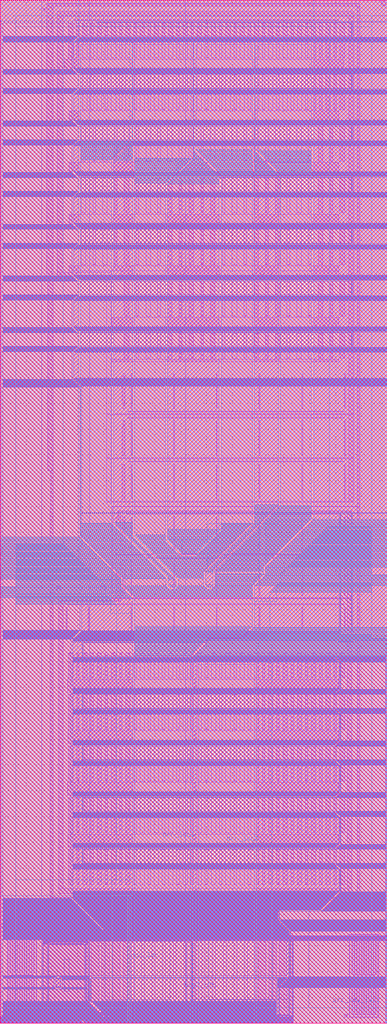
<source format=lef>
# Copyright 2020 The SkyWater PDK Authors
#
# Licensed under the Apache License, Version 2.0 (the "License");
# you may not use this file except in compliance with the License.
# You may obtain a copy of the License at
#
#     https://www.apache.org/licenses/LICENSE-2.0
#
# Unless required by applicable law or agreed to in writing, software
# distributed under the License is distributed on an "AS IS" BASIS,
# WITHOUT WARRANTIES OR CONDITIONS OF ANY KIND, either express or implied.
# See the License for the specific language governing permissions and
# limitations under the License.
#
# SPDX-License-Identifier: Apache-2.0

VERSION 5.5 ;
NAMESCASESENSITIVE ON ;
BUSBITCHARS "[]" ;
DIVIDERCHAR "/" ;

MACRO sky130_fd_io__top_lvc_b2b
  CLASS PAD ;
  SOURCE USER ;
  ORIGIN 0 0 ;
  SIZE 75 BY 198 ;
  SYMMETRY X Y R90 ;

  PIN vssd
    DIRECTION INOUT ;
    USE GROUND ;
    PORT
      LAYER met1 ;
        RECT 15.375 1.28 17.72 1.345 ;
        RECT 15.31 1.345 17.655 1.41 ;
        RECT 56.055 1.28 56.565 1.35 ;
        RECT 56.125 1.35 56.565 1.42 ;
        RECT 56.155 1.42 56.565 1.45 ;
        RECT 56.155 1.45 56.565 15.815 ;
        RECT 16.445 2.94 17.065 3.01 ;
        RECT 16.515 3.01 17.065 3.08 ;
        RECT 16.585 3.08 17.065 3.15 ;
        RECT 16.655 3.15 17.065 3.22 ;
        RECT 16.655 3.22 17.065 15.26 ;
        RECT 16.655 15.26 17.065 15.33 ;
        RECT 16.585 15.33 17.065 15.4 ;
        RECT 16.515 15.4 17.065 15.47 ;
        RECT 16.445 15.47 17.065 15.54 ;
        RECT 16.375 15.54 17.065 15.61 ;
        RECT 16.305 15.61 17.065 15.665 ;
        RECT 8.355 2.94 9.405 3.01 ;
        RECT 8.355 3.01 9.335 3.08 ;
        RECT 8.355 3.08 9.265 3.15 ;
        RECT 8.355 3.15 9.195 3.22 ;
        RECT 8.355 3.22 9.125 3.29 ;
        RECT 8.355 15.315 9.125 15.385 ;
        RECT 8.355 15.385 9.195 15.455 ;
        RECT 8.355 15.455 9.265 15.525 ;
        RECT 8.355 15.525 9.335 15.595 ;
        RECT 8.355 15.595 9.405 15.665 ;
        RECT 8.355 3.29 9.125 15.315 ;
        RECT 35.995 1.28 37.225 1.35 ;
        RECT 36.065 1.35 37.155 1.42 ;
        RECT 36.135 1.42 37.085 1.49 ;
        RECT 36.165 1.49 37.055 1.52 ;
        RECT 8.355 1.41 17.585 1.48 ;
        RECT 8.355 1.48 17.515 1.55 ;
        RECT 8.355 1.55 17.445 1.62 ;
        RECT 8.355 1.62 17.375 1.69 ;
        RECT 8.355 1.69 17.305 1.76 ;
        RECT 8.355 1.76 17.235 1.83 ;
        RECT 8.355 1.83 17.165 1.9 ;
        RECT 8.355 1.9 17.095 1.97 ;
        RECT 8.355 1.97 17.065 2 ;
        RECT 8.355 15.815 16.995 15.885 ;
        RECT 8.355 15.885 16.925 15.955 ;
        RECT 8.355 15.955 16.855 16.025 ;
        RECT 8.355 16.025 16.785 16.095 ;
        RECT 8.355 16.095 16.715 16.165 ;
        RECT 8.355 16.165 16.645 16.235 ;
        RECT 8.355 16.235 16.575 16.305 ;
        RECT 8.355 16.305 16.505 16.375 ;
        RECT 8.355 16.375 16.435 16.445 ;
        RECT 8.355 16.445 16.365 16.515 ;
        RECT 8.355 16.515 16.295 16.585 ;
        RECT 8.355 16.585 16.225 16.655 ;
        RECT 8.355 16.655 16.155 16.725 ;
        RECT 8.355 16.725 16.105 16.775 ;
        RECT 8.355 15.665 17.065 15.815 ;
        RECT 8.355 16.775 16.105 18.35 ;
        RECT 16.655 0 56.565 0.07 ;
        RECT 16.585 0.07 56.565 0.14 ;
        RECT 16.515 0.14 56.565 0.21 ;
        RECT 16.445 0.21 56.565 0.28 ;
        RECT 16.375 0.28 56.565 0.35 ;
        RECT 16.305 0.35 56.565 0.42 ;
        RECT 16.235 0.42 56.565 0.49 ;
        RECT 16.165 0.49 56.565 0.56 ;
        RECT 16.095 0.56 56.565 0.63 ;
        RECT 16.025 0.63 56.565 0.7 ;
        RECT 15.955 0.7 56.565 0.77 ;
        RECT 15.885 0.77 56.565 0.84 ;
        RECT 15.815 0.84 56.565 0.91 ;
        RECT 15.745 0.91 56.565 0.98 ;
        RECT 15.675 0.98 56.565 1.05 ;
        RECT 15.605 1.05 56.565 1.12 ;
        RECT 15.535 1.12 56.565 1.19 ;
        RECT 15.465 1.19 56.565 1.26 ;
        RECT 15.395 1.26 56.565 1.28 ;
        RECT 36.165 1.52 37.055 15.815 ;
        RECT 8.355 2 17.065 2.94 ;
    END
  END vssd

  PIN bdy2_b2b
    DIRECTION INOUT ;
    USE GROUND ;
    PORT
      LAYER met2 ;
        RECT 20.205 1.64 53.535 1.71 ;
        RECT 20.135 1.71 53.535 1.78 ;
        RECT 20.065 1.78 53.535 1.85 ;
        RECT 19.995 1.85 53.535 1.92 ;
        RECT 19.925 1.92 53.535 1.99 ;
        RECT 19.855 1.99 53.535 2.06 ;
        RECT 19.785 2.06 53.535 2.13 ;
        RECT 19.715 2.13 53.535 2.2 ;
        RECT 19.645 2.2 53.535 2.27 ;
        RECT 19.575 2.27 53.535 2.34 ;
        RECT 19.505 2.34 53.535 2.41 ;
        RECT 19.435 2.41 53.535 2.48 ;
        RECT 19.365 2.48 53.535 2.55 ;
        RECT 19.295 2.55 53.535 2.62 ;
        RECT 19.225 2.62 53.535 2.69 ;
        RECT 19.155 2.69 53.535 2.76 ;
        RECT 19.085 2.76 53.535 2.83 ;
        RECT 19.015 2.83 53.535 2.9 ;
        RECT 18.945 2.9 53.535 2.97 ;
        RECT 18.875 2.97 53.535 3.04 ;
        RECT 18.805 3.04 53.535 3.11 ;
        RECT 18.735 3.11 53.535 3.18 ;
        RECT 18.665 3.18 53.535 3.25 ;
        RECT 18.595 3.25 53.535 3.32 ;
        RECT 18.525 3.32 53.535 3.39 ;
        RECT 18.455 3.39 53.535 3.46 ;
        RECT 18.385 3.46 53.535 3.53 ;
        RECT 18.315 3.53 53.535 3.6 ;
        RECT 18.245 3.6 53.535 3.67 ;
        RECT 18.175 3.67 53.535 3.74 ;
        RECT 18.105 3.74 53.535 3.81 ;
        RECT 18.035 3.81 53.535 3.88 ;
        RECT 17.965 3.88 53.535 3.95 ;
        RECT 17.895 3.95 53.535 4.02 ;
        RECT 17.825 4.02 53.535 4.09 ;
        RECT 17.755 4.09 53.535 4.16 ;
        RECT 17.685 4.16 53.535 4.215 ;
        RECT 22.575 0 53.535 0.07 ;
        RECT 22.505 0.07 53.535 0.14 ;
        RECT 22.435 0.14 53.535 0.21 ;
        RECT 22.365 0.21 53.535 0.28 ;
        RECT 22.295 0.28 53.535 0.35 ;
        RECT 22.225 0.35 53.535 0.42 ;
        RECT 22.155 0.42 53.535 0.49 ;
        RECT 22.085 0.49 53.535 0.56 ;
        RECT 22.015 0.56 53.535 0.63 ;
        RECT 21.945 0.63 53.535 0.7 ;
        RECT 21.875 0.7 53.535 0.77 ;
        RECT 21.805 0.77 53.535 0.84 ;
        RECT 21.735 0.84 53.535 0.91 ;
        RECT 21.665 0.91 53.535 0.98 ;
        RECT 21.595 0.98 53.535 1.05 ;
        RECT 21.525 1.05 53.535 1.12 ;
        RECT 21.455 1.12 53.535 1.19 ;
        RECT 21.385 1.19 53.535 1.26 ;
        RECT 21.315 1.26 53.535 1.33 ;
        RECT 21.245 1.33 53.535 1.4 ;
        RECT 21.175 1.4 53.535 1.47 ;
        RECT 21.105 1.47 53.535 1.54 ;
        RECT 21.035 1.54 53.535 1.61 ;
        RECT 20.965 1.61 53.535 1.64 ;
        RECT 17.63 4.215 53.535 8.64 ;
    END
  END bdy2_b2b

  PIN src_bdy_lvc2
    DIRECTION INOUT ;
    USE GROUND ;
    PORT
      LAYER met2 ;
        RECT 66 74.43 68.01 98.56 ;
        RECT 65.27 73.63 68.74 73.7 ;
        RECT 65.34 73.7 68.67 73.77 ;
        RECT 65.41 73.77 68.6 73.84 ;
        RECT 65.48 73.84 68.53 73.91 ;
        RECT 65.55 73.91 68.46 73.98 ;
        RECT 65.62 73.98 68.39 74.05 ;
        RECT 65.69 74.05 68.32 74.12 ;
        RECT 65.76 74.12 68.25 74.19 ;
        RECT 65.83 74.19 68.18 74.26 ;
        RECT 65.9 74.26 68.11 74.33 ;
        RECT 65.97 74.33 68.04 74.4 ;
        RECT 66 74.4 68.01 74.43 ;
        RECT 16.135 70.99 74.7 73.63 ;
        RECT 65.995 69.94 74.7 70.01 ;
        RECT 65.925 70.01 74.7 70.08 ;
        RECT 65.855 70.08 74.7 70.15 ;
        RECT 65.785 70.15 74.7 70.22 ;
        RECT 65.715 70.22 74.7 70.29 ;
        RECT 65.645 70.29 74.7 70.36 ;
        RECT 65.575 70.36 74.7 70.43 ;
        RECT 65.505 70.43 74.7 70.5 ;
        RECT 65.435 70.5 74.7 70.57 ;
        RECT 65.365 70.57 74.7 70.64 ;
        RECT 65.295 70.64 74.7 70.71 ;
        RECT 65.225 70.71 74.7 70.78 ;
        RECT 65.155 70.78 74.7 70.85 ;
        RECT 65.085 70.85 74.7 70.92 ;
        RECT 65.015 70.92 74.7 70.99 ;
        RECT 65.995 64.68 74.7 69.94 ;
        RECT 65.015 63.63 74.7 63.7 ;
        RECT 65.085 63.7 74.7 63.77 ;
        RECT 65.155 63.77 74.7 63.84 ;
        RECT 65.225 63.84 74.7 63.91 ;
        RECT 65.295 63.91 74.7 63.98 ;
        RECT 65.365 63.98 74.7 64.05 ;
        RECT 65.435 64.05 74.7 64.12 ;
        RECT 65.505 64.12 74.7 64.19 ;
        RECT 65.575 64.19 74.7 64.26 ;
        RECT 65.645 64.26 74.7 64.33 ;
        RECT 65.715 64.33 74.7 64.4 ;
        RECT 65.785 64.4 74.7 64.47 ;
        RECT 65.855 64.47 74.7 64.54 ;
        RECT 65.925 64.54 74.7 64.61 ;
        RECT 65.995 64.61 74.7 64.68 ;
        RECT 16.135 60.99 74.7 63.63 ;
        RECT 65.995 59.94 74.7 60.01 ;
        RECT 65.925 60.01 74.7 60.08 ;
        RECT 65.855 60.08 74.7 60.15 ;
        RECT 65.785 60.15 74.7 60.22 ;
        RECT 65.715 60.22 74.7 60.29 ;
        RECT 65.645 60.29 74.7 60.36 ;
        RECT 65.575 60.36 74.7 60.43 ;
        RECT 65.505 60.43 74.7 60.5 ;
        RECT 65.435 60.5 74.7 60.57 ;
        RECT 65.365 60.57 74.7 60.64 ;
        RECT 65.295 60.64 74.7 60.71 ;
        RECT 65.225 60.71 74.7 60.78 ;
        RECT 65.155 60.78 74.7 60.85 ;
        RECT 65.085 60.85 74.7 60.92 ;
        RECT 65.015 60.92 74.7 60.99 ;
        RECT 65.995 54.685 74.7 59.94 ;
        RECT 65.03 53.65 74.7 53.72 ;
        RECT 65.1 53.72 74.7 53.79 ;
        RECT 65.17 53.79 74.7 53.86 ;
        RECT 65.24 53.86 74.7 53.93 ;
        RECT 65.31 53.93 74.7 54 ;
        RECT 65.38 54 74.7 54.07 ;
        RECT 65.45 54.07 74.7 54.14 ;
        RECT 65.52 54.14 74.7 54.21 ;
        RECT 65.59 54.21 74.7 54.28 ;
        RECT 65.66 54.28 74.7 54.35 ;
        RECT 65.73 54.35 74.7 54.42 ;
        RECT 65.8 54.42 74.7 54.49 ;
        RECT 65.87 54.49 74.7 54.56 ;
        RECT 65.94 54.56 74.7 54.63 ;
        RECT 65.995 54.63 74.7 54.685 ;
        RECT 16.135 51.01 74.7 53.65 ;
        RECT 66 49.955 74.7 50.025 ;
        RECT 65.93 50.025 74.7 50.095 ;
        RECT 65.86 50.095 74.7 50.165 ;
        RECT 65.79 50.165 74.7 50.235 ;
        RECT 65.72 50.235 74.7 50.305 ;
        RECT 65.65 50.305 74.7 50.375 ;
        RECT 65.58 50.375 74.7 50.445 ;
        RECT 65.51 50.445 74.7 50.515 ;
        RECT 65.44 50.515 74.7 50.585 ;
        RECT 65.37 50.585 74.7 50.655 ;
        RECT 65.3 50.655 74.7 50.725 ;
        RECT 65.23 50.725 74.7 50.795 ;
        RECT 65.16 50.795 74.7 50.865 ;
        RECT 65.09 50.865 74.7 50.935 ;
        RECT 65.02 50.935 74.7 51.005 ;
        RECT 64.95 51.005 74.7 51.01 ;
        RECT 66 44.67 74.7 49.955 ;
        RECT 65.03 43.63 74.7 43.7 ;
        RECT 65.1 43.7 74.7 43.77 ;
        RECT 65.17 43.77 74.7 43.84 ;
        RECT 65.24 43.84 74.7 43.91 ;
        RECT 65.31 43.91 74.7 43.98 ;
        RECT 65.38 43.98 74.7 44.05 ;
        RECT 65.45 44.05 74.7 44.12 ;
        RECT 65.52 44.12 74.7 44.19 ;
        RECT 65.59 44.19 74.7 44.26 ;
        RECT 65.66 44.26 74.7 44.33 ;
        RECT 65.73 44.33 74.7 44.4 ;
        RECT 65.8 44.4 74.7 44.47 ;
        RECT 65.87 44.47 74.7 44.54 ;
        RECT 65.94 44.54 74.7 44.61 ;
        RECT 66 44.61 74.7 44.67 ;
        RECT 16.135 40.99 74.7 43.63 ;
        RECT 66 39.935 74.7 40.005 ;
        RECT 65.93 40.005 74.7 40.075 ;
        RECT 65.86 40.075 74.7 40.145 ;
        RECT 65.79 40.145 74.7 40.215 ;
        RECT 65.72 40.215 74.7 40.285 ;
        RECT 65.65 40.285 74.7 40.355 ;
        RECT 65.58 40.355 74.7 40.425 ;
        RECT 65.51 40.425 74.7 40.495 ;
        RECT 65.44 40.495 74.7 40.565 ;
        RECT 65.37 40.565 74.7 40.635 ;
        RECT 65.3 40.635 74.7 40.705 ;
        RECT 65.23 40.705 74.7 40.775 ;
        RECT 65.16 40.775 74.7 40.845 ;
        RECT 65.09 40.845 74.7 40.915 ;
        RECT 65.02 40.915 74.7 40.985 ;
        RECT 64.95 40.985 74.7 40.99 ;
        RECT 66 34.69 74.7 39.935 ;
        RECT 65.03 33.65 74.7 33.72 ;
        RECT 65.1 33.72 74.7 33.79 ;
        RECT 65.17 33.79 74.7 33.86 ;
        RECT 65.24 33.86 74.7 33.93 ;
        RECT 65.31 33.93 74.7 34 ;
        RECT 65.38 34 74.7 34.07 ;
        RECT 65.45 34.07 74.7 34.14 ;
        RECT 65.52 34.14 74.7 34.21 ;
        RECT 65.59 34.21 74.7 34.28 ;
        RECT 65.66 34.28 74.7 34.35 ;
        RECT 65.73 34.35 74.7 34.42 ;
        RECT 65.8 34.42 74.7 34.49 ;
        RECT 65.87 34.49 74.7 34.56 ;
        RECT 65.94 34.56 74.7 34.63 ;
        RECT 66 34.63 74.7 34.69 ;
        RECT 16.135 31.01 74.7 33.65 ;
        RECT 66 29.88 74.7 29.95 ;
        RECT 65.93 29.95 74.7 30.02 ;
        RECT 65.86 30.02 74.7 30.09 ;
        RECT 65.79 30.09 74.7 30.16 ;
        RECT 65.72 30.16 74.7 30.23 ;
        RECT 65.65 30.23 74.7 30.3 ;
        RECT 65.58 30.3 74.7 30.37 ;
        RECT 65.51 30.37 74.7 30.44 ;
        RECT 65.44 30.44 74.7 30.51 ;
        RECT 65.37 30.51 74.7 30.58 ;
        RECT 65.3 30.58 74.7 30.65 ;
        RECT 65.23 30.65 74.7 30.72 ;
        RECT 65.16 30.72 74.7 30.79 ;
        RECT 65.09 30.79 74.7 30.86 ;
        RECT 65.02 30.86 74.7 30.93 ;
        RECT 64.95 30.93 74.7 31 ;
        RECT 64.88 31 74.7 31.01 ;
        RECT 66 25.44 74.7 29.88 ;
        RECT 62.325 21.695 74.7 21.765 ;
        RECT 62.395 21.765 74.7 21.835 ;
        RECT 62.465 21.835 74.7 21.905 ;
        RECT 62.535 21.905 74.7 21.975 ;
        RECT 62.605 21.975 74.7 22.045 ;
        RECT 62.675 22.045 74.7 22.115 ;
        RECT 62.745 22.115 74.7 22.185 ;
        RECT 62.815 22.185 74.7 22.255 ;
        RECT 62.885 22.255 74.7 22.325 ;
        RECT 62.955 22.325 74.7 22.395 ;
        RECT 63.025 22.395 74.7 22.465 ;
        RECT 63.095 22.465 74.7 22.535 ;
        RECT 63.165 22.535 74.7 22.605 ;
        RECT 63.235 22.605 74.7 22.675 ;
        RECT 63.305 22.675 74.7 22.745 ;
        RECT 63.375 22.745 74.7 22.815 ;
        RECT 63.445 22.815 74.7 22.885 ;
        RECT 63.515 22.885 74.7 22.955 ;
        RECT 63.585 22.955 74.7 23.025 ;
        RECT 63.655 23.025 74.7 23.095 ;
        RECT 63.725 23.095 74.7 23.165 ;
        RECT 63.795 23.165 74.7 23.235 ;
        RECT 63.865 23.235 74.7 23.305 ;
        RECT 63.935 23.305 74.7 23.375 ;
        RECT 64.005 23.375 74.7 23.445 ;
        RECT 64.075 23.445 74.7 23.515 ;
        RECT 64.145 23.515 74.7 23.585 ;
        RECT 64.215 23.585 74.7 23.655 ;
        RECT 64.285 23.655 74.7 23.725 ;
        RECT 64.355 23.725 74.7 23.795 ;
        RECT 64.425 23.795 74.7 23.865 ;
        RECT 64.495 23.865 74.7 23.935 ;
        RECT 64.565 23.935 74.7 24.005 ;
        RECT 64.635 24.005 74.7 24.075 ;
        RECT 64.705 24.075 74.7 24.145 ;
        RECT 64.775 24.145 74.7 24.215 ;
        RECT 64.845 24.215 74.7 24.285 ;
        RECT 64.915 24.285 74.7 24.355 ;
        RECT 64.985 24.355 74.7 24.425 ;
        RECT 65.055 24.425 74.7 24.495 ;
        RECT 65.125 24.495 74.7 24.565 ;
        RECT 65.195 24.565 74.7 24.635 ;
        RECT 65.265 24.635 74.7 24.705 ;
        RECT 65.335 24.705 74.7 24.775 ;
        RECT 65.405 24.775 74.7 24.845 ;
        RECT 65.475 24.845 74.7 24.915 ;
        RECT 65.545 24.915 74.7 24.985 ;
        RECT 65.615 24.985 74.7 25.055 ;
        RECT 65.685 25.055 74.7 25.125 ;
        RECT 65.755 25.125 74.7 25.195 ;
        RECT 65.825 25.195 74.7 25.265 ;
        RECT 65.895 25.265 74.7 25.335 ;
        RECT 65.965 25.335 74.7 25.405 ;
        RECT 66 25.405 74.7 25.44 ;
        RECT 54.095 19.99 74.7 21.695 ;
        RECT 56.25 17.835 74.7 17.905 ;
        RECT 56.18 17.905 74.7 17.975 ;
        RECT 56.11 17.975 74.7 18.045 ;
        RECT 56.04 18.045 74.7 18.115 ;
        RECT 55.97 18.115 74.7 18.185 ;
        RECT 55.9 18.185 74.7 18.255 ;
        RECT 55.83 18.255 74.7 18.325 ;
        RECT 55.76 18.325 74.7 18.395 ;
        RECT 55.69 18.395 74.7 18.465 ;
        RECT 55.62 18.465 74.7 18.535 ;
        RECT 55.55 18.535 74.7 18.605 ;
        RECT 55.48 18.605 74.7 18.675 ;
        RECT 55.41 18.675 74.7 18.745 ;
        RECT 55.34 18.745 74.7 18.815 ;
        RECT 55.27 18.815 74.7 18.885 ;
        RECT 55.2 18.885 74.7 18.955 ;
        RECT 55.13 18.955 74.7 19.025 ;
        RECT 55.06 19.025 74.7 19.095 ;
        RECT 54.99 19.095 74.7 19.165 ;
        RECT 54.92 19.165 74.7 19.235 ;
        RECT 54.85 19.235 74.7 19.305 ;
        RECT 54.78 19.305 74.7 19.375 ;
        RECT 54.71 19.375 74.7 19.445 ;
        RECT 54.64 19.445 74.7 19.515 ;
        RECT 54.57 19.515 74.7 19.585 ;
        RECT 54.5 19.585 74.7 19.655 ;
        RECT 54.43 19.655 74.7 19.725 ;
        RECT 54.36 19.725 74.7 19.795 ;
        RECT 54.29 19.795 74.7 19.865 ;
        RECT 54.22 19.865 74.7 19.935 ;
        RECT 54.15 19.935 74.7 19.99 ;
        RECT 56.25 9.04 74.7 17.835 ;
        RECT 54.165 6.885 74.7 6.955 ;
        RECT 54.235 6.955 74.7 7.025 ;
        RECT 54.305 7.025 74.7 7.095 ;
        RECT 54.375 7.095 74.7 7.165 ;
        RECT 54.445 7.165 74.7 7.235 ;
        RECT 54.515 7.235 74.7 7.305 ;
        RECT 54.585 7.305 74.7 7.375 ;
        RECT 54.655 7.375 74.7 7.445 ;
        RECT 54.725 7.445 74.7 7.515 ;
        RECT 54.795 7.515 74.7 7.585 ;
        RECT 54.865 7.585 74.7 7.655 ;
        RECT 54.935 7.655 74.7 7.725 ;
        RECT 55.005 7.725 74.7 7.795 ;
        RECT 55.075 7.795 74.7 7.865 ;
        RECT 55.145 7.865 74.7 7.935 ;
        RECT 55.215 7.935 74.7 8.005 ;
        RECT 55.285 8.005 74.7 8.075 ;
        RECT 55.355 8.075 74.7 8.145 ;
        RECT 55.425 8.145 74.7 8.215 ;
        RECT 55.495 8.215 74.7 8.285 ;
        RECT 55.565 8.285 74.7 8.355 ;
        RECT 55.635 8.355 74.7 8.425 ;
        RECT 55.705 8.425 74.7 8.495 ;
        RECT 55.775 8.495 74.7 8.565 ;
        RECT 55.845 8.565 74.7 8.635 ;
        RECT 55.915 8.635 74.7 8.705 ;
        RECT 55.985 8.705 74.7 8.775 ;
        RECT 56.055 8.775 74.7 8.845 ;
        RECT 56.125 8.845 74.7 8.915 ;
        RECT 56.195 8.915 74.7 8.985 ;
        RECT 56.25 8.985 74.7 9.04 ;
        RECT 54.095 0 74.7 6.885 ;
    END
  END src_bdy_lvc2

  PIN src_bdy_lvc1
    DIRECTION INOUT ;
    USE GROUND ;
    PORT
      LAYER met2 ;
        RECT 0.5 190.99 68.01 193.63 ;
        RECT 0.5 189.94 13.96 190.01 ;
        RECT 0.5 190.01 14.03 190.08 ;
        RECT 0.5 190.08 14.1 190.15 ;
        RECT 0.5 190.15 14.17 190.22 ;
        RECT 0.5 190.22 14.24 190.29 ;
        RECT 0.5 190.29 14.31 190.36 ;
        RECT 0.5 190.36 14.38 190.43 ;
        RECT 0.5 190.43 14.45 190.5 ;
        RECT 0.5 190.5 14.52 190.57 ;
        RECT 0.5 190.57 14.59 190.64 ;
        RECT 0.5 190.64 14.66 190.71 ;
        RECT 0.5 190.71 14.73 190.78 ;
        RECT 0.5 190.78 14.8 190.85 ;
        RECT 0.5 190.85 14.87 190.92 ;
        RECT 0.5 190.92 14.94 190.99 ;
        RECT 0.5 184.68 13.96 189.94 ;
        RECT 0.5 183.63 14.94 183.7 ;
        RECT 0.5 183.7 14.87 183.77 ;
        RECT 0.5 183.77 14.8 183.84 ;
        RECT 0.5 183.84 14.73 183.91 ;
        RECT 0.5 183.91 14.66 183.98 ;
        RECT 0.5 183.98 14.59 184.05 ;
        RECT 0.5 184.05 14.52 184.12 ;
        RECT 0.5 184.12 14.45 184.19 ;
        RECT 0.5 184.19 14.38 184.26 ;
        RECT 0.5 184.26 14.31 184.33 ;
        RECT 0.5 184.33 14.24 184.4 ;
        RECT 0.5 184.4 14.17 184.47 ;
        RECT 0.5 184.47 14.1 184.54 ;
        RECT 0.5 184.54 14.03 184.61 ;
        RECT 0.5 184.61 13.96 184.68 ;
        RECT 0.5 180.99 68.01 183.63 ;
        RECT 0.5 179.94 13.96 180.01 ;
        RECT 0.5 180.01 14.03 180.08 ;
        RECT 0.5 180.08 14.1 180.15 ;
        RECT 0.5 180.15 14.17 180.22 ;
        RECT 0.5 180.22 14.24 180.29 ;
        RECT 0.5 180.29 14.31 180.36 ;
        RECT 0.5 180.36 14.38 180.43 ;
        RECT 0.5 180.43 14.45 180.5 ;
        RECT 0.5 180.5 14.52 180.57 ;
        RECT 0.5 180.57 14.59 180.64 ;
        RECT 0.5 180.64 14.66 180.71 ;
        RECT 0.5 180.71 14.73 180.78 ;
        RECT 0.5 180.78 14.8 180.85 ;
        RECT 0.5 180.85 14.87 180.92 ;
        RECT 0.5 180.92 14.94 180.99 ;
        RECT 0.5 174.68 13.96 179.94 ;
        RECT 0.5 173.63 14.94 173.7 ;
        RECT 0.5 173.7 14.87 173.77 ;
        RECT 0.5 173.77 14.8 173.84 ;
        RECT 0.5 173.84 14.73 173.91 ;
        RECT 0.5 173.91 14.66 173.98 ;
        RECT 0.5 173.98 14.59 174.05 ;
        RECT 0.5 174.05 14.52 174.12 ;
        RECT 0.5 174.12 14.45 174.19 ;
        RECT 0.5 174.19 14.38 174.26 ;
        RECT 0.5 174.26 14.31 174.33 ;
        RECT 0.5 174.33 14.24 174.4 ;
        RECT 0.5 174.4 14.17 174.47 ;
        RECT 0.5 174.47 14.1 174.54 ;
        RECT 0.5 174.54 14.03 174.61 ;
        RECT 0.5 174.61 13.96 174.68 ;
        RECT 0.5 170.99 68.01 173.63 ;
        RECT 0.5 169.94 13.96 170.01 ;
        RECT 0.5 170.01 14.03 170.08 ;
        RECT 0.5 170.08 14.1 170.15 ;
        RECT 0.5 170.15 14.17 170.22 ;
        RECT 0.5 170.22 14.24 170.29 ;
        RECT 0.5 170.29 14.31 170.36 ;
        RECT 0.5 170.36 14.38 170.43 ;
        RECT 0.5 170.43 14.45 170.5 ;
        RECT 0.5 170.5 14.52 170.57 ;
        RECT 0.5 170.57 14.59 170.64 ;
        RECT 0.5 170.64 14.66 170.71 ;
        RECT 0.5 170.71 14.73 170.78 ;
        RECT 0.5 170.78 14.8 170.85 ;
        RECT 0.5 170.85 14.87 170.92 ;
        RECT 0.5 170.92 14.94 170.99 ;
        RECT 0.5 164.68 13.96 169.94 ;
        RECT 0.5 163.63 14.94 163.7 ;
        RECT 0.5 163.7 14.87 163.77 ;
        RECT 0.5 163.77 14.8 163.84 ;
        RECT 0.5 163.84 14.73 163.91 ;
        RECT 0.5 163.91 14.66 163.98 ;
        RECT 0.5 163.98 14.59 164.05 ;
        RECT 0.5 164.05 14.52 164.12 ;
        RECT 0.5 164.12 14.45 164.19 ;
        RECT 0.5 164.19 14.38 164.26 ;
        RECT 0.5 164.26 14.31 164.33 ;
        RECT 0.5 164.33 14.24 164.4 ;
        RECT 0.5 164.4 14.17 164.47 ;
        RECT 0.5 164.47 14.1 164.54 ;
        RECT 0.5 164.54 14.03 164.61 ;
        RECT 0.5 164.61 13.96 164.68 ;
        RECT 0.5 160.99 68.01 163.63 ;
        RECT 0.5 159.94 13.96 160.01 ;
        RECT 0.5 160.01 14.03 160.08 ;
        RECT 0.5 160.08 14.1 160.15 ;
        RECT 0.5 160.15 14.17 160.22 ;
        RECT 0.5 160.22 14.24 160.29 ;
        RECT 0.5 160.29 14.31 160.36 ;
        RECT 0.5 160.36 14.38 160.43 ;
        RECT 0.5 160.43 14.45 160.5 ;
        RECT 0.5 160.5 14.52 160.57 ;
        RECT 0.5 160.57 14.59 160.64 ;
        RECT 0.5 160.64 14.66 160.71 ;
        RECT 0.5 160.71 14.73 160.78 ;
        RECT 0.5 160.78 14.8 160.85 ;
        RECT 0.5 160.85 14.87 160.92 ;
        RECT 0.5 160.92 14.94 160.99 ;
        RECT 0.5 154.68 13.96 159.94 ;
        RECT 0.5 153.63 14.94 153.7 ;
        RECT 0.5 153.7 14.87 153.77 ;
        RECT 0.5 153.77 14.8 153.84 ;
        RECT 0.5 153.84 14.73 153.91 ;
        RECT 0.5 153.91 14.66 153.98 ;
        RECT 0.5 153.98 14.59 154.05 ;
        RECT 0.5 154.05 14.52 154.12 ;
        RECT 0.5 154.12 14.45 154.19 ;
        RECT 0.5 154.19 14.38 154.26 ;
        RECT 0.5 154.26 14.31 154.33 ;
        RECT 0.5 154.33 14.24 154.4 ;
        RECT 0.5 154.4 14.17 154.47 ;
        RECT 0.5 154.47 14.1 154.54 ;
        RECT 0.5 154.54 14.03 154.61 ;
        RECT 0.5 154.61 13.96 154.68 ;
        RECT 0.5 150.99 68.01 153.63 ;
        RECT 0.5 149.94 13.96 150.01 ;
        RECT 0.5 150.01 14.03 150.08 ;
        RECT 0.5 150.08 14.1 150.15 ;
        RECT 0.5 150.15 14.17 150.22 ;
        RECT 0.5 150.22 14.24 150.29 ;
        RECT 0.5 150.29 14.31 150.36 ;
        RECT 0.5 150.36 14.38 150.43 ;
        RECT 0.5 150.43 14.45 150.5 ;
        RECT 0.5 150.5 14.52 150.57 ;
        RECT 0.5 150.57 14.59 150.64 ;
        RECT 0.5 150.64 14.66 150.71 ;
        RECT 0.5 150.71 14.73 150.78 ;
        RECT 0.5 150.78 14.8 150.85 ;
        RECT 0.5 150.85 14.87 150.92 ;
        RECT 0.5 150.92 14.94 150.99 ;
        RECT 0.5 144.68 13.96 149.94 ;
        RECT 0.5 143.63 14.94 143.7 ;
        RECT 0.5 143.7 14.87 143.77 ;
        RECT 0.5 143.77 14.8 143.84 ;
        RECT 0.5 143.84 14.73 143.91 ;
        RECT 0.5 143.91 14.66 143.98 ;
        RECT 0.5 143.98 14.59 144.05 ;
        RECT 0.5 144.05 14.52 144.12 ;
        RECT 0.5 144.12 14.45 144.19 ;
        RECT 0.5 144.19 14.38 144.26 ;
        RECT 0.5 144.26 14.31 144.33 ;
        RECT 0.5 144.33 14.24 144.4 ;
        RECT 0.5 144.4 14.17 144.47 ;
        RECT 0.5 144.47 14.1 144.54 ;
        RECT 0.5 144.54 14.03 144.61 ;
        RECT 0.5 144.61 13.96 144.68 ;
        RECT 0.5 140.99 68.01 143.63 ;
        RECT 0.5 139.94 13.96 140.01 ;
        RECT 0.5 140.01 14.03 140.08 ;
        RECT 0.5 140.08 14.1 140.15 ;
        RECT 0.5 140.15 14.17 140.22 ;
        RECT 0.5 140.22 14.24 140.29 ;
        RECT 0.5 140.29 14.31 140.36 ;
        RECT 0.5 140.36 14.38 140.43 ;
        RECT 0.5 140.43 14.45 140.5 ;
        RECT 0.5 140.5 14.52 140.57 ;
        RECT 0.5 140.57 14.59 140.64 ;
        RECT 0.5 140.64 14.66 140.71 ;
        RECT 0.5 140.71 14.73 140.78 ;
        RECT 0.5 140.78 14.8 140.85 ;
        RECT 0.5 140.85 14.87 140.92 ;
        RECT 0.5 140.92 14.94 140.99 ;
        RECT 0.5 134.68 13.96 139.94 ;
        RECT 0.5 133.63 14.94 133.7 ;
        RECT 0.5 133.7 14.87 133.77 ;
        RECT 0.5 133.77 14.8 133.84 ;
        RECT 0.5 133.84 14.73 133.91 ;
        RECT 0.5 133.91 14.66 133.98 ;
        RECT 0.5 133.98 14.59 134.05 ;
        RECT 0.5 134.05 14.52 134.12 ;
        RECT 0.5 134.12 14.45 134.19 ;
        RECT 0.5 134.19 14.38 134.26 ;
        RECT 0.5 134.26 14.31 134.33 ;
        RECT 0.5 134.33 14.24 134.4 ;
        RECT 0.5 134.4 14.17 134.47 ;
        RECT 0.5 134.47 14.1 134.54 ;
        RECT 0.5 134.54 14.03 134.61 ;
        RECT 0.5 134.61 13.96 134.68 ;
        RECT 0.5 130.99 68.01 133.63 ;
        RECT 0.5 129.94 13.96 130.01 ;
        RECT 0.5 130.01 14.03 130.08 ;
        RECT 0.5 130.08 14.1 130.15 ;
        RECT 0.5 130.15 14.17 130.22 ;
        RECT 0.5 130.22 14.24 130.29 ;
        RECT 0.5 130.29 14.31 130.36 ;
        RECT 0.5 130.36 14.38 130.43 ;
        RECT 0.5 130.43 14.45 130.5 ;
        RECT 0.5 130.5 14.52 130.57 ;
        RECT 0.5 130.57 14.59 130.64 ;
        RECT 0.5 130.64 14.66 130.71 ;
        RECT 0.5 130.71 14.73 130.78 ;
        RECT 0.5 130.78 14.8 130.85 ;
        RECT 0.5 130.85 14.87 130.92 ;
        RECT 0.5 130.92 14.94 130.99 ;
        RECT 0.5 124.68 13.96 129.94 ;
        RECT 0.5 123.14 15.43 123.21 ;
        RECT 0.5 123.21 15.36 123.28 ;
        RECT 0.5 123.28 15.29 123.35 ;
        RECT 0.5 123.35 15.22 123.42 ;
        RECT 0.5 123.42 15.15 123.49 ;
        RECT 0.5 123.49 15.08 123.56 ;
        RECT 0.5 123.56 15.01 123.63 ;
        RECT 0.5 123.63 14.94 123.7 ;
        RECT 0.5 123.7 14.87 123.77 ;
        RECT 0.5 123.77 14.8 123.84 ;
        RECT 0.5 123.84 14.73 123.91 ;
        RECT 0.5 123.91 14.66 123.98 ;
        RECT 0.5 123.98 14.59 124.05 ;
        RECT 0.5 124.05 14.52 124.12 ;
        RECT 0.5 124.12 14.45 124.19 ;
        RECT 0.5 124.19 14.38 124.26 ;
        RECT 0.5 124.26 14.31 124.33 ;
        RECT 0.5 124.33 14.24 124.4 ;
        RECT 0.5 124.4 14.17 124.47 ;
        RECT 0.5 124.47 14.1 124.54 ;
        RECT 0.5 124.54 14.03 124.61 ;
        RECT 0.5 124.61 13.96 124.68 ;
        RECT 0.5 76.045 15.5 123.14 ;
        RECT 0.5 74.295 13.75 74.365 ;
        RECT 0.5 74.365 13.82 74.435 ;
        RECT 0.5 74.435 13.89 74.505 ;
        RECT 0.5 74.505 13.96 74.575 ;
        RECT 0.5 74.575 14.03 74.645 ;
        RECT 0.5 74.645 14.1 74.715 ;
        RECT 0.5 74.715 14.17 74.785 ;
        RECT 0.5 74.785 14.24 74.855 ;
        RECT 0.5 74.855 14.31 74.925 ;
        RECT 0.5 74.925 14.38 74.995 ;
        RECT 0.5 74.995 14.45 75.065 ;
        RECT 0.5 75.065 14.52 75.135 ;
        RECT 0.5 75.135 14.59 75.205 ;
        RECT 0.5 75.205 14.66 75.275 ;
        RECT 0.5 75.275 14.73 75.345 ;
        RECT 0.5 75.345 14.8 75.415 ;
        RECT 0.5 75.415 14.87 75.485 ;
        RECT 0.5 75.485 14.94 75.555 ;
        RECT 0.5 75.555 15.01 75.625 ;
        RECT 0.5 75.625 15.08 75.695 ;
        RECT 0.5 75.695 15.15 75.765 ;
        RECT 0.5 75.765 15.22 75.835 ;
        RECT 0.5 75.835 15.29 75.905 ;
        RECT 0.5 75.905 15.36 75.975 ;
        RECT 0.5 75.975 15.43 76.045 ;
        RECT 0.5 24.165 13.75 74.295 ;
        RECT 0.5 24.16 13.75 24.165 ;
        RECT 0.5 24.09 13.755 24.16 ;
        RECT 0.5 24.02 13.825 24.09 ;
        RECT 0.5 23.95 13.895 24.02 ;
        RECT 0.5 23.88 13.965 23.95 ;
        RECT 0.5 23.81 14.035 23.88 ;
        RECT 0.5 23.74 14.105 23.81 ;
        RECT 0.5 23.67 14.175 23.74 ;
        RECT 0.5 23.6 14.245 23.67 ;
        RECT 0.5 23.53 14.315 23.6 ;
        RECT 0.5 23.46 14.385 23.53 ;
        RECT 0.5 23.39 14.455 23.46 ;
        RECT 0.5 23.32 14.525 23.39 ;
        RECT 0.5 23.25 14.595 23.32 ;
        RECT 0.5 23.18 14.665 23.25 ;
        RECT 0.5 23.11 14.735 23.18 ;
        RECT 0.5 23.04 14.805 23.11 ;
        RECT 0.5 22.97 14.875 23.04 ;
        RECT 0.5 22.9 14.945 22.97 ;
        RECT 0.5 22.83 15.015 22.9 ;
        RECT 0.5 22.76 15.085 22.83 ;
        RECT 0.5 22.69 15.155 22.76 ;
        RECT 0.5 22.62 15.225 22.69 ;
        RECT 0.5 22.55 15.295 22.62 ;
        RECT 0.5 22.48 15.365 22.55 ;
        RECT 0.5 22.41 15.435 22.48 ;
        RECT 0.5 22.34 15.505 22.41 ;
        RECT 0.5 22.27 15.575 22.34 ;
        RECT 0.5 22.2 15.645 22.27 ;
        RECT 0.5 22.13 15.715 22.2 ;
        RECT 0.5 22.06 15.785 22.13 ;
        RECT 0.5 21.99 15.855 22.06 ;
        RECT 0.5 21.92 15.925 21.99 ;
        RECT 0.5 21.85 15.995 21.92 ;
        RECT 0.5 21.78 16.065 21.85 ;
        RECT 0.5 21.71 16.135 21.78 ;
        RECT 0.5 21.64 16.205 21.71 ;
        RECT 0.5 21.57 16.275 21.64 ;
        RECT 0.5 21.5 16.345 21.57 ;
        RECT 0.5 21.43 16.415 21.5 ;
        RECT 0.5 21.36 16.485 21.43 ;
        RECT 0.5 21.29 16.555 21.36 ;
        RECT 0.5 21.22 16.625 21.29 ;
        RECT 0.5 21.15 16.695 21.22 ;
        RECT 0.5 21.08 16.765 21.15 ;
        RECT 0.5 21.01 16.835 21.08 ;
        RECT 0.5 20.94 16.905 21.01 ;
        RECT 0.5 20.87 16.975 20.94 ;
        RECT 0.5 20.8 17.045 20.87 ;
        RECT 0.5 20.73 17.115 20.8 ;
        RECT 0.5 20.66 17.185 20.73 ;
        RECT 0.5 20.59 17.255 20.66 ;
        RECT 0.5 20.52 17.325 20.59 ;
        RECT 0.5 20.45 17.395 20.52 ;
        RECT 0.5 20.38 17.465 20.45 ;
        RECT 0.5 20.31 17.535 20.38 ;
        RECT 0.5 20.24 17.605 20.31 ;
        RECT 0.5 20.17 17.675 20.24 ;
        RECT 0.5 20.1 17.745 20.17 ;
        RECT 0.5 20.03 17.815 20.1 ;
        RECT 0.5 19.96 17.885 20.03 ;
        RECT 0.5 19.89 17.955 19.96 ;
        RECT 0.5 19.82 18.025 19.89 ;
        RECT 0.5 19.75 18.095 19.82 ;
        RECT 0.5 19.68 18.165 19.75 ;
        RECT 0.5 19.61 18.235 19.68 ;
        RECT 0.5 19.54 18.305 19.61 ;
        RECT 0.5 19.47 18.375 19.54 ;
        RECT 0.5 19.4 18.445 19.47 ;
        RECT 0.5 19.33 18.515 19.4 ;
        RECT 0.5 19.26 18.585 19.33 ;
        RECT 0.5 19.19 18.655 19.26 ;
        RECT 0.5 19.12 18.725 19.19 ;
        RECT 0.5 19.05 18.795 19.12 ;
        RECT 0.5 18.98 18.865 19.05 ;
        RECT 0.5 18.91 18.935 18.98 ;
        RECT 0.5 18.84 19.005 18.91 ;
        RECT 0.5 18.77 19.075 18.84 ;
        RECT 0.5 18.7 19.145 18.77 ;
        RECT 0.5 18.63 19.215 18.7 ;
        RECT 0.5 18.56 19.285 18.63 ;
        RECT 0.5 18.49 19.355 18.56 ;
        RECT 0.5 18.42 19.425 18.49 ;
        RECT 0.5 18.35 19.495 18.42 ;
        RECT 0.5 18.28 19.565 18.35 ;
        RECT 0.5 18.21 19.635 18.28 ;
        RECT 0.5 18.14 19.705 18.21 ;
        RECT 0.5 18.07 19.775 18.14 ;
        RECT 0.5 18 19.845 18.07 ;
        RECT 0.5 17.93 19.915 18 ;
        RECT 0.5 17.86 19.985 17.93 ;
        RECT 0.5 17.79 20.055 17.86 ;
        RECT 0.5 17.72 20.125 17.79 ;
        RECT 0.5 17.65 20.195 17.72 ;
        RECT 0.5 17.58 20.265 17.65 ;
        RECT 0.5 17.51 20.335 17.58 ;
        RECT 0.5 17.44 20.405 17.51 ;
        RECT 0.5 17.37 20.475 17.44 ;
        RECT 0.5 17.3 20.545 17.37 ;
        RECT 0.5 17.23 20.615 17.3 ;
        RECT 0.5 17.16 20.685 17.23 ;
        RECT 0.5 17.09 20.755 17.16 ;
        RECT 0.5 17.02 20.825 17.09 ;
        RECT 0.5 16.95 20.895 17.02 ;
        RECT 0.5 16.88 20.965 16.95 ;
        RECT 0.5 16.81 21.035 16.88 ;
        RECT 0.5 16.74 21.105 16.81 ;
        RECT 0.5 16.67 21.175 16.74 ;
        RECT 0.5 16.6 21.245 16.67 ;
        RECT 0.5 16.53 21.315 16.6 ;
        RECT 0.5 16.46 21.385 16.53 ;
        RECT 0.5 16.39 21.455 16.46 ;
        RECT 0.5 16.32 21.525 16.39 ;
        RECT 0.5 16.25 21.595 16.32 ;
        RECT 0.5 16.18 21.665 16.25 ;
        RECT 0.5 9.18 55.595 16.18 ;
        RECT 0.5 9.105 17.5 9.14 ;
        RECT 0.5 9.14 17.535 9.175 ;
        RECT 0.5 9.175 17.57 9.18 ;
        RECT 12.015 8.72 17.115 8.79 ;
        RECT 11.945 8.79 17.185 8.86 ;
        RECT 11.875 8.86 17.255 8.93 ;
        RECT 11.805 8.93 17.325 9 ;
        RECT 11.735 9 17.395 9.07 ;
        RECT 11.665 9.07 17.465 9.105 ;
        RECT 0.5 8.71 10.42 8.78 ;
        RECT 0.5 8.78 10.49 8.85 ;
        RECT 0.5 8.85 10.56 8.92 ;
        RECT 0.5 8.92 10.63 8.99 ;
        RECT 0.5 8.99 10.7 9.06 ;
        RECT 0.5 9.06 10.77 9.105 ;
        RECT 12.015 8.465 16.86 8.535 ;
        RECT 12.015 8.535 16.93 8.605 ;
        RECT 12.015 8.605 17 8.675 ;
        RECT 12.015 8.675 17.07 8.72 ;
        RECT 0.5 6.94 10.42 8.71 ;
        RECT 12.015 6.935 16.86 8.465 ;
        RECT 0.5 6.545 10.745 6.615 ;
        RECT 0.5 6.615 10.675 6.685 ;
        RECT 0.5 6.685 10.605 6.755 ;
        RECT 0.5 6.755 10.535 6.825 ;
        RECT 0.5 6.825 10.465 6.895 ;
        RECT 0.5 6.895 10.42 6.94 ;
        RECT 11.695 6.545 16.86 6.615 ;
        RECT 11.765 6.615 16.86 6.685 ;
        RECT 11.835 6.685 16.86 6.755 ;
        RECT 11.905 6.755 16.86 6.825 ;
        RECT 11.975 6.825 16.86 6.895 ;
        RECT 12.015 6.895 16.86 6.935 ;
        RECT 0.5 4.21 16.86 6.545 ;
        RECT 0.5 0.575 20.425 0.645 ;
        RECT 0.5 0.645 20.355 0.715 ;
        RECT 0.5 0.715 20.285 0.785 ;
        RECT 0.5 0.785 20.215 0.855 ;
        RECT 0.5 0.855 20.145 0.925 ;
        RECT 0.5 0.925 20.075 0.995 ;
        RECT 0.5 0.995 20.005 1.065 ;
        RECT 0.5 1.065 19.935 1.135 ;
        RECT 0.5 1.135 19.865 1.205 ;
        RECT 0.5 1.205 19.795 1.275 ;
        RECT 0.5 1.275 19.725 1.345 ;
        RECT 0.5 1.345 19.655 1.415 ;
        RECT 0.5 1.415 19.585 1.485 ;
        RECT 0.5 1.485 19.515 1.555 ;
        RECT 0.5 1.555 19.445 1.625 ;
        RECT 0.5 1.625 19.375 1.695 ;
        RECT 0.5 1.695 19.305 1.765 ;
        RECT 0.5 1.765 19.235 1.835 ;
        RECT 0.5 1.835 19.165 1.905 ;
        RECT 0.5 1.905 19.095 1.975 ;
        RECT 0.5 1.975 19.025 2.045 ;
        RECT 0.5 2.045 18.955 2.115 ;
        RECT 0.5 2.115 18.885 2.185 ;
        RECT 0.5 2.185 18.815 2.255 ;
        RECT 0.5 2.255 18.745 2.325 ;
        RECT 0.5 2.325 18.675 2.395 ;
        RECT 0.5 2.395 18.605 2.465 ;
        RECT 0.5 2.465 18.535 2.535 ;
        RECT 0.5 2.535 18.465 2.605 ;
        RECT 0.5 2.605 18.395 2.675 ;
        RECT 0.5 2.675 18.325 2.745 ;
        RECT 0.5 2.745 18.255 2.815 ;
        RECT 0.5 2.815 18.185 2.885 ;
        RECT 0.5 2.885 18.115 2.955 ;
        RECT 0.5 2.955 18.045 3.025 ;
        RECT 0.5 3.025 17.975 3.095 ;
        RECT 0.5 3.095 17.905 3.165 ;
        RECT 0.5 3.165 17.835 3.235 ;
        RECT 0.5 3.235 17.765 3.305 ;
        RECT 0.5 3.305 17.695 3.375 ;
        RECT 0.5 3.375 17.625 3.445 ;
        RECT 0.5 3.445 17.555 3.515 ;
        RECT 0.5 3.515 17.485 3.585 ;
        RECT 0.5 3.585 17.415 3.655 ;
        RECT 0.5 3.655 17.345 3.725 ;
        RECT 0.5 3.725 17.275 3.795 ;
        RECT 0.5 3.795 17.205 3.865 ;
        RECT 0.5 3.865 17.135 3.935 ;
        RECT 0.5 3.935 17.065 4.005 ;
        RECT 0.5 4.005 16.995 4.075 ;
        RECT 0.5 4.075 16.925 4.145 ;
        RECT 0.5 4.145 16.86 4.21 ;
        RECT 0.5 0 20.495 0.575 ;
    END
  END src_bdy_lvc1

  PIN ogc_lvc
    DIRECTION INOUT ;
    USE POWER ;
    PORT
      LAYER met3 ;
        RECT 25.04 0 25.46 24.385 ;
    END
  END ogc_lvc

  PIN drn_lvc1
    DIRECTION INOUT ;
    USE POWER ;
    PORT
      LAYER met3 ;
        RECT 15.605 170.61 25.115 189.515 ;
        RECT 37.945 169.025 48.835 189.515 ;
        RECT 49.87 168.92 60.33 189.515 ;
        RECT 26.035 167.46 36.925 189.515 ;
        RECT 15.605 167.1 21.605 167.25 ;
        RECT 15.605 167.25 21.755 167.4 ;
        RECT 15.605 167.4 21.905 167.55 ;
        RECT 15.605 167.55 22.055 167.7 ;
        RECT 15.605 167.7 22.205 167.85 ;
        RECT 15.605 167.85 22.355 168 ;
        RECT 15.605 168 22.505 168.15 ;
        RECT 15.605 168.15 22.655 168.3 ;
        RECT 15.605 168.3 22.805 168.45 ;
        RECT 15.605 168.45 22.955 168.6 ;
        RECT 15.605 168.6 23.105 168.75 ;
        RECT 15.605 168.75 23.255 168.9 ;
        RECT 15.605 168.9 23.405 169.05 ;
        RECT 15.605 169.05 23.555 169.2 ;
        RECT 15.605 169.2 23.705 169.35 ;
        RECT 15.605 169.35 23.855 169.5 ;
        RECT 15.605 169.5 24.005 169.65 ;
        RECT 15.605 169.65 24.155 169.8 ;
        RECT 15.605 169.8 24.305 169.95 ;
        RECT 15.605 169.95 24.455 170.1 ;
        RECT 15.605 170.1 24.605 170.25 ;
        RECT 15.605 170.25 24.755 170.4 ;
        RECT 15.605 170.4 24.905 170.55 ;
        RECT 15.605 170.55 25.055 170.61 ;
        RECT 54.33 164.46 60.33 164.61 ;
        RECT 54.18 164.61 60.33 164.76 ;
        RECT 54.03 164.76 60.33 164.91 ;
        RECT 53.88 164.91 60.33 165.06 ;
        RECT 53.73 165.06 60.33 165.21 ;
        RECT 53.58 165.21 60.33 165.36 ;
        RECT 53.43 165.36 60.33 165.51 ;
        RECT 53.28 165.51 60.33 165.66 ;
        RECT 53.13 165.66 60.33 165.81 ;
        RECT 52.98 165.81 60.33 165.96 ;
        RECT 52.83 165.96 60.33 166.11 ;
        RECT 52.68 166.11 60.33 166.26 ;
        RECT 52.53 166.26 60.33 166.41 ;
        RECT 52.38 166.41 60.33 166.56 ;
        RECT 52.23 166.56 60.33 166.71 ;
        RECT 52.08 166.71 60.33 166.86 ;
        RECT 51.93 166.86 60.33 167.01 ;
        RECT 51.78 167.01 60.33 167.16 ;
        RECT 51.63 167.16 60.33 167.31 ;
        RECT 51.48 167.31 60.33 167.46 ;
        RECT 51.33 167.46 60.33 167.61 ;
        RECT 51.18 167.61 60.33 167.76 ;
        RECT 51.03 167.76 60.33 167.91 ;
        RECT 50.88 167.91 60.33 168.06 ;
        RECT 50.73 168.06 60.33 168.21 ;
        RECT 50.58 168.21 60.33 168.36 ;
        RECT 50.43 168.36 60.33 168.51 ;
        RECT 50.28 168.51 60.33 168.66 ;
        RECT 50.13 168.66 60.33 168.81 ;
        RECT 49.98 168.81 60.33 168.92 ;
        RECT 42.835 164.135 48.835 164.285 ;
        RECT 42.685 164.285 48.835 164.435 ;
        RECT 42.535 164.435 48.835 164.585 ;
        RECT 42.385 164.585 48.835 164.735 ;
        RECT 42.235 164.735 48.835 164.885 ;
        RECT 42.085 164.885 48.835 165.035 ;
        RECT 41.935 165.035 48.835 165.185 ;
        RECT 41.785 165.185 48.835 165.335 ;
        RECT 41.635 165.335 48.835 165.485 ;
        RECT 41.485 165.485 48.835 165.635 ;
        RECT 41.335 165.635 48.835 165.785 ;
        RECT 41.185 165.785 48.835 165.935 ;
        RECT 41.035 165.935 48.835 166.085 ;
        RECT 40.885 166.085 48.835 166.235 ;
        RECT 40.735 166.235 48.835 166.385 ;
        RECT 40.585 166.385 48.835 166.535 ;
        RECT 40.435 166.535 48.835 166.685 ;
        RECT 40.285 166.685 48.835 166.835 ;
        RECT 40.135 166.835 48.835 166.985 ;
        RECT 39.985 166.985 48.835 167.135 ;
        RECT 39.835 167.135 48.835 167.285 ;
        RECT 39.685 167.285 48.835 167.435 ;
        RECT 39.535 167.435 48.835 167.585 ;
        RECT 39.385 167.585 48.835 167.735 ;
        RECT 39.235 167.735 48.835 167.885 ;
        RECT 39.085 167.885 48.835 168.035 ;
        RECT 38.935 168.035 48.835 168.185 ;
        RECT 38.785 168.185 48.835 168.335 ;
        RECT 38.635 168.335 48.835 168.485 ;
        RECT 38.485 168.485 48.835 168.635 ;
        RECT 38.335 168.635 48.835 168.785 ;
        RECT 38.185 168.785 48.835 168.935 ;
        RECT 38.035 168.935 48.835 169.025 ;
        RECT 26.035 162.57 32.035 162.72 ;
        RECT 26.035 162.72 32.185 162.87 ;
        RECT 26.035 162.87 32.335 163.02 ;
        RECT 26.035 163.02 32.485 163.17 ;
        RECT 26.035 163.17 32.635 163.32 ;
        RECT 26.035 163.32 32.785 163.47 ;
        RECT 26.035 163.47 32.935 163.62 ;
        RECT 26.035 163.62 33.085 163.77 ;
        RECT 26.035 163.77 33.235 163.92 ;
        RECT 26.035 163.92 33.385 164.07 ;
        RECT 26.035 164.07 33.535 164.22 ;
        RECT 26.035 164.22 33.685 164.37 ;
        RECT 26.035 164.37 33.835 164.52 ;
        RECT 26.035 164.52 33.985 164.67 ;
        RECT 26.035 164.67 34.135 164.82 ;
        RECT 26.035 164.82 34.285 164.97 ;
        RECT 26.035 164.97 34.435 165.12 ;
        RECT 26.035 165.12 34.585 165.27 ;
        RECT 26.035 165.27 34.735 165.42 ;
        RECT 26.035 165.42 34.885 165.57 ;
        RECT 26.035 165.57 35.035 165.72 ;
        RECT 26.035 165.72 35.185 165.87 ;
        RECT 26.035 165.87 35.335 166.02 ;
        RECT 26.035 166.02 35.485 166.17 ;
        RECT 26.035 166.17 35.635 166.32 ;
        RECT 26.035 166.32 35.785 166.47 ;
        RECT 26.035 166.47 35.935 166.62 ;
        RECT 26.035 166.62 36.085 166.77 ;
        RECT 26.035 166.77 36.235 166.92 ;
        RECT 26.035 166.92 36.385 167.07 ;
        RECT 26.035 167.07 36.535 167.22 ;
        RECT 26.035 167.22 36.685 167.37 ;
        RECT 26.035 167.37 36.835 167.46 ;
        RECT 54.33 100.165 60.33 164.46 ;
        RECT 52 97.685 60.33 97.835 ;
        RECT 52.15 97.835 60.33 97.985 ;
        RECT 52.3 97.985 60.33 98.135 ;
        RECT 52.45 98.135 60.33 98.285 ;
        RECT 52.6 98.285 60.33 98.435 ;
        RECT 52.75 98.435 60.33 98.585 ;
        RECT 52.9 98.585 60.33 98.735 ;
        RECT 53.05 98.735 60.33 98.885 ;
        RECT 53.2 98.885 60.33 99.035 ;
        RECT 53.35 99.035 60.33 99.185 ;
        RECT 53.5 99.185 60.33 99.335 ;
        RECT 53.65 99.335 60.33 99.485 ;
        RECT 53.8 99.485 60.33 99.635 ;
        RECT 53.95 99.635 60.33 99.785 ;
        RECT 54.1 99.785 60.33 99.935 ;
        RECT 54.25 99.935 60.33 100.085 ;
        RECT 54.33 100.085 60.33 100.165 ;
        RECT 42.835 96.81 48.835 164.135 ;
        RECT 15.605 96.79 21.605 167.1 ;
        RECT 42.835 95.415 47.44 95.565 ;
        RECT 42.835 95.565 47.59 95.715 ;
        RECT 42.835 95.715 47.74 95.865 ;
        RECT 42.835 95.865 47.89 96.015 ;
        RECT 42.835 96.015 48.04 96.165 ;
        RECT 42.835 96.165 48.19 96.315 ;
        RECT 42.835 96.315 48.34 96.465 ;
        RECT 42.835 96.465 48.49 96.615 ;
        RECT 42.835 96.615 48.64 96.765 ;
        RECT 42.835 96.765 48.79 96.81 ;
        RECT 26.035 94.5 32.035 162.57 ;
        RECT 15.605 94.31 23.935 94.46 ;
        RECT 15.605 94.46 23.785 94.61 ;
        RECT 15.605 94.61 23.635 94.76 ;
        RECT 15.605 94.76 23.485 94.91 ;
        RECT 15.605 94.91 23.335 95.06 ;
        RECT 15.605 95.06 23.185 95.21 ;
        RECT 15.605 95.21 23.035 95.36 ;
        RECT 15.605 95.36 22.885 95.51 ;
        RECT 15.605 95.51 22.735 95.66 ;
        RECT 15.605 95.66 22.585 95.81 ;
        RECT 15.605 95.81 22.435 95.96 ;
        RECT 15.605 95.96 22.285 96.11 ;
        RECT 15.605 96.11 22.135 96.26 ;
        RECT 15.605 96.26 21.985 96.41 ;
        RECT 15.605 96.41 21.835 96.56 ;
        RECT 15.605 96.56 21.685 96.71 ;
        RECT 15.605 96.71 21.605 96.79 ;
        RECT 27.145 93.39 32.035 93.54 ;
        RECT 26.995 93.54 32.035 93.69 ;
        RECT 26.845 93.69 32.035 93.84 ;
        RECT 26.695 93.84 32.035 93.99 ;
        RECT 26.545 93.99 32.035 94.14 ;
        RECT 26.395 94.14 32.035 94.29 ;
        RECT 26.245 94.29 32.035 94.44 ;
        RECT 26.095 94.44 32.035 94.5 ;
        RECT 37.945 90.375 42.4 90.525 ;
        RECT 38.095 90.525 42.55 90.675 ;
        RECT 38.245 90.675 42.7 90.825 ;
        RECT 38.395 90.825 42.85 90.975 ;
        RECT 38.545 90.975 43 91.125 ;
        RECT 38.695 91.125 43.15 91.275 ;
        RECT 38.845 91.275 43.3 91.425 ;
        RECT 38.995 91.425 43.45 91.575 ;
        RECT 39.145 91.575 43.6 91.725 ;
        RECT 39.295 91.725 43.75 91.875 ;
        RECT 39.445 91.875 43.9 92.025 ;
        RECT 39.595 92.025 44.05 92.175 ;
        RECT 39.745 92.175 44.2 92.325 ;
        RECT 39.895 92.325 44.35 92.475 ;
        RECT 40.045 92.475 44.5 92.625 ;
        RECT 40.195 92.625 44.65 92.775 ;
        RECT 40.345 92.775 44.8 92.925 ;
        RECT 40.495 92.925 44.95 93.075 ;
        RECT 40.645 93.075 45.1 93.225 ;
        RECT 40.795 93.225 45.25 93.375 ;
        RECT 40.945 93.375 45.4 93.525 ;
        RECT 41.095 93.525 45.55 93.675 ;
        RECT 41.245 93.675 45.7 93.825 ;
        RECT 41.395 93.825 45.85 93.975 ;
        RECT 41.545 93.975 46 94.125 ;
        RECT 41.695 94.125 46.15 94.275 ;
        RECT 41.845 94.275 46.3 94.425 ;
        RECT 41.995 94.425 46.45 94.575 ;
        RECT 42.145 94.575 46.6 94.725 ;
        RECT 42.295 94.725 46.75 94.875 ;
        RECT 42.445 94.875 46.9 95.025 ;
        RECT 42.595 95.025 47.05 95.175 ;
        RECT 42.745 95.175 47.2 95.325 ;
        RECT 42.835 95.325 47.35 95.415 ;
        RECT 30.16 90.375 34.9 90.525 ;
        RECT 30.01 90.525 34.75 90.675 ;
        RECT 29.86 90.675 34.6 90.825 ;
        RECT 29.71 90.825 34.45 90.975 ;
        RECT 29.56 90.975 34.3 91.125 ;
        RECT 29.41 91.125 34.15 91.275 ;
        RECT 29.26 91.275 34 91.425 ;
        RECT 29.11 91.425 33.85 91.575 ;
        RECT 28.96 91.575 33.7 91.725 ;
        RECT 28.81 91.725 33.55 91.875 ;
        RECT 28.66 91.875 33.4 92.025 ;
        RECT 28.51 92.025 33.25 92.175 ;
        RECT 28.36 92.175 33.1 92.325 ;
        RECT 28.21 92.325 32.95 92.475 ;
        RECT 28.06 92.475 32.8 92.625 ;
        RECT 27.91 92.625 32.65 92.775 ;
        RECT 27.76 92.775 32.5 92.925 ;
        RECT 27.61 92.925 32.35 93.075 ;
        RECT 27.46 93.075 32.2 93.225 ;
        RECT 27.31 93.225 32.05 93.375 ;
        RECT 27.16 93.375 32.035 93.39 ;
        RECT 42.69 88.375 51.02 88.525 ;
        RECT 42.84 88.525 51.17 88.675 ;
        RECT 42.99 88.675 51.32 88.825 ;
        RECT 43.14 88.825 51.47 88.975 ;
        RECT 43.29 88.975 51.62 89.125 ;
        RECT 43.44 89.125 51.77 89.275 ;
        RECT 43.59 89.275 51.92 89.425 ;
        RECT 43.74 89.425 52.07 89.575 ;
        RECT 43.89 89.575 52.22 89.725 ;
        RECT 44.04 89.725 52.37 89.875 ;
        RECT 44.19 89.875 52.52 90.025 ;
        RECT 44.34 90.025 52.67 90.175 ;
        RECT 44.49 90.175 52.82 90.325 ;
        RECT 44.64 90.325 52.97 90.475 ;
        RECT 44.79 90.475 53.12 90.625 ;
        RECT 44.94 90.625 53.27 90.775 ;
        RECT 45.09 90.775 53.42 90.925 ;
        RECT 45.24 90.925 53.57 91.075 ;
        RECT 45.39 91.075 53.72 91.225 ;
        RECT 45.54 91.225 53.87 91.375 ;
        RECT 45.69 91.375 54.02 91.525 ;
        RECT 45.84 91.525 54.17 91.675 ;
        RECT 45.99 91.675 54.32 91.825 ;
        RECT 46.14 91.825 54.47 91.975 ;
        RECT 46.29 91.975 54.62 92.125 ;
        RECT 46.44 92.125 54.77 92.275 ;
        RECT 46.59 92.275 54.92 92.425 ;
        RECT 46.74 92.425 55.07 92.575 ;
        RECT 46.89 92.575 55.22 92.725 ;
        RECT 47.04 92.725 55.37 92.875 ;
        RECT 47.19 92.875 55.52 93.025 ;
        RECT 47.34 93.025 55.67 93.175 ;
        RECT 47.49 93.175 55.82 93.325 ;
        RECT 47.64 93.325 55.97 93.475 ;
        RECT 47.79 93.475 56.12 93.625 ;
        RECT 47.94 93.625 56.27 93.775 ;
        RECT 48.09 93.775 56.42 93.925 ;
        RECT 48.24 93.925 56.57 94.075 ;
        RECT 48.39 94.075 56.72 94.225 ;
        RECT 48.54 94.225 56.87 94.375 ;
        RECT 48.69 94.375 57.02 94.525 ;
        RECT 48.84 94.525 57.17 94.675 ;
        RECT 48.99 94.675 57.32 94.825 ;
        RECT 49.14 94.825 57.47 94.975 ;
        RECT 49.29 94.975 57.62 95.125 ;
        RECT 49.44 95.125 57.77 95.275 ;
        RECT 49.59 95.275 57.92 95.425 ;
        RECT 49.74 95.425 58.07 95.575 ;
        RECT 49.89 95.575 58.22 95.725 ;
        RECT 50.04 95.725 58.37 95.875 ;
        RECT 50.19 95.875 58.52 96.025 ;
        RECT 50.34 96.025 58.67 96.175 ;
        RECT 50.49 96.175 58.82 96.325 ;
        RECT 50.64 96.325 58.97 96.475 ;
        RECT 50.79 96.475 59.12 96.625 ;
        RECT 50.94 96.625 59.27 96.775 ;
        RECT 51.09 96.775 59.42 96.925 ;
        RECT 51.24 96.925 59.57 97.075 ;
        RECT 51.39 97.075 59.72 97.225 ;
        RECT 51.54 97.225 59.87 97.375 ;
        RECT 51.69 97.375 60.02 97.525 ;
        RECT 51.84 97.525 60.17 97.675 ;
        RECT 51.85 97.675 60.32 97.685 ;
        RECT 41.76 87.445 51.02 87.595 ;
        RECT 41.91 87.595 51.02 87.745 ;
        RECT 42.06 87.745 51.02 87.895 ;
        RECT 42.21 87.895 51.02 88.045 ;
        RECT 42.36 88.045 51.02 88.195 ;
        RECT 42.51 88.195 51.02 88.345 ;
        RECT 42.54 88.345 51.02 88.375 ;
        RECT 33.175 87.36 39.385 87.51 ;
        RECT 33.025 87.51 39.535 87.66 ;
        RECT 32.875 87.66 39.685 87.81 ;
        RECT 32.725 87.81 39.835 87.96 ;
        RECT 32.575 87.96 39.985 88.11 ;
        RECT 32.425 88.11 40.135 88.26 ;
        RECT 32.275 88.26 40.285 88.41 ;
        RECT 32.125 88.41 40.435 88.56 ;
        RECT 31.975 88.56 40.585 88.71 ;
        RECT 31.825 88.71 40.735 88.86 ;
        RECT 31.675 88.86 40.885 89.01 ;
        RECT 31.525 89.01 41.035 89.16 ;
        RECT 31.375 89.16 41.185 89.31 ;
        RECT 31.225 89.31 41.335 89.46 ;
        RECT 31.075 89.46 41.485 89.61 ;
        RECT 30.925 89.61 41.635 89.76 ;
        RECT 30.775 89.76 41.785 89.91 ;
        RECT 30.625 89.91 41.935 90.06 ;
        RECT 30.475 90.06 42.085 90.21 ;
        RECT 30.325 90.21 42.235 90.36 ;
        RECT 30.175 90.36 42.385 90.375 ;
        RECT 41.61 86.96 51.02 87.445 ;
        RECT 23.665 86.25 31.995 86.4 ;
        RECT 23.515 86.4 31.845 86.55 ;
        RECT 23.365 86.55 31.695 86.7 ;
        RECT 23.215 86.7 31.545 86.85 ;
        RECT 23.065 86.85 31.395 87 ;
        RECT 22.915 87 31.245 87.15 ;
        RECT 22.765 87.15 31.095 87.3 ;
        RECT 22.615 87.3 30.945 87.45 ;
        RECT 22.465 87.45 30.795 87.6 ;
        RECT 22.315 87.6 30.645 87.75 ;
        RECT 22.165 87.75 30.495 87.9 ;
        RECT 22.015 87.9 30.345 88.05 ;
        RECT 21.865 88.05 30.195 88.2 ;
        RECT 21.715 88.2 30.045 88.35 ;
        RECT 21.565 88.35 29.895 88.5 ;
        RECT 21.415 88.5 29.745 88.65 ;
        RECT 21.265 88.65 29.595 88.8 ;
        RECT 21.115 88.8 29.445 88.95 ;
        RECT 20.965 88.95 29.295 89.1 ;
        RECT 20.815 89.1 29.145 89.25 ;
        RECT 20.665 89.25 28.995 89.4 ;
        RECT 20.515 89.4 28.845 89.55 ;
        RECT 20.365 89.55 28.695 89.7 ;
        RECT 20.215 89.7 28.545 89.85 ;
        RECT 20.065 89.85 28.395 90 ;
        RECT 19.915 90 28.245 90.15 ;
        RECT 19.765 90.15 28.095 90.3 ;
        RECT 19.615 90.3 27.945 90.45 ;
        RECT 19.465 90.45 27.795 90.6 ;
        RECT 19.315 90.6 27.645 90.75 ;
        RECT 19.165 90.75 27.495 90.9 ;
        RECT 19.015 90.9 27.345 91.05 ;
        RECT 18.865 91.05 27.195 91.2 ;
        RECT 18.715 91.2 27.045 91.35 ;
        RECT 18.565 91.35 26.895 91.5 ;
        RECT 18.415 91.5 26.745 91.65 ;
        RECT 18.265 91.65 26.595 91.8 ;
        RECT 18.115 91.8 26.445 91.95 ;
        RECT 17.965 91.95 26.295 92.1 ;
        RECT 17.815 92.1 26.145 92.25 ;
        RECT 17.665 92.25 25.995 92.4 ;
        RECT 17.515 92.4 25.845 92.55 ;
        RECT 17.365 92.55 25.695 92.7 ;
        RECT 17.215 92.7 25.545 92.85 ;
        RECT 17.065 92.85 25.395 93 ;
        RECT 16.915 93 25.245 93.15 ;
        RECT 16.765 93.15 25.095 93.3 ;
        RECT 16.615 93.3 24.945 93.45 ;
        RECT 16.465 93.45 24.795 93.6 ;
        RECT 16.315 93.6 24.645 93.75 ;
        RECT 16.165 93.75 24.495 93.9 ;
        RECT 16.015 93.9 24.345 94.05 ;
        RECT 15.865 94.05 24.195 94.2 ;
        RECT 15.715 94.2 24.085 94.31 ;
        RECT 23.85 86.065 32.145 86.155 ;
        RECT 23.76 86.155 32.145 86.245 ;
        RECT 23.67 86.245 32.145 86.25 ;
        RECT 34.505 86.03 39.385 86.18 ;
        RECT 34.355 86.18 39.385 86.33 ;
        RECT 34.205 86.33 39.385 86.48 ;
        RECT 34.055 86.48 39.385 86.63 ;
        RECT 33.905 86.63 39.385 86.78 ;
        RECT 33.755 86.78 39.385 86.93 ;
        RECT 33.605 86.93 39.385 87.08 ;
        RECT 33.455 87.08 39.385 87.23 ;
        RECT 33.305 87.23 39.385 87.36 ;
        RECT 41.61 84.81 48.87 84.96 ;
        RECT 41.61 84.96 49.02 85.11 ;
        RECT 41.61 85.11 49.17 85.26 ;
        RECT 41.61 85.26 49.32 85.41 ;
        RECT 41.61 85.41 49.47 85.56 ;
        RECT 41.61 85.56 49.62 85.71 ;
        RECT 41.61 85.71 49.77 85.86 ;
        RECT 41.61 85.86 49.92 86.01 ;
        RECT 41.61 86.01 50.07 86.16 ;
        RECT 41.61 86.16 50.22 86.31 ;
        RECT 41.61 86.31 50.37 86.46 ;
        RECT 41.61 86.46 50.52 86.61 ;
        RECT 41.61 86.61 50.67 86.76 ;
        RECT 41.61 86.76 50.82 86.91 ;
        RECT 41.61 86.91 50.97 86.96 ;
        RECT 23.85 84.69 32.145 86.065 ;
        RECT 34.505 84.69 39.385 86.03 ;
        RECT 41.61 84.69 48.87 84.81 ;
        RECT 23.85 84.65 32.165 84.67 ;
        RECT 23.85 84.67 32.145 84.69 ;
        RECT 33.945 83.98 39.945 84.13 ;
        RECT 34.095 84.13 39.795 84.28 ;
        RECT 34.245 84.28 39.645 84.43 ;
        RECT 34.395 84.43 39.495 84.58 ;
        RECT 34.505 84.58 39.385 84.69 ;
        RECT 41.05 83.98 48.87 84.13 ;
        RECT 41.2 84.13 48.87 84.28 ;
        RECT 41.35 84.28 48.87 84.43 ;
        RECT 41.5 84.43 48.87 84.58 ;
        RECT 41.61 84.58 48.87 84.69 ;
        RECT 24.52 83.98 32.705 84.13 ;
        RECT 24.37 84.13 32.555 84.28 ;
        RECT 24.22 84.28 32.405 84.43 ;
        RECT 24.07 84.43 32.255 84.58 ;
        RECT 23.92 84.58 32.185 84.65 ;
        RECT 26 82.5 48.87 82.65 ;
        RECT 25.85 82.65 48.87 82.8 ;
        RECT 25.7 82.8 48.87 82.95 ;
        RECT 25.55 82.95 48.87 83.1 ;
        RECT 25.4 83.1 48.87 83.25 ;
        RECT 25.25 83.25 48.87 83.4 ;
        RECT 25.1 83.4 48.87 83.55 ;
        RECT 24.95 83.55 48.87 83.7 ;
        RECT 24.8 83.7 48.87 83.85 ;
        RECT 24.65 83.85 48.87 83.98 ;
        RECT 26 76.815 48.87 82.5 ;
        RECT 26 74.74 46.795 74.89 ;
        RECT 26 74.89 46.945 75.04 ;
        RECT 26 75.04 47.095 75.19 ;
        RECT 26 75.19 47.245 75.34 ;
        RECT 26 75.34 47.395 75.49 ;
        RECT 26 75.49 47.545 75.64 ;
        RECT 26 75.64 47.695 75.79 ;
        RECT 26 75.79 47.845 75.94 ;
        RECT 26 75.94 47.995 76.09 ;
        RECT 26 76.09 48.145 76.24 ;
        RECT 26 76.24 48.295 76.39 ;
        RECT 26 76.39 48.445 76.54 ;
        RECT 26 76.54 48.595 76.69 ;
        RECT 26 76.69 48.745 76.815 ;
        RECT 26 71.105 36.88 71.255 ;
        RECT 26 71.255 37.03 71.405 ;
        RECT 26 71.405 37.18 71.555 ;
        RECT 26 71.555 37.33 71.705 ;
        RECT 26 71.705 37.48 71.855 ;
        RECT 26 71.855 37.63 72.005 ;
        RECT 26 72.005 37.78 72.155 ;
        RECT 26 72.155 37.93 72.305 ;
        RECT 26 72.305 38.08 72.455 ;
        RECT 26 72.455 38.23 72.605 ;
        RECT 26 72.605 38.38 72.755 ;
        RECT 26 72.755 38.53 72.905 ;
        RECT 26 72.905 38.68 73.055 ;
        RECT 26 73.055 38.83 73.205 ;
        RECT 26 73.205 38.98 73.355 ;
        RECT 26 73.355 39.13 73.505 ;
        RECT 26 73.505 39.28 73.655 ;
        RECT 26 73.655 39.43 73.805 ;
        RECT 26 73.805 39.58 73.955 ;
        RECT 26 73.955 39.73 74.105 ;
        RECT 26 74.105 39.88 74.255 ;
        RECT 26 74.255 40.03 74.405 ;
        RECT 26 74.405 40.18 74.555 ;
        RECT 26 74.555 40.33 74.705 ;
        RECT 26 74.705 40.48 74.74 ;
        RECT 26 0 36.88 71.105 ;
    END
  END drn_lvc1

  PIN drn_lvc2
    DIRECTION INOUT ;
    USE POWER ;
    PORT
      LAYER met3 ;
        RECT 38.38 0 49.255 69.49 ;
    END
  END drn_lvc2
  OBS
    LAYER met2 ;
      RECT 14.24 144.795 75 149.825 ;
      RECT 15.125 143.91 75 144.795 ;
      RECT 15.66 143.77 75 143.91 ;
      RECT 68.15 140.85 75 143.77 ;
      RECT 15.52 140.71 75 140.85 ;
      RECT 14.24 139.825 75 140.71 ;
      RECT 14.24 134.795 75 139.825 ;
      RECT 15.125 133.91 75 134.795 ;
      RECT 15.66 133.77 75 133.91 ;
      RECT 68.15 130.85 75 133.77 ;
      RECT 15.52 130.71 75 130.85 ;
      RECT 14.24 129.825 75 130.71 ;
      RECT 14.24 124.795 75 129.825 ;
      RECT 15.78 123.255 75 124.795 ;
      RECT 15.78 98.7 75 123.255 ;
      RECT 15.78 75.93 65.86 98.7 ;
      RECT 68.15 74.49 75 98.7 ;
      RECT 14.34 74.49 65.86 75.93 ;
      RECT 14.03 74.18 65.86 74.49 ;
      RECT 68.865 73.77 75 74.49 ;
      RECT 14.03 73.77 65.55 74.18 ;
      RECT 14.03 70.85 15.995 73.77 ;
      RECT 14.03 69.88 64.885 70.85 ;
      RECT 14.03 64.735 65.855 69.88 ;
      RECT 14.03 63.77 65.855 64.735 ;
      RECT 14.03 60.85 15.995 63.77 ;
      RECT 14.03 59.88 64.885 60.85 ;
      RECT 14.03 54.745 65.855 59.88 ;
      RECT 14.03 53.79 65.855 54.745 ;
      RECT 14.03 50.87 15.995 53.79 ;
      RECT 14.03 49.895 64.885 50.87 ;
      RECT 14.03 44.73 65.86 49.895 ;
      RECT 14.03 43.77 65.86 44.73 ;
      RECT 14.03 40.85 15.995 43.77 ;
      RECT 14.03 39.875 64.885 40.85 ;
      RECT 14.03 34.75 65.86 39.875 ;
      RECT 14.03 33.79 65.86 34.75 ;
      RECT 14.03 30.87 15.995 33.79 ;
      RECT 14.03 29.82 64.81 30.87 ;
      RECT 14.03 25.5 65.86 29.82 ;
      RECT 14.03 24.28 65.86 25.5 ;
      RECT 16.475 21.835 64.64 24.28 ;
      RECT 18.38 19.93 53.955 21.835 ;
      RECT 20.535 17.775 53.955 19.93 ;
      RECT 21.85 16.46 56.11 17.775 ;
      RECT 55.875 9.1 56.11 16.46 ;
      RECT 55.875 8.9 56.11 9.1 ;
      RECT 17.57 8.78 55.91 8.9 ;
      RECT 10.71 8.605 11.515 8.825 ;
      RECT 10.7 8.595 11.735 8.605 ;
      RECT 17.14 8.35 17.49 8.7 ;
      RECT 10.7 7.055 11.735 8.595 ;
      RECT 10.705 7.05 11.735 7.055 ;
      RECT 53.675 6.94 55.79 8.78 ;
      RECT 10.93 6.825 11.735 7.05 ;
      RECT 17.14 4.325 17.49 8.35 ;
      RECT 0 0 0.22 193.91 ;
      RECT 74.84 0 75 73.77 ;
      RECT 53.675 0 53.955 6.94 ;
      RECT 17.31 4.155 17.49 4.325 ;
      RECT 20.775 0.69 20.875 1.5 ;
      RECT 20.775 0 21.685 0.69 ;
      RECT 0 193.91 75 198 ;
      RECT 18.58 193.77 75 193.91 ;
      RECT 68.15 190.85 75 193.77 ;
      RECT 15.52 190.71 75 190.85 ;
      RECT 14.24 189.825 75 190.71 ;
      RECT 14.24 184.795 75 189.825 ;
      RECT 15.125 183.91 75 184.795 ;
      RECT 15.66 183.77 75 183.91 ;
      RECT 68.15 180.85 75 183.77 ;
      RECT 15.52 180.71 75 180.85 ;
      RECT 14.24 179.825 75 180.71 ;
      RECT 14.24 174.795 75 179.825 ;
      RECT 15.125 173.91 75 174.795 ;
      RECT 15.66 173.77 75 173.91 ;
      RECT 68.15 170.85 75 173.77 ;
      RECT 15.52 170.71 75 170.85 ;
      RECT 14.24 169.825 75 170.71 ;
      RECT 14.24 164.795 75 169.825 ;
      RECT 15.125 163.91 75 164.795 ;
      RECT 15.66 163.77 75 163.91 ;
      RECT 68.15 160.85 75 163.77 ;
      RECT 15.52 160.71 75 160.85 ;
      RECT 14.24 159.825 75 160.71 ;
      RECT 14.24 154.795 75 159.825 ;
      RECT 15.125 153.91 75 154.795 ;
      RECT 15.66 153.77 75 153.91 ;
      RECT 68.15 150.85 75 153.77 ;
      RECT 15.52 150.71 75 150.85 ;
      RECT 14.24 149.825 75 150.71 ;
      RECT 14.03 44.68 65.615 44.75 ;
      RECT 14.03 44.75 65.685 44.785 ;
      RECT 14.03 39.82 65.65 39.89 ;
      RECT 14.03 39.89 65.58 39.96 ;
      RECT 14.03 39.96 65.51 40.03 ;
      RECT 14.03 40.03 65.44 40.1 ;
      RECT 14.03 40.1 65.37 40.17 ;
      RECT 14.03 40.17 65.3 40.24 ;
      RECT 14.03 40.24 65.23 40.31 ;
      RECT 14.03 40.31 65.16 40.38 ;
      RECT 14.03 40.38 65.09 40.45 ;
      RECT 14.03 40.45 65.02 40.52 ;
      RECT 14.03 40.52 64.95 40.59 ;
      RECT 14.03 40.59 64.88 40.66 ;
      RECT 14.03 40.66 64.83 40.71 ;
      RECT 14.03 33.93 64.845 34 ;
      RECT 14.03 34 64.915 34.07 ;
      RECT 14.03 34.07 64.985 34.14 ;
      RECT 14.03 34.14 65.055 34.21 ;
      RECT 14.03 34.21 65.125 34.28 ;
      RECT 14.03 34.28 65.195 34.35 ;
      RECT 14.03 34.35 65.265 34.42 ;
      RECT 14.03 34.42 65.335 34.49 ;
      RECT 14.03 34.49 65.405 34.56 ;
      RECT 14.03 34.56 65.475 34.63 ;
      RECT 14.03 34.63 65.545 34.7 ;
      RECT 14.03 34.7 65.615 34.77 ;
      RECT 14.03 34.77 65.685 34.805 ;
      RECT 14.03 29.765 65.65 29.835 ;
      RECT 14.03 29.835 65.58 29.905 ;
      RECT 14.03 29.905 65.51 29.975 ;
      RECT 14.03 29.975 65.44 30.045 ;
      RECT 14.03 30.045 65.37 30.115 ;
      RECT 14.03 30.115 65.3 30.185 ;
      RECT 14.03 30.185 65.23 30.255 ;
      RECT 14.03 30.255 65.16 30.325 ;
      RECT 14.03 30.325 65.09 30.395 ;
      RECT 14.03 30.395 65.02 30.465 ;
      RECT 14.03 30.465 64.95 30.535 ;
      RECT 14.03 30.535 64.88 30.605 ;
      RECT 14.03 30.605 64.81 30.675 ;
      RECT 14.03 30.675 64.755 30.73 ;
      RECT 14.03 24.28 64.445 24.35 ;
      RECT 14.03 24.35 64.515 24.42 ;
      RECT 14.03 24.42 64.585 24.49 ;
      RECT 14.03 24.49 64.655 24.56 ;
      RECT 14.03 24.56 64.725 24.63 ;
      RECT 14.03 24.63 64.795 24.7 ;
      RECT 14.03 24.7 64.865 24.77 ;
      RECT 14.03 24.77 64.935 24.84 ;
      RECT 14.03 24.84 65.005 24.91 ;
      RECT 14.03 24.91 65.075 24.98 ;
      RECT 14.03 24.98 65.145 25.05 ;
      RECT 14.03 25.05 65.215 25.12 ;
      RECT 14.03 25.12 65.285 25.19 ;
      RECT 14.03 25.19 65.355 25.26 ;
      RECT 14.03 25.26 65.425 25.33 ;
      RECT 14.03 25.33 65.495 25.4 ;
      RECT 14.03 25.4 65.565 25.47 ;
      RECT 14.03 25.47 65.635 25.54 ;
      RECT 14.03 25.54 65.705 25.555 ;
      RECT 14.66 130.175 75 130.245 ;
      RECT 14.73 130.245 75 130.315 ;
      RECT 14.8 130.315 75 130.385 ;
      RECT 14.87 130.385 75 130.455 ;
      RECT 14.94 130.455 75 130.525 ;
      RECT 15.01 130.525 75 130.595 ;
      RECT 15.08 130.595 75 130.665 ;
      RECT 15.125 130.665 75 130.71 ;
      RECT 15.78 123.255 75 123.325 ;
      RECT 15.71 123.325 75 123.395 ;
      RECT 15.64 123.395 75 123.465 ;
      RECT 15.57 123.465 75 123.535 ;
      RECT 15.5 123.535 75 123.605 ;
      RECT 15.43 123.605 75 123.675 ;
      RECT 15.36 123.675 75 123.745 ;
      RECT 15.29 123.745 75 123.815 ;
      RECT 15.22 123.815 75 123.885 ;
      RECT 15.15 123.885 75 123.955 ;
      RECT 15.08 123.955 75 124.025 ;
      RECT 15.01 124.025 75 124.095 ;
      RECT 14.94 124.095 75 124.165 ;
      RECT 14.87 124.165 75 124.235 ;
      RECT 14.8 124.235 75 124.305 ;
      RECT 14.73 124.305 75 124.375 ;
      RECT 14.66 124.375 75 124.445 ;
      RECT 14.59 124.445 75 124.515 ;
      RECT 14.52 124.515 75 124.585 ;
      RECT 14.45 124.585 75 124.655 ;
      RECT 14.38 124.655 75 124.725 ;
      RECT 14.31 124.725 75 124.795 ;
      RECT 15.78 74.18 65.35 74.25 ;
      RECT 15.78 74.25 65.425 74.32 ;
      RECT 15.78 74.32 65.495 74.39 ;
      RECT 15.78 74.39 65.565 74.46 ;
      RECT 15.78 74.46 65.635 74.53 ;
      RECT 15.78 74.53 65.705 74.545 ;
      RECT 68.925 73.91 75 73.98 ;
      RECT 68.855 73.98 75 74.05 ;
      RECT 68.785 74.05 75 74.12 ;
      RECT 68.715 74.12 75 74.19 ;
      RECT 68.645 74.19 75 74.26 ;
      RECT 68.575 74.26 75 74.33 ;
      RECT 68.505 74.33 75 74.4 ;
      RECT 68.435 74.4 75 74.47 ;
      RECT 68.365 74.47 75 74.54 ;
      RECT 68.295 74.54 75 74.545 ;
      RECT 14.03 69.825 65.645 69.895 ;
      RECT 14.03 69.895 65.575 69.965 ;
      RECT 14.03 69.965 65.505 70.035 ;
      RECT 14.03 70.035 65.435 70.105 ;
      RECT 14.03 70.105 65.365 70.175 ;
      RECT 14.03 70.175 65.295 70.245 ;
      RECT 14.03 70.245 65.225 70.315 ;
      RECT 14.03 70.315 65.155 70.385 ;
      RECT 14.03 70.385 65.085 70.455 ;
      RECT 14.03 70.455 65.015 70.525 ;
      RECT 14.03 70.525 64.945 70.595 ;
      RECT 14.03 70.595 64.875 70.665 ;
      RECT 14.03 70.665 64.83 70.71 ;
      RECT 14.03 63.91 64.83 63.98 ;
      RECT 14.03 63.98 64.9 64.05 ;
      RECT 14.03 64.05 64.97 64.12 ;
      RECT 14.03 64.12 65.04 64.19 ;
      RECT 14.03 64.19 65.11 64.26 ;
      RECT 14.03 64.26 65.18 64.33 ;
      RECT 14.03 64.33 65.25 64.4 ;
      RECT 14.03 64.4 65.32 64.47 ;
      RECT 14.03 64.47 65.39 64.54 ;
      RECT 14.03 64.54 65.46 64.61 ;
      RECT 14.03 64.61 65.53 64.68 ;
      RECT 14.03 64.68 65.6 64.75 ;
      RECT 14.03 64.75 65.67 64.795 ;
      RECT 14.03 59.825 65.645 59.895 ;
      RECT 14.03 59.895 65.575 59.965 ;
      RECT 14.03 59.965 65.505 60.035 ;
      RECT 14.03 60.035 65.435 60.105 ;
      RECT 14.03 60.105 65.365 60.175 ;
      RECT 14.03 60.175 65.295 60.245 ;
      RECT 14.03 60.245 65.225 60.315 ;
      RECT 14.03 60.315 65.155 60.385 ;
      RECT 14.03 60.385 65.085 60.455 ;
      RECT 14.03 60.455 65.015 60.525 ;
      RECT 14.03 60.525 64.945 60.595 ;
      RECT 14.03 60.595 64.875 60.665 ;
      RECT 14.03 60.665 64.83 60.71 ;
      RECT 14.03 53.93 64.845 54 ;
      RECT 14.03 54 64.915 54.07 ;
      RECT 14.03 54.07 64.985 54.14 ;
      RECT 14.03 54.14 65.055 54.21 ;
      RECT 14.03 54.21 65.125 54.28 ;
      RECT 14.03 54.28 65.195 54.35 ;
      RECT 14.03 54.35 65.265 54.42 ;
      RECT 14.03 54.42 65.335 54.49 ;
      RECT 14.03 54.49 65.405 54.56 ;
      RECT 14.03 54.56 65.475 54.63 ;
      RECT 14.03 54.63 65.545 54.7 ;
      RECT 14.03 54.7 65.615 54.77 ;
      RECT 14.03 54.77 65.685 54.8 ;
      RECT 14.03 49.84 65.65 49.91 ;
      RECT 14.03 49.91 65.58 49.98 ;
      RECT 14.03 49.98 65.51 50.05 ;
      RECT 14.03 50.05 65.44 50.12 ;
      RECT 14.03 50.12 65.37 50.19 ;
      RECT 14.03 50.19 65.3 50.26 ;
      RECT 14.03 50.26 65.23 50.33 ;
      RECT 14.03 50.33 65.16 50.4 ;
      RECT 14.03 50.4 65.09 50.47 ;
      RECT 14.03 50.47 65.02 50.54 ;
      RECT 14.03 50.54 64.95 50.61 ;
      RECT 14.03 50.61 64.88 50.68 ;
      RECT 14.03 50.68 64.83 50.73 ;
      RECT 14.03 43.91 64.845 43.98 ;
      RECT 14.03 43.98 64.915 44.05 ;
      RECT 14.03 44.05 64.985 44.12 ;
      RECT 14.03 44.12 65.055 44.19 ;
      RECT 14.03 44.19 65.125 44.26 ;
      RECT 14.03 44.26 65.195 44.33 ;
      RECT 14.03 44.33 65.265 44.4 ;
      RECT 14.03 44.4 65.335 44.47 ;
      RECT 14.03 44.47 65.405 44.54 ;
      RECT 14.03 44.54 65.475 44.61 ;
      RECT 14.03 44.61 65.545 44.68 ;
      RECT 15.125 173.91 75 173.98 ;
      RECT 15.055 173.98 75 174.05 ;
      RECT 14.985 174.05 75 174.12 ;
      RECT 14.915 174.12 75 174.19 ;
      RECT 14.845 174.19 75 174.26 ;
      RECT 14.775 174.26 75 174.33 ;
      RECT 14.705 174.33 75 174.4 ;
      RECT 14.635 174.4 75 174.47 ;
      RECT 14.565 174.47 75 174.54 ;
      RECT 14.495 174.54 75 174.61 ;
      RECT 14.425 174.61 75 174.68 ;
      RECT 14.355 174.68 75 174.75 ;
      RECT 14.285 174.75 75 174.795 ;
      RECT 14.31 169.825 75 169.895 ;
      RECT 14.38 169.895 75 169.965 ;
      RECT 14.45 169.965 75 170.035 ;
      RECT 14.52 170.035 75 170.105 ;
      RECT 14.59 170.105 75 170.175 ;
      RECT 14.66 170.175 75 170.245 ;
      RECT 14.73 170.245 75 170.315 ;
      RECT 14.8 170.315 75 170.385 ;
      RECT 14.87 170.385 75 170.455 ;
      RECT 14.94 170.455 75 170.525 ;
      RECT 15.01 170.525 75 170.595 ;
      RECT 15.08 170.595 75 170.665 ;
      RECT 15.125 170.665 75 170.71 ;
      RECT 15.125 163.91 75 163.98 ;
      RECT 15.055 163.98 75 164.05 ;
      RECT 14.985 164.05 75 164.12 ;
      RECT 14.915 164.12 75 164.19 ;
      RECT 14.845 164.19 75 164.26 ;
      RECT 14.775 164.26 75 164.33 ;
      RECT 14.705 164.33 75 164.4 ;
      RECT 14.635 164.4 75 164.47 ;
      RECT 14.565 164.47 75 164.54 ;
      RECT 14.495 164.54 75 164.61 ;
      RECT 14.425 164.61 75 164.68 ;
      RECT 14.355 164.68 75 164.75 ;
      RECT 14.285 164.75 75 164.795 ;
      RECT 14.31 159.825 75 159.895 ;
      RECT 14.38 159.895 75 159.965 ;
      RECT 14.45 159.965 75 160.035 ;
      RECT 14.52 160.035 75 160.105 ;
      RECT 14.59 160.105 75 160.175 ;
      RECT 14.66 160.175 75 160.245 ;
      RECT 14.73 160.245 75 160.315 ;
      RECT 14.8 160.315 75 160.385 ;
      RECT 14.87 160.385 75 160.455 ;
      RECT 14.94 160.455 75 160.525 ;
      RECT 15.01 160.525 75 160.595 ;
      RECT 15.08 160.595 75 160.665 ;
      RECT 15.125 160.665 75 160.71 ;
      RECT 15.125 153.91 75 153.98 ;
      RECT 15.055 153.98 75 154.05 ;
      RECT 14.985 154.05 75 154.12 ;
      RECT 14.915 154.12 75 154.19 ;
      RECT 14.845 154.19 75 154.26 ;
      RECT 14.775 154.26 75 154.33 ;
      RECT 14.705 154.33 75 154.4 ;
      RECT 14.635 154.4 75 154.47 ;
      RECT 14.565 154.47 75 154.54 ;
      RECT 14.495 154.54 75 154.61 ;
      RECT 14.425 154.61 75 154.68 ;
      RECT 14.355 154.68 75 154.75 ;
      RECT 14.285 154.75 75 154.795 ;
      RECT 14.31 149.825 75 149.895 ;
      RECT 14.38 149.895 75 149.965 ;
      RECT 14.45 149.965 75 150.035 ;
      RECT 14.52 150.035 75 150.105 ;
      RECT 14.59 150.105 75 150.175 ;
      RECT 14.66 150.175 75 150.245 ;
      RECT 14.73 150.245 75 150.315 ;
      RECT 14.8 150.315 75 150.385 ;
      RECT 14.87 150.385 75 150.455 ;
      RECT 14.94 150.455 75 150.525 ;
      RECT 15.01 150.525 75 150.595 ;
      RECT 15.08 150.595 75 150.665 ;
      RECT 15.125 150.665 75 150.71 ;
      RECT 15.125 143.91 75 143.98 ;
      RECT 15.055 143.98 75 144.05 ;
      RECT 14.985 144.05 75 144.12 ;
      RECT 14.915 144.12 75 144.19 ;
      RECT 14.845 144.19 75 144.26 ;
      RECT 14.775 144.26 75 144.33 ;
      RECT 14.705 144.33 75 144.4 ;
      RECT 14.635 144.4 75 144.47 ;
      RECT 14.565 144.47 75 144.54 ;
      RECT 14.495 144.54 75 144.61 ;
      RECT 14.425 144.61 75 144.68 ;
      RECT 14.355 144.68 75 144.75 ;
      RECT 14.285 144.75 75 144.795 ;
      RECT 14.31 139.825 75 139.895 ;
      RECT 14.38 139.895 75 139.965 ;
      RECT 14.45 139.965 75 140.035 ;
      RECT 14.52 140.035 75 140.105 ;
      RECT 14.59 140.105 75 140.175 ;
      RECT 14.66 140.175 75 140.245 ;
      RECT 14.73 140.245 75 140.315 ;
      RECT 14.8 140.315 75 140.385 ;
      RECT 14.87 140.385 75 140.455 ;
      RECT 14.94 140.455 75 140.525 ;
      RECT 15.01 140.525 75 140.595 ;
      RECT 15.08 140.595 75 140.665 ;
      RECT 15.125 140.665 75 140.71 ;
      RECT 15.125 133.91 75 133.98 ;
      RECT 15.055 133.98 75 134.05 ;
      RECT 14.985 134.05 75 134.12 ;
      RECT 14.915 134.12 75 134.19 ;
      RECT 14.845 134.19 75 134.26 ;
      RECT 14.775 134.26 75 134.33 ;
      RECT 14.705 134.33 75 134.4 ;
      RECT 14.635 134.4 75 134.47 ;
      RECT 14.565 134.47 75 134.54 ;
      RECT 14.495 134.54 75 134.61 ;
      RECT 14.425 134.61 75 134.68 ;
      RECT 14.355 134.68 75 134.75 ;
      RECT 14.285 134.75 75 134.795 ;
      RECT 14.31 129.825 75 129.895 ;
      RECT 14.38 129.895 75 129.965 ;
      RECT 14.45 129.965 75 130.035 ;
      RECT 14.52 130.035 75 130.105 ;
      RECT 14.59 130.105 75 130.175 ;
      RECT 16.125 22.185 62.35 22.255 ;
      RECT 16.195 22.115 62.28 22.185 ;
      RECT 16.265 22.045 62.21 22.115 ;
      RECT 16.335 21.975 62.14 22.045 ;
      RECT 18.435 19.875 53.815 19.945 ;
      RECT 18.365 19.945 53.815 20.015 ;
      RECT 18.295 20.015 53.815 20.085 ;
      RECT 18.225 20.085 53.815 20.155 ;
      RECT 18.155 20.155 53.815 20.225 ;
      RECT 18.085 20.225 53.815 20.295 ;
      RECT 18.015 20.295 53.815 20.365 ;
      RECT 17.945 20.365 53.815 20.435 ;
      RECT 17.875 20.435 53.815 20.505 ;
      RECT 17.805 20.505 53.815 20.575 ;
      RECT 17.735 20.575 53.815 20.645 ;
      RECT 17.665 20.645 53.815 20.715 ;
      RECT 17.595 20.715 53.815 20.785 ;
      RECT 17.525 20.785 53.815 20.855 ;
      RECT 17.455 20.855 53.815 20.925 ;
      RECT 17.385 20.925 53.815 20.995 ;
      RECT 17.315 20.995 53.815 21.065 ;
      RECT 17.245 21.065 53.815 21.135 ;
      RECT 17.175 21.135 53.815 21.205 ;
      RECT 17.105 21.205 53.815 21.275 ;
      RECT 17.035 21.275 53.815 21.345 ;
      RECT 16.965 21.345 53.815 21.415 ;
      RECT 16.895 21.415 53.815 21.485 ;
      RECT 16.825 21.485 53.815 21.555 ;
      RECT 16.755 21.555 53.815 21.625 ;
      RECT 16.685 21.625 53.815 21.695 ;
      RECT 16.615 21.695 53.815 21.765 ;
      RECT 16.545 21.765 53.815 21.835 ;
      RECT 16.475 21.835 53.815 21.905 ;
      RECT 16.405 21.905 53.815 21.975 ;
      RECT 20.59 17.72 55.9 17.79 ;
      RECT 20.52 17.79 55.83 17.86 ;
      RECT 20.45 17.86 55.76 17.93 ;
      RECT 20.38 17.93 55.69 18 ;
      RECT 20.31 18 55.62 18.07 ;
      RECT 20.24 18.07 55.55 18.14 ;
      RECT 20.17 18.14 55.48 18.21 ;
      RECT 20.1 18.21 55.41 18.28 ;
      RECT 20.03 18.28 55.34 18.35 ;
      RECT 19.96 18.35 55.27 18.42 ;
      RECT 19.89 18.42 55.2 18.49 ;
      RECT 19.82 18.49 55.13 18.56 ;
      RECT 19.75 18.56 55.06 18.63 ;
      RECT 19.68 18.63 54.99 18.7 ;
      RECT 19.61 18.7 54.92 18.77 ;
      RECT 19.54 18.77 54.85 18.84 ;
      RECT 19.47 18.84 54.78 18.91 ;
      RECT 19.4 18.91 54.71 18.98 ;
      RECT 19.33 18.98 54.64 19.05 ;
      RECT 19.26 19.05 54.57 19.12 ;
      RECT 19.19 19.12 54.5 19.19 ;
      RECT 19.12 19.19 54.43 19.26 ;
      RECT 19.05 19.26 54.36 19.33 ;
      RECT 18.98 19.33 54.29 19.4 ;
      RECT 18.91 19.4 54.22 19.47 ;
      RECT 18.84 19.47 54.15 19.54 ;
      RECT 18.77 19.54 54.08 19.61 ;
      RECT 18.7 19.61 54.01 19.68 ;
      RECT 18.63 19.68 53.94 19.75 ;
      RECT 18.56 19.75 53.87 19.82 ;
      RECT 18.49 19.82 53.815 19.875 ;
      RECT 21.85 16.46 55.97 16.53 ;
      RECT 21.78 16.53 55.97 16.6 ;
      RECT 21.71 16.6 55.97 16.67 ;
      RECT 21.64 16.67 55.97 16.74 ;
      RECT 21.57 16.74 55.97 16.81 ;
      RECT 21.5 16.81 55.97 16.88 ;
      RECT 21.43 16.88 55.97 16.95 ;
      RECT 21.36 16.95 55.97 17.02 ;
      RECT 21.29 17.02 55.97 17.09 ;
      RECT 21.22 17.09 55.97 17.16 ;
      RECT 21.15 17.16 55.97 17.23 ;
      RECT 21.08 17.23 55.97 17.3 ;
      RECT 21.01 17.3 55.97 17.37 ;
      RECT 20.94 17.37 55.97 17.44 ;
      RECT 20.87 17.44 55.97 17.51 ;
      RECT 20.8 17.51 55.97 17.58 ;
      RECT 20.73 17.58 55.97 17.65 ;
      RECT 20.66 17.65 55.97 17.72 ;
      RECT 15.78 73.91 65.085 73.98 ;
      RECT 15.78 73.98 65.155 74.05 ;
      RECT 15.78 74.05 65.225 74.12 ;
      RECT 15.78 74.12 65.295 74.18 ;
      RECT 14.31 189.825 75 189.895 ;
      RECT 14.38 189.895 75 189.965 ;
      RECT 14.45 189.965 75 190.035 ;
      RECT 14.52 190.035 75 190.105 ;
      RECT 14.59 190.105 75 190.175 ;
      RECT 14.66 190.175 75 190.245 ;
      RECT 14.73 190.245 75 190.315 ;
      RECT 14.8 190.315 75 190.385 ;
      RECT 14.87 190.385 75 190.455 ;
      RECT 14.94 190.455 75 190.525 ;
      RECT 15.01 190.525 75 190.595 ;
      RECT 15.08 190.595 75 190.665 ;
      RECT 15.125 190.665 75 190.71 ;
      RECT 15.125 183.91 75 183.98 ;
      RECT 15.055 183.98 75 184.05 ;
      RECT 14.985 184.05 75 184.12 ;
      RECT 14.915 184.12 75 184.19 ;
      RECT 14.845 184.19 75 184.26 ;
      RECT 14.775 184.26 75 184.33 ;
      RECT 14.705 184.33 75 184.4 ;
      RECT 14.635 184.4 75 184.47 ;
      RECT 14.565 184.47 75 184.54 ;
      RECT 14.495 184.54 75 184.61 ;
      RECT 14.425 184.61 75 184.68 ;
      RECT 14.355 184.68 75 184.75 ;
      RECT 14.285 184.75 75 184.795 ;
      RECT 14.31 179.825 75 179.895 ;
      RECT 14.38 179.895 75 179.965 ;
      RECT 14.45 179.965 75 180.035 ;
      RECT 14.52 180.035 75 180.105 ;
      RECT 14.59 180.105 75 180.175 ;
      RECT 14.66 180.175 75 180.245 ;
      RECT 14.73 180.245 75 180.315 ;
      RECT 14.8 180.315 75 180.385 ;
      RECT 14.87 180.385 75 180.455 ;
      RECT 14.94 180.455 75 180.525 ;
      RECT 15.01 180.525 75 180.595 ;
      RECT 15.08 180.595 75 180.665 ;
      RECT 15.125 180.665 75 180.71 ;
      RECT 15.145 23.165 63.33 23.235 ;
      RECT 15.215 23.095 63.26 23.165 ;
      RECT 15.285 23.025 63.19 23.095 ;
      RECT 15.355 22.955 63.12 23.025 ;
      RECT 15.425 22.885 63.05 22.955 ;
      RECT 15.495 22.815 62.98 22.885 ;
      RECT 15.565 22.745 62.91 22.815 ;
      RECT 15.635 22.675 62.84 22.745 ;
      RECT 15.705 22.605 62.77 22.675 ;
      RECT 15.775 22.535 62.7 22.605 ;
      RECT 15.845 22.465 62.63 22.535 ;
      RECT 15.915 22.395 62.56 22.465 ;
      RECT 15.985 22.325 62.49 22.395 ;
      RECT 16.055 22.255 62.42 22.325 ;
      RECT 16.125 22.185 62.35 22.255 ;
      RECT 16.195 22.115 62.28 22.185 ;
      RECT 16.265 22.045 62.21 22.115 ;
      RECT 16.335 21.975 62.14 22.045 ;
      RECT 18.435 19.875 53.815 19.945 ;
      RECT 18.365 19.945 53.815 20.015 ;
      RECT 18.295 20.015 53.815 20.085 ;
      RECT 18.225 20.085 53.815 20.155 ;
      RECT 18.155 20.155 53.815 20.225 ;
      RECT 18.085 20.225 53.815 20.295 ;
      RECT 18.015 20.295 53.815 20.365 ;
      RECT 17.945 20.365 53.815 20.435 ;
      RECT 17.875 20.435 53.815 20.505 ;
      RECT 17.805 20.505 53.815 20.575 ;
      RECT 17.735 20.575 53.815 20.645 ;
      RECT 17.665 20.645 53.815 20.715 ;
      RECT 17.595 20.715 53.815 20.785 ;
      RECT 17.525 20.785 53.815 20.855 ;
      RECT 17.455 20.855 53.815 20.925 ;
      RECT 17.385 20.925 53.815 20.995 ;
      RECT 17.315 20.995 53.815 21.065 ;
      RECT 17.245 21.065 53.815 21.135 ;
      RECT 17.175 21.135 53.815 21.205 ;
      RECT 17.105 21.205 53.815 21.275 ;
      RECT 17.035 21.275 53.815 21.345 ;
      RECT 16.965 21.345 53.815 21.415 ;
      RECT 16.895 21.415 53.815 21.485 ;
      RECT 16.825 21.485 53.815 21.555 ;
      RECT 16.755 21.555 53.815 21.625 ;
      RECT 16.685 21.625 53.815 21.695 ;
      RECT 16.615 21.695 53.815 21.765 ;
      RECT 16.545 21.765 53.815 21.835 ;
      RECT 16.475 21.835 53.815 21.905 ;
      RECT 16.405 21.905 53.815 21.975 ;
      RECT 20.59 17.72 55.9 17.79 ;
      RECT 20.52 17.79 55.83 17.86 ;
      RECT 20.45 17.86 55.76 17.93 ;
      RECT 20.38 17.93 55.69 18 ;
      RECT 20.31 18 55.62 18.07 ;
      RECT 20.24 18.07 55.55 18.14 ;
      RECT 20.17 18.14 55.48 18.21 ;
      RECT 20.1 18.21 55.41 18.28 ;
      RECT 20.03 18.28 55.34 18.35 ;
      RECT 19.96 18.35 55.27 18.42 ;
      RECT 19.89 18.42 55.2 18.49 ;
      RECT 19.82 18.49 55.13 18.56 ;
      RECT 19.75 18.56 55.06 18.63 ;
      RECT 19.68 18.63 54.99 18.7 ;
      RECT 19.61 18.7 54.92 18.77 ;
      RECT 19.54 18.77 54.85 18.84 ;
      RECT 19.47 18.84 54.78 18.91 ;
      RECT 19.4 18.91 54.71 18.98 ;
      RECT 19.33 18.98 54.64 19.05 ;
      RECT 19.26 19.05 54.57 19.12 ;
      RECT 19.19 19.12 54.5 19.19 ;
      RECT 19.12 19.19 54.43 19.26 ;
      RECT 19.05 19.26 54.36 19.33 ;
      RECT 18.98 19.33 54.29 19.4 ;
      RECT 18.91 19.4 54.22 19.47 ;
      RECT 18.84 19.47 54.15 19.54 ;
      RECT 18.77 19.54 54.08 19.61 ;
      RECT 18.7 19.61 54.01 19.68 ;
      RECT 18.63 19.68 53.94 19.75 ;
      RECT 18.56 19.75 53.87 19.82 ;
      RECT 18.49 19.82 53.815 19.875 ;
      RECT 21.85 16.46 55.97 16.53 ;
      RECT 21.78 16.53 55.97 16.6 ;
      RECT 21.71 16.6 55.97 16.67 ;
      RECT 21.64 16.67 55.97 16.74 ;
      RECT 21.57 16.74 55.97 16.81 ;
      RECT 21.5 16.81 55.97 16.88 ;
      RECT 21.43 16.88 55.97 16.95 ;
      RECT 21.36 16.95 55.97 17.02 ;
      RECT 21.29 17.02 55.97 17.09 ;
      RECT 21.22 17.09 55.97 17.16 ;
      RECT 21.15 17.16 55.97 17.23 ;
      RECT 21.08 17.23 55.97 17.3 ;
      RECT 21.01 17.3 55.97 17.37 ;
      RECT 20.94 17.37 55.97 17.44 ;
      RECT 20.87 17.44 55.97 17.51 ;
      RECT 20.8 17.51 55.97 17.58 ;
      RECT 20.73 17.58 55.97 17.65 ;
      RECT 20.66 17.65 55.97 17.72 ;
      RECT 14.095 24.215 64.38 24.28 ;
      RECT 14.165 24.145 64.31 24.215 ;
      RECT 14.235 24.075 64.24 24.145 ;
      RECT 14.305 24.005 64.17 24.075 ;
      RECT 14.375 23.935 64.1 24.005 ;
      RECT 14.445 23.865 64.03 23.935 ;
      RECT 14.515 23.795 63.96 23.865 ;
      RECT 14.585 23.725 63.89 23.795 ;
      RECT 14.655 23.655 63.82 23.725 ;
      RECT 14.725 23.585 63.75 23.655 ;
      RECT 14.795 23.515 63.68 23.585 ;
      RECT 14.865 23.445 63.61 23.515 ;
      RECT 14.935 23.375 63.54 23.445 ;
      RECT 15.005 23.305 63.47 23.375 ;
      RECT 15.075 23.235 63.4 23.305 ;
      RECT 15.145 23.165 63.33 23.235 ;
      RECT 15.215 23.095 63.26 23.165 ;
      RECT 15.285 23.025 63.19 23.095 ;
      RECT 15.355 22.955 63.12 23.025 ;
      RECT 15.425 22.885 63.05 22.955 ;
      RECT 15.495 22.815 62.98 22.885 ;
      RECT 15.565 22.745 62.91 22.815 ;
      RECT 15.635 22.675 62.84 22.745 ;
      RECT 15.705 22.605 62.77 22.675 ;
      RECT 15.775 22.535 62.7 22.605 ;
      RECT 15.845 22.465 62.63 22.535 ;
      RECT 15.915 22.395 62.56 22.465 ;
      RECT 15.985 22.325 62.49 22.395 ;
      RECT 16.055 22.255 62.42 22.325 ;
      RECT 14.03 60.105 65.365 60.175 ;
      RECT 14.03 60.175 65.295 60.245 ;
      RECT 14.03 60.245 65.225 60.315 ;
      RECT 14.03 60.315 65.155 60.385 ;
      RECT 14.03 60.385 65.085 60.455 ;
      RECT 14.03 60.455 65.015 60.525 ;
      RECT 14.03 60.525 64.945 60.595 ;
      RECT 14.03 60.595 64.875 60.665 ;
      RECT 14.03 60.665 64.83 60.71 ;
      RECT 14.03 53.93 64.845 54 ;
      RECT 14.03 54 64.915 54.07 ;
      RECT 14.03 54.07 64.985 54.14 ;
      RECT 14.03 54.14 65.055 54.21 ;
      RECT 14.03 54.21 65.125 54.28 ;
      RECT 14.03 54.28 65.195 54.35 ;
      RECT 14.03 54.35 65.265 54.42 ;
      RECT 14.03 54.42 65.335 54.49 ;
      RECT 14.03 54.49 65.405 54.56 ;
      RECT 14.03 54.56 65.475 54.63 ;
      RECT 14.03 54.63 65.545 54.7 ;
      RECT 14.03 54.7 65.615 54.77 ;
      RECT 14.03 54.77 65.685 54.8 ;
      RECT 14.03 49.84 65.65 49.91 ;
      RECT 14.03 49.91 65.58 49.98 ;
      RECT 14.03 49.98 65.51 50.05 ;
      RECT 14.03 50.05 65.44 50.12 ;
      RECT 14.03 50.12 65.37 50.19 ;
      RECT 14.03 50.19 65.3 50.26 ;
      RECT 14.03 50.26 65.23 50.33 ;
      RECT 14.03 50.33 65.16 50.4 ;
      RECT 14.03 50.4 65.09 50.47 ;
      RECT 14.03 50.47 65.02 50.54 ;
      RECT 14.03 50.54 64.95 50.61 ;
      RECT 14.03 50.61 64.88 50.68 ;
      RECT 14.03 50.68 64.83 50.73 ;
      RECT 14.03 43.91 64.845 43.98 ;
      RECT 14.03 43.98 64.915 44.05 ;
      RECT 14.03 44.05 64.985 44.12 ;
      RECT 14.03 44.12 65.055 44.19 ;
      RECT 14.03 44.19 65.125 44.26 ;
      RECT 14.03 44.26 65.195 44.33 ;
      RECT 14.03 44.33 65.265 44.4 ;
      RECT 14.03 44.4 65.335 44.47 ;
      RECT 14.03 44.47 65.405 44.54 ;
      RECT 14.03 44.54 65.475 44.61 ;
      RECT 14.03 44.61 65.545 44.68 ;
      RECT 14.03 44.68 65.615 44.75 ;
      RECT 14.03 44.75 65.685 44.785 ;
      RECT 14.03 39.82 65.65 39.89 ;
      RECT 14.03 39.89 65.58 39.96 ;
      RECT 14.03 39.96 65.51 40.03 ;
      RECT 14.03 40.03 65.44 40.1 ;
      RECT 14.03 40.1 65.37 40.17 ;
      RECT 14.03 40.17 65.3 40.24 ;
      RECT 14.03 40.24 65.23 40.31 ;
      RECT 14.03 40.31 65.16 40.38 ;
      RECT 14.03 40.38 65.09 40.45 ;
      RECT 14.03 40.45 65.02 40.52 ;
      RECT 14.03 40.52 64.95 40.59 ;
      RECT 14.03 40.59 64.88 40.66 ;
      RECT 14.03 40.66 64.83 40.71 ;
      RECT 14.03 33.93 64.845 34 ;
      RECT 14.03 34 64.915 34.07 ;
      RECT 14.03 34.07 64.985 34.14 ;
      RECT 14.03 34.14 65.055 34.21 ;
      RECT 14.03 34.21 65.125 34.28 ;
      RECT 14.03 34.28 65.195 34.35 ;
      RECT 14.03 34.35 65.265 34.42 ;
      RECT 14.03 34.42 65.335 34.49 ;
      RECT 14.03 34.49 65.405 34.56 ;
      RECT 14.03 34.56 65.475 34.63 ;
      RECT 14.03 34.63 65.545 34.7 ;
      RECT 14.03 34.7 65.615 34.77 ;
      RECT 14.03 34.77 65.685 34.805 ;
      RECT 14.03 29.765 65.65 29.835 ;
      RECT 14.03 29.835 65.58 29.905 ;
      RECT 14.03 29.905 65.51 29.975 ;
      RECT 14.03 29.975 65.44 30.045 ;
      RECT 14.03 30.045 65.37 30.115 ;
      RECT 14.03 30.115 65.3 30.185 ;
      RECT 14.03 30.185 65.23 30.255 ;
      RECT 14.03 30.255 65.16 30.325 ;
      RECT 14.03 30.325 65.09 30.395 ;
      RECT 14.03 30.395 65.02 30.465 ;
      RECT 14.03 30.465 64.95 30.535 ;
      RECT 14.03 30.535 64.88 30.605 ;
      RECT 14.03 30.605 64.81 30.675 ;
      RECT 14.03 30.675 64.755 30.73 ;
      RECT 14.03 24.28 64.445 24.35 ;
      RECT 14.03 24.35 64.515 24.42 ;
      RECT 14.03 24.42 64.585 24.49 ;
      RECT 14.03 24.49 64.655 24.56 ;
      RECT 14.03 24.56 64.725 24.63 ;
      RECT 14.03 24.63 64.795 24.7 ;
      RECT 14.03 24.7 64.865 24.77 ;
      RECT 14.03 24.77 64.935 24.84 ;
      RECT 14.03 24.84 65.005 24.91 ;
      RECT 14.03 24.91 65.075 24.98 ;
      RECT 14.03 24.98 65.145 25.05 ;
      RECT 14.03 25.05 65.215 25.12 ;
      RECT 14.03 25.12 65.285 25.19 ;
      RECT 14.03 25.19 65.355 25.26 ;
      RECT 14.03 25.26 65.425 25.33 ;
      RECT 14.03 25.33 65.495 25.4 ;
      RECT 14.03 25.4 65.565 25.47 ;
      RECT 14.03 25.47 65.635 25.54 ;
      RECT 14.03 25.54 65.705 25.555 ;
      RECT 14.095 24.215 64.38 24.28 ;
      RECT 14.165 24.145 64.31 24.215 ;
      RECT 14.235 24.075 64.24 24.145 ;
      RECT 14.305 24.005 64.17 24.075 ;
      RECT 14.375 23.935 64.1 24.005 ;
      RECT 14.445 23.865 64.03 23.935 ;
      RECT 14.515 23.795 63.96 23.865 ;
      RECT 14.585 23.725 63.89 23.795 ;
      RECT 14.655 23.655 63.82 23.725 ;
      RECT 14.725 23.585 63.75 23.655 ;
      RECT 14.795 23.515 63.68 23.585 ;
      RECT 14.865 23.445 63.61 23.515 ;
      RECT 14.935 23.375 63.54 23.445 ;
      RECT 15.005 23.305 63.47 23.375 ;
      RECT 15.075 23.235 63.4 23.305 ;
      RECT 14.915 144.12 75 144.19 ;
      RECT 14.845 144.19 75 144.26 ;
      RECT 14.775 144.26 75 144.33 ;
      RECT 14.705 144.33 75 144.4 ;
      RECT 14.635 144.4 75 144.47 ;
      RECT 14.565 144.47 75 144.54 ;
      RECT 14.495 144.54 75 144.61 ;
      RECT 14.425 144.61 75 144.68 ;
      RECT 14.355 144.68 75 144.75 ;
      RECT 14.285 144.75 75 144.795 ;
      RECT 14.31 139.825 75 139.895 ;
      RECT 14.38 139.895 75 139.965 ;
      RECT 14.45 139.965 75 140.035 ;
      RECT 14.52 140.035 75 140.105 ;
      RECT 14.59 140.105 75 140.175 ;
      RECT 14.66 140.175 75 140.245 ;
      RECT 14.73 140.245 75 140.315 ;
      RECT 14.8 140.315 75 140.385 ;
      RECT 14.87 140.385 75 140.455 ;
      RECT 14.94 140.455 75 140.525 ;
      RECT 15.01 140.525 75 140.595 ;
      RECT 15.08 140.595 75 140.665 ;
      RECT 15.125 140.665 75 140.71 ;
      RECT 15.125 133.91 75 133.98 ;
      RECT 15.055 133.98 75 134.05 ;
      RECT 14.985 134.05 75 134.12 ;
      RECT 14.915 134.12 75 134.19 ;
      RECT 14.845 134.19 75 134.26 ;
      RECT 14.775 134.26 75 134.33 ;
      RECT 14.705 134.33 75 134.4 ;
      RECT 14.635 134.4 75 134.47 ;
      RECT 14.565 134.47 75 134.54 ;
      RECT 14.495 134.54 75 134.61 ;
      RECT 14.425 134.61 75 134.68 ;
      RECT 14.355 134.68 75 134.75 ;
      RECT 14.285 134.75 75 134.795 ;
      RECT 14.31 129.825 75 129.895 ;
      RECT 14.38 129.895 75 129.965 ;
      RECT 14.45 129.965 75 130.035 ;
      RECT 14.52 130.035 75 130.105 ;
      RECT 14.59 130.105 75 130.175 ;
      RECT 14.66 130.175 75 130.245 ;
      RECT 14.73 130.245 75 130.315 ;
      RECT 14.8 130.315 75 130.385 ;
      RECT 14.87 130.385 75 130.455 ;
      RECT 14.94 130.455 75 130.525 ;
      RECT 15.01 130.525 75 130.595 ;
      RECT 15.08 130.595 75 130.665 ;
      RECT 15.125 130.665 75 130.71 ;
      RECT 15.78 123.255 75 123.325 ;
      RECT 15.71 123.325 75 123.395 ;
      RECT 15.64 123.395 75 123.465 ;
      RECT 15.57 123.465 75 123.535 ;
      RECT 15.5 123.535 75 123.605 ;
      RECT 15.43 123.605 75 123.675 ;
      RECT 15.36 123.675 75 123.745 ;
      RECT 15.29 123.745 75 123.815 ;
      RECT 15.22 123.815 75 123.885 ;
      RECT 15.15 123.885 75 123.955 ;
      RECT 15.08 123.955 75 124.025 ;
      RECT 15.01 124.025 75 124.095 ;
      RECT 14.94 124.095 75 124.165 ;
      RECT 14.87 124.165 75 124.235 ;
      RECT 14.8 124.235 75 124.305 ;
      RECT 14.73 124.305 75 124.375 ;
      RECT 14.66 124.375 75 124.445 ;
      RECT 14.59 124.445 75 124.515 ;
      RECT 14.52 124.515 75 124.585 ;
      RECT 14.45 124.585 75 124.655 ;
      RECT 14.38 124.655 75 124.725 ;
      RECT 14.31 124.725 75 124.795 ;
      RECT 15.78 74.18 65.35 74.25 ;
      RECT 15.78 74.25 65.425 74.32 ;
      RECT 15.78 74.32 65.495 74.39 ;
      RECT 15.78 74.39 65.565 74.46 ;
      RECT 15.78 74.46 65.635 74.53 ;
      RECT 15.78 74.53 65.705 74.545 ;
      RECT 15.78 73.91 65.085 73.98 ;
      RECT 15.78 73.98 65.155 74.05 ;
      RECT 15.78 74.05 65.225 74.12 ;
      RECT 15.78 74.12 65.295 74.18 ;
      RECT 68.925 73.91 75 73.98 ;
      RECT 68.855 73.98 75 74.05 ;
      RECT 68.785 74.05 75 74.12 ;
      RECT 68.715 74.12 75 74.19 ;
      RECT 68.645 74.19 75 74.26 ;
      RECT 68.575 74.26 75 74.33 ;
      RECT 68.505 74.33 75 74.4 ;
      RECT 68.435 74.4 75 74.47 ;
      RECT 68.365 74.47 75 74.54 ;
      RECT 68.295 74.54 75 74.545 ;
      RECT 14.03 69.825 65.645 69.895 ;
      RECT 14.03 69.895 65.575 69.965 ;
      RECT 14.03 69.965 65.505 70.035 ;
      RECT 14.03 70.035 65.435 70.105 ;
      RECT 14.03 70.105 65.365 70.175 ;
      RECT 14.03 70.175 65.295 70.245 ;
      RECT 14.03 70.245 65.225 70.315 ;
      RECT 14.03 70.315 65.155 70.385 ;
      RECT 14.03 70.385 65.085 70.455 ;
      RECT 14.03 70.455 65.015 70.525 ;
      RECT 14.03 70.525 64.945 70.595 ;
      RECT 14.03 70.595 64.875 70.665 ;
      RECT 14.03 70.665 64.83 70.71 ;
      RECT 14.03 63.91 64.83 63.98 ;
      RECT 14.03 63.98 64.9 64.05 ;
      RECT 14.03 64.05 64.97 64.12 ;
      RECT 14.03 64.12 65.04 64.19 ;
      RECT 14.03 64.19 65.11 64.26 ;
      RECT 14.03 64.26 65.18 64.33 ;
      RECT 14.03 64.33 65.25 64.4 ;
      RECT 14.03 64.4 65.32 64.47 ;
      RECT 14.03 64.47 65.39 64.54 ;
      RECT 14.03 64.54 65.46 64.61 ;
      RECT 14.03 64.61 65.53 64.68 ;
      RECT 14.03 64.68 65.6 64.75 ;
      RECT 14.03 64.75 65.67 64.795 ;
      RECT 14.03 59.825 65.645 59.895 ;
      RECT 14.03 59.895 65.575 59.965 ;
      RECT 14.03 59.965 65.505 60.035 ;
      RECT 14.03 60.035 65.435 60.105 ;
      RECT 53.815 8.75 55.565 8.82 ;
      RECT 53.815 8.82 55.635 8.89 ;
      RECT 53.815 8.89 55.705 8.9 ;
      RECT 14.31 189.825 75 189.895 ;
      RECT 14.38 189.895 75 189.965 ;
      RECT 14.45 189.965 75 190.035 ;
      RECT 14.52 190.035 75 190.105 ;
      RECT 14.59 190.105 75 190.175 ;
      RECT 14.66 190.175 75 190.245 ;
      RECT 14.73 190.245 75 190.315 ;
      RECT 14.8 190.315 75 190.385 ;
      RECT 14.87 190.385 75 190.455 ;
      RECT 14.94 190.455 75 190.525 ;
      RECT 15.01 190.525 75 190.595 ;
      RECT 15.08 190.595 75 190.665 ;
      RECT 15.125 190.665 75 190.71 ;
      RECT 15.125 183.91 75 183.98 ;
      RECT 15.055 183.98 75 184.05 ;
      RECT 14.985 184.05 75 184.12 ;
      RECT 14.915 184.12 75 184.19 ;
      RECT 14.845 184.19 75 184.26 ;
      RECT 14.775 184.26 75 184.33 ;
      RECT 14.705 184.33 75 184.4 ;
      RECT 14.635 184.4 75 184.47 ;
      RECT 14.565 184.47 75 184.54 ;
      RECT 14.495 184.54 75 184.61 ;
      RECT 14.425 184.61 75 184.68 ;
      RECT 14.355 184.68 75 184.75 ;
      RECT 14.285 184.75 75 184.795 ;
      RECT 14.31 179.825 75 179.895 ;
      RECT 14.38 179.895 75 179.965 ;
      RECT 14.45 179.965 75 180.035 ;
      RECT 14.52 180.035 75 180.105 ;
      RECT 14.59 180.105 75 180.175 ;
      RECT 14.66 180.175 75 180.245 ;
      RECT 14.73 180.245 75 180.315 ;
      RECT 14.8 180.315 75 180.385 ;
      RECT 14.87 180.385 75 180.455 ;
      RECT 14.94 180.455 75 180.525 ;
      RECT 15.01 180.525 75 180.595 ;
      RECT 15.08 180.595 75 180.665 ;
      RECT 15.125 180.665 75 180.71 ;
      RECT 15.125 173.91 75 173.98 ;
      RECT 15.055 173.98 75 174.05 ;
      RECT 14.985 174.05 75 174.12 ;
      RECT 14.915 174.12 75 174.19 ;
      RECT 14.845 174.19 75 174.26 ;
      RECT 14.775 174.26 75 174.33 ;
      RECT 14.705 174.33 75 174.4 ;
      RECT 14.635 174.4 75 174.47 ;
      RECT 14.565 174.47 75 174.54 ;
      RECT 14.495 174.54 75 174.61 ;
      RECT 14.425 174.61 75 174.68 ;
      RECT 14.355 174.68 75 174.75 ;
      RECT 14.285 174.75 75 174.795 ;
      RECT 14.31 169.825 75 169.895 ;
      RECT 14.38 169.895 75 169.965 ;
      RECT 14.45 169.965 75 170.035 ;
      RECT 14.52 170.035 75 170.105 ;
      RECT 14.59 170.105 75 170.175 ;
      RECT 14.66 170.175 75 170.245 ;
      RECT 14.73 170.245 75 170.315 ;
      RECT 14.8 170.315 75 170.385 ;
      RECT 14.87 170.385 75 170.455 ;
      RECT 14.94 170.455 75 170.525 ;
      RECT 15.01 170.525 75 170.595 ;
      RECT 15.08 170.595 75 170.665 ;
      RECT 15.125 170.665 75 170.71 ;
      RECT 15.125 163.91 75 163.98 ;
      RECT 15.055 163.98 75 164.05 ;
      RECT 14.985 164.05 75 164.12 ;
      RECT 14.915 164.12 75 164.19 ;
      RECT 14.845 164.19 75 164.26 ;
      RECT 14.775 164.26 75 164.33 ;
      RECT 14.705 164.33 75 164.4 ;
      RECT 14.635 164.4 75 164.47 ;
      RECT 14.565 164.47 75 164.54 ;
      RECT 14.495 164.54 75 164.61 ;
      RECT 14.425 164.61 75 164.68 ;
      RECT 14.355 164.68 75 164.75 ;
      RECT 14.285 164.75 75 164.795 ;
      RECT 14.31 159.825 75 159.895 ;
      RECT 14.38 159.895 75 159.965 ;
      RECT 14.45 159.965 75 160.035 ;
      RECT 14.52 160.035 75 160.105 ;
      RECT 14.59 160.105 75 160.175 ;
      RECT 14.66 160.175 75 160.245 ;
      RECT 14.73 160.245 75 160.315 ;
      RECT 14.8 160.315 75 160.385 ;
      RECT 14.87 160.385 75 160.455 ;
      RECT 14.94 160.455 75 160.525 ;
      RECT 15.01 160.525 75 160.595 ;
      RECT 15.08 160.595 75 160.665 ;
      RECT 15.125 160.665 75 160.71 ;
      RECT 15.125 153.91 75 153.98 ;
      RECT 15.055 153.98 75 154.05 ;
      RECT 14.985 154.05 75 154.12 ;
      RECT 14.915 154.12 75 154.19 ;
      RECT 14.845 154.19 75 154.26 ;
      RECT 14.775 154.26 75 154.33 ;
      RECT 14.705 154.33 75 154.4 ;
      RECT 14.635 154.4 75 154.47 ;
      RECT 14.565 154.47 75 154.54 ;
      RECT 14.495 154.54 75 154.61 ;
      RECT 14.425 154.61 75 154.68 ;
      RECT 14.355 154.68 75 154.75 ;
      RECT 14.285 154.75 75 154.795 ;
      RECT 14.31 149.825 75 149.895 ;
      RECT 14.38 149.895 75 149.965 ;
      RECT 14.45 149.965 75 150.035 ;
      RECT 14.52 150.035 75 150.105 ;
      RECT 14.59 150.105 75 150.175 ;
      RECT 14.66 150.175 75 150.245 ;
      RECT 14.73 150.245 75 150.315 ;
      RECT 14.8 150.315 75 150.385 ;
      RECT 14.87 150.385 75 150.455 ;
      RECT 14.94 150.455 75 150.525 ;
      RECT 15.01 150.525 75 150.595 ;
      RECT 15.08 150.595 75 150.665 ;
      RECT 15.125 150.665 75 150.71 ;
      RECT 15.125 143.91 75 143.98 ;
      RECT 15.055 143.98 75 144.05 ;
      RECT 14.985 144.05 75 144.12 ;
      RECT 0 0 0.22 193.91 ;
      RECT 14.03 50.73 15.855 53.93 ;
      RECT 14.03 60.71 15.855 63.91 ;
      RECT 14.03 30.73 15.855 33.93 ;
      RECT 14.03 40.71 15.855 43.91 ;
      RECT 14.03 70.71 15.855 73.91 ;
      RECT 17.14 4.325 17.35 8.35 ;
      RECT 0 193.91 75 198 ;
      RECT 68.29 190.71 75 193.91 ;
      RECT 14.24 184.795 75 189.825 ;
      RECT 68.29 180.71 75 183.91 ;
      RECT 14.24 174.795 75 179.825 ;
      RECT 68.29 170.71 75 173.91 ;
      RECT 14.24 164.795 75 169.825 ;
      RECT 68.29 160.71 75 163.91 ;
      RECT 14.24 154.795 75 159.825 ;
      RECT 68.29 150.71 75 153.91 ;
      RECT 14.24 144.795 75 149.825 ;
      RECT 68.29 140.71 75 143.91 ;
      RECT 14.24 134.795 75 139.825 ;
      RECT 68.29 130.71 75 133.91 ;
      RECT 14.24 124.795 75 129.825 ;
      RECT 15.78 75.93 65.72 98.84 ;
      RECT 15.78 74.545 65.72 75.93 ;
      RECT 15.78 98.84 75 123.255 ;
      RECT 68.29 74.545 75 98.84 ;
      RECT 14.03 64.795 65.715 69.825 ;
      RECT 14.03 54.8 65.715 59.825 ;
      RECT 14.03 44.785 65.72 49.84 ;
      RECT 14.03 34.805 65.72 39.82 ;
      RECT 14.03 25.555 65.72 29.765 ;
      RECT 10.705 7.05 11.735 7.055 ;
      RECT 10.705 8.595 11.735 8.6 ;
      RECT 10.71 8.6 11.735 8.605 ;
      RECT 10.93 6.825 11.51 6.895 ;
      RECT 10.86 6.895 11.58 6.965 ;
      RECT 10.79 6.965 11.65 7.035 ;
      RECT 10.72 7.035 11.72 7.05 ;
      RECT 10.78 8.605 11.665 8.675 ;
      RECT 10.85 8.675 11.595 8.745 ;
      RECT 10.92 8.745 11.525 8.815 ;
      RECT 10.93 8.815 11.515 8.825 ;
      RECT 14.1 74.18 65.35 74.25 ;
      RECT 14.17 74.25 65.425 74.32 ;
      RECT 14.24 74.32 65.495 74.39 ;
      RECT 14.31 74.39 65.565 74.46 ;
      RECT 14.38 74.46 65.635 74.53 ;
      RECT 14.395 74.53 65.705 74.545 ;
      RECT 14.03 73.91 65.085 73.98 ;
      RECT 14.03 73.98 65.155 74.05 ;
      RECT 14.03 74.05 65.225 74.12 ;
      RECT 14.03 74.12 65.295 74.18 ;
      RECT 14.465 74.545 65.72 74.615 ;
      RECT 14.535 74.615 65.72 74.685 ;
      RECT 14.605 74.685 65.72 74.755 ;
      RECT 14.675 74.755 65.72 74.825 ;
      RECT 14.745 74.825 65.72 74.895 ;
      RECT 14.815 74.895 65.72 74.965 ;
      RECT 14.885 74.965 65.72 75.035 ;
      RECT 14.955 75.035 65.72 75.105 ;
      RECT 15.025 75.105 65.72 75.175 ;
      RECT 15.095 75.175 65.72 75.245 ;
      RECT 15.165 75.245 65.72 75.315 ;
      RECT 15.235 75.315 65.72 75.385 ;
      RECT 15.305 75.385 65.72 75.455 ;
      RECT 15.375 75.455 65.72 75.525 ;
      RECT 15.445 75.525 65.72 75.595 ;
      RECT 15.515 75.595 65.72 75.665 ;
      RECT 15.585 75.665 65.72 75.735 ;
      RECT 15.655 75.735 65.72 75.805 ;
      RECT 15.725 75.805 65.72 75.875 ;
      RECT 15.78 75.875 65.72 75.93 ;
      RECT 17.21 8.35 17.35 8.42 ;
      RECT 17.28 8.42 17.35 8.49 ;
      RECT 17.28 4.185 17.35 4.255 ;
      RECT 17.21 4.255 17.35 4.325 ;
      RECT 20.775 0.69 21.42 0.76 ;
      RECT 20.705 0.76 21.35 0.83 ;
      RECT 20.635 0.83 21.28 0.9 ;
      RECT 20.565 0.9 21.21 0.97 ;
      RECT 20.495 0.97 21.14 1.04 ;
      RECT 20.425 1.04 21.07 1.11 ;
      RECT 20.355 1.11 21.0 1.18 ;
      RECT 20.285 1.18 20.93 1.25 ;
      RECT 20.215 1.25 20.86 1.32 ;
      RECT 20.145 1.32 20.82 1.36 ;
      RECT 20.775 0 22.11 0.07 ;
      RECT 20.775 0.07 22.04 0.14 ;
      RECT 20.775 0.14 21.97 0.21 ;
      RECT 20.775 0.21 21.9 0.28 ;
      RECT 20.775 0.28 21.83 0.35 ;
      RECT 20.775 0.35 21.76 0.42 ;
      RECT 20.775 0.42 21.69 0.49 ;
      RECT 20.775 0.49 21.62 0.56 ;
      RECT 20.775 0.56 21.55 0.63 ;
      RECT 20.775 0.63 21.49 0.69 ;
      RECT 53.815 7.07 53.885 7.14 ;
      RECT 53.815 7.14 53.955 7.21 ;
      RECT 53.815 7.21 54.025 7.28 ;
      RECT 53.815 7.28 54.095 7.35 ;
      RECT 53.815 7.35 54.165 7.42 ;
      RECT 53.815 7.42 54.235 7.49 ;
      RECT 53.815 7.49 54.305 7.56 ;
      RECT 53.815 7.56 54.375 7.63 ;
      RECT 53.815 7.63 54.445 7.7 ;
      RECT 53.815 7.7 54.515 7.77 ;
      RECT 53.815 7.77 54.585 7.84 ;
      RECT 53.815 7.84 54.655 7.91 ;
      RECT 53.815 7.91 54.725 7.98 ;
      RECT 53.815 7.98 54.795 8.05 ;
      RECT 53.815 8.05 54.865 8.12 ;
      RECT 53.815 8.12 54.935 8.19 ;
      RECT 53.815 8.19 55.005 8.26 ;
      RECT 53.815 8.26 55.075 8.33 ;
      RECT 53.815 8.33 55.145 8.4 ;
      RECT 53.815 8.4 55.215 8.47 ;
      RECT 53.815 8.47 55.285 8.54 ;
      RECT 53.815 8.54 55.355 8.61 ;
      RECT 53.815 8.61 55.425 8.68 ;
      RECT 53.815 8.68 55.495 8.75 ;
      RECT 10.7 7.055 11.735 8.595 ;
    LAYER met1 ;
      RECT 0 18.49 75 198 ;
      RECT 0 0 15.185 1.27 ;
      RECT 0 1.27 8.215 18.49 ;
      RECT 9.265 15.255 16.19 15.525 ;
      RECT 9.265 15.2 16.46 15.255 ;
      RECT 9.265 3.345 16.515 15.2 ;
      RECT 9.335 3.28 16.515 3.345 ;
      RECT 9.535 3.08 16.515 3.28 ;
      RECT 16.245 16.83 75 18.49 ;
      RECT 17.125 15.955 75 16.83 ;
      RECT 17.205 15.875 36.025 15.955 ;
      RECT 17.205 2.055 36.025 15.875 ;
      RECT 17.685 1.58 36.025 2.055 ;
      RECT 17.845 1.42 36.025 1.58 ;
      RECT 37.265 1.51 56.015 1.58 ;
      RECT 37.195 1.58 56.015 15.955 ;
      RECT 37.355 1.42 56.015 1.51 ;
      RECT 56.705 0 75 15.955 ;
      RECT 17.7 1.705 35.885 1.775 ;
      RECT 17.63 1.775 35.885 1.78 ;
      RECT 17.845 1.56 35.81 1.6 ;
      RECT 17.805 1.6 35.85 1.635 ;
      RECT 17.925 1.48 18.825 1.52 ;
      RECT 17.885 1.52 18.865 1.56 ;
      RECT 19.985 1.48 20.885 1.52 ;
      RECT 19.945 1.52 20.925 1.56 ;
      RECT 22.045 1.48 22.945 1.52 ;
      RECT 22.005 1.52 22.985 1.56 ;
      RECT 24.105 1.48 25.005 1.52 ;
      RECT 24.065 1.52 25.045 1.56 ;
      RECT 26.165 1.48 27.065 1.52 ;
      RECT 26.125 1.52 27.105 1.56 ;
      RECT 28.225 1.48 29.125 1.52 ;
      RECT 28.185 1.52 29.165 1.56 ;
      RECT 30.285 1.48 31.185 1.52 ;
      RECT 30.245 1.52 31.225 1.56 ;
      RECT 32.345 1.48 33.245 1.52 ;
      RECT 32.305 1.52 33.285 1.56 ;
      RECT 34.405 1.48 35.305 1.52 ;
      RECT 34.365 1.52 35.345 1.56 ;
      RECT 37.41 1.56 55.875 1.6 ;
      RECT 37.37 1.6 55.875 1.635 ;
      RECT 37.915 1.48 38.815 1.52 ;
      RECT 37.875 1.52 38.855 1.56 ;
      RECT 39.975 1.48 40.875 1.52 ;
      RECT 39.935 1.52 40.915 1.56 ;
      RECT 42.035 1.48 42.935 1.52 ;
      RECT 41.995 1.52 42.975 1.56 ;
      RECT 44.095 1.48 44.995 1.52 ;
      RECT 44.055 1.52 45.035 1.56 ;
      RECT 46.155 1.48 47.055 1.52 ;
      RECT 46.115 1.52 47.095 1.56 ;
      RECT 48.215 1.48 49.115 1.52 ;
      RECT 48.175 1.52 49.155 1.56 ;
      RECT 50.275 1.48 51.175 1.52 ;
      RECT 50.235 1.52 51.215 1.56 ;
      RECT 52.335 1.48 53.235 1.52 ;
      RECT 52.295 1.52 53.275 1.56 ;
      RECT 54.395 1.48 55.295 1.52 ;
      RECT 54.355 1.52 55.335 1.56 ;
      RECT 20.345 17.175 32.885 17.245 ;
      RECT 20.275 17.245 32.885 17.315 ;
      RECT 20.205 17.315 32.885 17.385 ;
      RECT 20.135 17.385 32.885 17.455 ;
      RECT 20.065 17.455 32.885 17.525 ;
      RECT 19.995 17.525 32.885 17.595 ;
      RECT 19.925 17.595 32.885 17.665 ;
      RECT 19.855 17.665 32.885 17.735 ;
      RECT 19.785 17.735 32.885 17.805 ;
      RECT 19.715 17.805 32.885 17.875 ;
      RECT 19.645 17.875 32.885 17.945 ;
      RECT 19.575 17.945 32.885 18.015 ;
      RECT 19.505 18.015 32.885 18.085 ;
      RECT 19.435 18.085 32.885 18.135 ;
      RECT 20.345 17.175 32.885 17.245 ;
      RECT 20.275 17.245 32.885 17.315 ;
      RECT 20.205 17.315 32.885 17.385 ;
      RECT 20.135 17.385 32.885 17.455 ;
      RECT 20.065 17.455 32.885 17.525 ;
      RECT 19.995 17.525 32.885 17.595 ;
      RECT 19.925 17.595 32.885 17.665 ;
      RECT 19.855 17.665 32.885 17.735 ;
      RECT 19.785 17.735 32.885 17.805 ;
      RECT 19.715 17.805 32.885 17.875 ;
      RECT 19.645 17.875 32.885 17.945 ;
      RECT 19.575 17.945 32.885 18.015 ;
      RECT 19.505 18.015 32.885 18.085 ;
      RECT 19.435 18.085 32.885 18.135 ;
      RECT 9.405 3.335 16.375 15.2 ;
      RECT 12.405 6.22 13.375 12.385 ;
      RECT 9.475 15.2 16.25 15.27 ;
      RECT 9.545 15.27 16.18 15.34 ;
      RECT 9.59 15.34 16.135 15.385 ;
      RECT 9.59 3.22 16.26 3.28 ;
      RECT 9.53 3.28 16.32 3.335 ;
      RECT 8.075 18.63 17.345 21.635 ;
      RECT 8.075 194.995 17.345 198 ;
      RECT 16.385 16.89 17.345 18.63 ;
      RECT 17.625 1.78 35.885 1.835 ;
      RECT 35.885 16.89 40.335 21.635 ;
      RECT 35.885 194.995 75 198 ;
      RECT 37.335 4.64 40.34 16.89 ;
      RECT 37.335 1.635 55.875 4.64 ;
      RECT 52.87 4.64 55.875 16.89 ;
      RECT 52.875 16.89 59.845 21.635 ;
      RECT 56.845 3.005 59.85 16.89 ;
      RECT 56.845 0 75 3.005 ;
      RECT 71.995 18.63 75 194.995 ;
      RECT 71.995 3.005 75 16.89 ;
      RECT 72.0 16.89 75 18.63 ;
      RECT 0 0 8.075 198 ;
      RECT 3.0 3.002 5.075 21.63 ;
      RECT 3.0 21.63 72.0 195.0 ;
      RECT 19.385 18.135 32.885 19.095 ;
      RECT 19.385 19.095 72.0 21.63 ;
      RECT 17.345 2.115 35.885 198 ;
      RECT 20.345 4.56 32.885 17.175 ;
      RECT 40.335 4.56 52.875 19.095 ;
      RECT 59.845 3.0 72.0 19.095 ;
      RECT 0 0 16.19 0.07 ;
      RECT 0 0.07 16.12 0.14 ;
      RECT 0 0.14 16.05 0.21 ;
      RECT 0 0.21 15.98 0.28 ;
      RECT 0 0.28 15.91 0.35 ;
      RECT 0 0.35 15.84 0.42 ;
      RECT 0 0.42 15.77 0.49 ;
      RECT 0 0.49 15.7 0.56 ;
      RECT 0 0.56 15.63 0.63 ;
      RECT 0 0.63 15.56 0.7 ;
      RECT 0 0.7 15.49 0.77 ;
      RECT 0 0.77 15.42 0.84 ;
      RECT 0 0.84 15.35 0.91 ;
      RECT 0 0.91 15.28 0.98 ;
      RECT 0 0.98 15.21 1.05 ;
      RECT 0 1.05 15.14 1.12 ;
      RECT 0 1.12 15.13 1.13 ;
      RECT 17.18 16.095 75 16.165 ;
      RECT 17.11 16.165 75 16.235 ;
      RECT 17.04 16.235 75 16.305 ;
      RECT 16.97 16.305 75 16.375 ;
      RECT 16.9 16.375 75 16.445 ;
      RECT 16.83 16.445 75 16.515 ;
      RECT 16.76 16.515 75 16.585 ;
      RECT 16.69 16.585 75 16.655 ;
      RECT 16.62 16.655 75 16.725 ;
      RECT 16.55 16.725 75 16.795 ;
      RECT 16.48 16.795 75 16.865 ;
      RECT 16.41 16.865 75 16.89 ;
      RECT 17.345 15.93 35.885 16 ;
      RECT 17.275 16 35.885 16.07 ;
      RECT 17.205 16.07 35.885 16.095 ;
      RECT 17.625 1.835 35.885 1.905 ;
      RECT 17.555 1.905 35.885 1.975 ;
      RECT 17.485 1.975 35.885 2.045 ;
      RECT 17.415 2.045 35.885 2.115 ;
      RECT 17.77 1.635 35.885 1.705 ;
    LAYER li1 ;
      RECT 53.56 186.9 54.09 193.57 ;
      RECT 53.57 193.57 54.08 193.63 ;
      RECT 53.57 186.84 54.08 186.9 ;
      RECT 53.56 176.9 54.09 183.57 ;
      RECT 53.57 183.57 54.08 183.63 ;
      RECT 53.57 176.84 54.08 176.9 ;
      RECT 57.535 176.84 58.425 183.63 ;
      RECT 57.535 186.84 58.425 193.63 ;
      RECT 56.33 186.9 56.86 193.57 ;
      RECT 56.34 193.57 56.85 193.63 ;
      RECT 56.34 186.84 56.85 186.9 ;
      RECT 59.1 186.9 59.63 193.57 ;
      RECT 59.11 193.57 59.62 193.63 ;
      RECT 59.11 186.84 59.62 186.9 ;
      RECT 59.1 176.9 59.63 183.57 ;
      RECT 59.11 183.57 59.62 183.63 ;
      RECT 59.11 176.84 59.62 176.9 ;
      RECT 56.33 176.9 56.86 183.57 ;
      RECT 56.34 183.57 56.85 183.63 ;
      RECT 56.34 176.84 56.85 176.9 ;
      RECT 63.075 176.84 63.965 183.63 ;
      RECT 60.305 176.84 61.195 183.63 ;
      RECT 63.075 186.84 63.965 193.63 ;
      RECT 60.305 186.84 61.195 193.63 ;
      RECT 61.87 186.9 62.4 193.57 ;
      RECT 61.88 193.57 62.39 193.63 ;
      RECT 61.88 186.84 62.39 186.9 ;
      RECT 61.87 176.9 62.4 183.57 ;
      RECT 61.88 183.57 62.39 183.63 ;
      RECT 61.88 176.84 62.39 176.9 ;
      RECT 65.845 176.84 66.735 183.63 ;
      RECT 65.845 186.84 66.735 193.63 ;
      RECT 64.64 176.9 65.17 183.57 ;
      RECT 64.65 183.57 65.16 183.63 ;
      RECT 64.65 176.84 65.16 176.9 ;
      RECT 64.64 186.9 65.17 193.57 ;
      RECT 64.65 193.57 65.16 193.63 ;
      RECT 64.65 186.84 65.16 186.9 ;
      RECT 73.875 196.92 74.755 197.78 ;
      RECT 68.335 9.32 72.655 9.49 ;
      RECT 68.335 1.67 72.655 1.84 ;
      RECT 2.07 1.61 6.39 1.78 ;
      RECT 2.07 9.26 6.39 9.43 ;
      RECT 12.975 81.045 66.655 81.215 ;
      RECT 24.67 117.14 66.655 117.31 ;
      RECT 24.615 98.54 66.655 98.71 ;
      RECT 24.67 118.315 66.655 118.485 ;
      RECT 24.615 90.045 66.655 90.215 ;
      RECT 24.67 108.645 66.655 108.815 ;
      RECT 14.36 194.1 65.59 194.27 ;
      RECT 59.755 156.9 60.285 163.57 ;
      RECT 59.765 163.57 60.275 163.63 ;
      RECT 59.765 156.84 60.275 156.9 ;
      RECT 65.845 166.84 66.735 173.63 ;
      RECT 65.845 156.84 66.735 163.63 ;
      RECT 63.935 166.9 64.465 173.57 ;
      RECT 63.945 173.57 64.455 173.63 ;
      RECT 63.945 166.84 64.455 166.9 ;
      RECT 63.935 156.9 64.465 163.57 ;
      RECT 63.945 163.57 64.455 163.63 ;
      RECT 63.945 156.84 64.455 156.9 ;
      RECT 8.34 195.85 8.67 196.42 ;
      RECT 13.215 186.84 14.105 193.63 ;
      RECT 12.43 184.1 66.575 184.14 ;
      RECT 12.405 184.14 66.575 186.62 ;
      RECT 13.335 174.1 65.59 176.62 ;
      RECT 15.985 176.84 16.875 183.63 ;
      RECT 15.985 186.84 16.875 193.63 ;
      RECT 14.78 186.9 15.31 193.57 ;
      RECT 14.79 193.57 15.3 193.63 ;
      RECT 14.79 186.84 15.3 186.9 ;
      RECT 18.755 176.84 19.645 183.63 ;
      RECT 18.755 186.84 19.645 193.63 ;
      RECT 20.32 186.9 20.85 193.57 ;
      RECT 20.33 193.57 20.84 193.63 ;
      RECT 20.33 186.84 20.84 186.9 ;
      RECT 17.55 186.9 18.08 193.57 ;
      RECT 17.56 193.57 18.07 193.63 ;
      RECT 17.56 186.84 18.07 186.9 ;
      RECT 20.32 176.9 20.85 183.57 ;
      RECT 20.33 183.57 20.84 183.63 ;
      RECT 20.33 176.84 20.84 176.9 ;
      RECT 17.55 176.9 18.08 183.57 ;
      RECT 17.56 183.57 18.07 183.63 ;
      RECT 17.56 176.84 18.07 176.9 ;
      RECT 24.295 176.84 25.185 183.63 ;
      RECT 21.525 176.84 22.415 183.63 ;
      RECT 24.295 186.84 25.185 193.63 ;
      RECT 21.525 186.84 22.415 193.63 ;
      RECT 23.09 176.9 23.62 183.57 ;
      RECT 23.1 183.57 23.61 183.63 ;
      RECT 23.1 176.84 23.61 176.9 ;
      RECT 23.09 186.9 23.62 193.57 ;
      RECT 23.1 193.57 23.61 193.63 ;
      RECT 23.1 186.84 23.61 186.9 ;
      RECT 27.065 176.84 27.955 183.63 ;
      RECT 27.065 186.84 27.955 193.63 ;
      RECT 28.63 176.9 29.16 183.57 ;
      RECT 28.64 183.57 29.15 183.63 ;
      RECT 28.64 176.84 29.15 176.9 ;
      RECT 25.86 176.9 26.39 183.57 ;
      RECT 25.87 183.57 26.38 183.63 ;
      RECT 25.87 176.84 26.38 176.9 ;
      RECT 28.63 186.9 29.16 193.57 ;
      RECT 28.64 193.57 29.15 193.63 ;
      RECT 28.64 186.84 29.15 186.9 ;
      RECT 25.86 186.9 26.39 193.57 ;
      RECT 25.87 193.57 26.38 193.63 ;
      RECT 25.87 186.84 26.38 186.9 ;
      RECT 29.835 176.84 30.725 183.63 ;
      RECT 29.835 186.84 30.725 193.63 ;
      RECT 31.4 176.9 31.93 183.57 ;
      RECT 31.41 183.57 31.92 183.63 ;
      RECT 31.41 176.84 31.92 176.9 ;
      RECT 31.4 186.9 31.93 193.57 ;
      RECT 31.41 193.57 31.92 193.63 ;
      RECT 31.41 186.84 31.92 186.9 ;
      RECT 35.375 176.84 36.265 183.63 ;
      RECT 32.605 176.84 33.495 183.63 ;
      RECT 35.375 186.84 36.265 193.63 ;
      RECT 32.605 186.84 33.495 193.63 ;
      RECT 34.17 186.9 34.7 193.57 ;
      RECT 34.18 193.57 34.69 193.63 ;
      RECT 34.18 186.84 34.69 186.9 ;
      RECT 34.17 176.9 34.7 183.57 ;
      RECT 34.18 183.57 34.69 183.63 ;
      RECT 34.18 176.84 34.69 176.9 ;
      RECT 38.145 176.84 39.035 183.63 ;
      RECT 38.145 186.84 39.035 193.63 ;
      RECT 36.94 176.9 37.47 183.57 ;
      RECT 36.95 183.57 37.46 183.63 ;
      RECT 36.95 176.84 37.46 176.9 ;
      RECT 36.94 186.9 37.47 193.57 ;
      RECT 36.95 193.57 37.46 193.63 ;
      RECT 36.95 186.84 37.46 186.9 ;
      RECT 39.71 176.9 40.24 183.57 ;
      RECT 39.72 183.57 40.23 183.63 ;
      RECT 39.72 176.84 40.23 176.9 ;
      RECT 39.71 186.9 40.24 193.57 ;
      RECT 39.72 193.57 40.23 193.63 ;
      RECT 39.72 186.84 40.23 186.9 ;
      RECT 43.685 176.84 44.575 183.63 ;
      RECT 40.915 176.84 41.805 183.63 ;
      RECT 43.685 186.84 44.575 193.63 ;
      RECT 40.915 186.84 41.805 193.63 ;
      RECT 42.48 176.9 43.01 183.57 ;
      RECT 42.49 183.57 43 183.63 ;
      RECT 42.49 176.84 43 176.9 ;
      RECT 42.48 186.9 43.01 193.57 ;
      RECT 42.49 193.57 43 193.63 ;
      RECT 42.49 186.84 43 186.9 ;
      RECT 46.455 176.84 47.345 183.63 ;
      RECT 46.455 186.84 47.345 193.63 ;
      RECT 45.25 176.9 45.78 183.57 ;
      RECT 45.26 183.57 45.77 183.63 ;
      RECT 45.26 176.84 45.77 176.9 ;
      RECT 45.25 186.9 45.78 193.57 ;
      RECT 45.26 193.57 45.77 193.63 ;
      RECT 45.26 186.84 45.77 186.9 ;
      RECT 49.225 176.84 50.115 183.63 ;
      RECT 49.225 186.84 50.115 193.63 ;
      RECT 48.02 176.9 48.55 183.57 ;
      RECT 48.03 183.57 48.54 183.63 ;
      RECT 48.03 176.84 48.54 176.9 ;
      RECT 50.79 176.9 51.32 183.57 ;
      RECT 50.8 183.57 51.31 183.63 ;
      RECT 50.8 176.84 51.31 176.9 ;
      RECT 50.79 186.9 51.32 193.57 ;
      RECT 50.8 193.57 51.31 193.63 ;
      RECT 50.8 186.84 51.31 186.9 ;
      RECT 48.02 186.9 48.55 193.57 ;
      RECT 48.03 193.57 48.54 193.63 ;
      RECT 48.03 186.84 48.54 186.9 ;
      RECT 54.765 176.84 55.655 183.63 ;
      RECT 51.995 176.84 52.885 183.63 ;
      RECT 54.765 186.84 55.655 193.63 ;
      RECT 51.995 186.84 52.885 193.63 ;
      RECT 53.305 136.84 54.195 143.63 ;
      RECT 53.305 146.84 54.195 153.63 ;
      RECT 55.575 136.9 56.105 143.57 ;
      RECT 55.585 143.57 56.095 143.63 ;
      RECT 55.585 136.84 56.095 136.9 ;
      RECT 55.575 146.9 56.105 153.57 ;
      RECT 55.585 153.57 56.095 153.63 ;
      RECT 55.585 146.84 56.095 146.9 ;
      RECT 55.575 128.73 56.105 133.925 ;
      RECT 57.485 128.735 58.375 133.485 ;
      RECT 57.665 133.485 58.195 133.755 ;
      RECT 57.665 128.73 58.195 128.735 ;
      RECT 57.485 136.84 58.375 143.63 ;
      RECT 57.485 146.84 58.375 153.63 ;
      RECT 61.665 128.735 62.555 133.485 ;
      RECT 61.845 133.485 62.375 133.755 ;
      RECT 61.845 128.73 62.375 128.735 ;
      RECT 61.665 136.84 62.555 143.63 ;
      RECT 61.665 146.84 62.555 153.63 ;
      RECT 59.755 136.9 60.285 143.57 ;
      RECT 59.765 143.57 60.275 143.63 ;
      RECT 59.765 136.84 60.275 136.9 ;
      RECT 59.755 146.9 60.285 153.57 ;
      RECT 59.765 153.57 60.275 153.63 ;
      RECT 59.765 146.84 60.275 146.9 ;
      RECT 59.755 128.73 60.285 133.925 ;
      RECT 65.845 128.735 66.735 133.485 ;
      RECT 66.025 133.485 66.555 133.755 ;
      RECT 66.025 128.73 66.555 128.735 ;
      RECT 65.845 136.84 66.735 143.63 ;
      RECT 65.845 146.84 66.735 153.63 ;
      RECT 63.935 136.9 64.465 143.57 ;
      RECT 63.945 143.57 64.455 143.63 ;
      RECT 63.945 136.84 64.455 136.9 ;
      RECT 63.935 146.9 64.465 153.57 ;
      RECT 63.945 153.57 64.455 153.63 ;
      RECT 63.945 146.84 64.455 146.9 ;
      RECT 63.935 128.73 64.465 133.925 ;
      RECT 13.365 154.1 65.59 156.62 ;
      RECT 13.365 164.1 65.59 166.62 ;
      RECT 15.685 156.84 16.575 163.63 ;
      RECT 15.685 166.84 16.575 173.63 ;
      RECT 19.865 156.84 20.755 163.63 ;
      RECT 19.865 166.84 20.755 173.63 ;
      RECT 17.955 166.9 18.485 173.57 ;
      RECT 17.965 173.57 18.475 173.63 ;
      RECT 17.965 166.84 18.475 166.9 ;
      RECT 17.955 156.9 18.485 163.57 ;
      RECT 17.965 163.57 18.475 163.63 ;
      RECT 17.965 156.84 18.475 156.9 ;
      RECT 24.045 156.84 24.935 163.63 ;
      RECT 24.045 166.84 24.935 173.63 ;
      RECT 22.135 166.9 22.665 173.57 ;
      RECT 22.145 173.57 22.655 173.63 ;
      RECT 22.145 166.84 22.655 166.9 ;
      RECT 22.135 156.9 22.665 163.57 ;
      RECT 22.145 163.57 22.655 163.63 ;
      RECT 22.145 156.84 22.655 156.9 ;
      RECT 28.225 156.84 29.115 163.63 ;
      RECT 28.225 166.84 29.115 173.63 ;
      RECT 26.315 166.9 26.845 173.57 ;
      RECT 26.325 173.57 26.835 173.63 ;
      RECT 26.325 166.84 26.835 166.9 ;
      RECT 26.315 156.9 26.845 163.57 ;
      RECT 26.325 163.57 26.835 163.63 ;
      RECT 26.325 156.84 26.835 156.9 ;
      RECT 32.405 156.84 33.295 163.63 ;
      RECT 32.405 166.84 33.295 173.63 ;
      RECT 30.495 166.9 31.025 173.57 ;
      RECT 30.505 173.57 31.015 173.63 ;
      RECT 30.505 166.84 31.015 166.9 ;
      RECT 30.495 156.9 31.025 163.57 ;
      RECT 30.505 163.57 31.015 163.63 ;
      RECT 30.505 156.84 31.015 156.9 ;
      RECT 34.675 166.9 35.205 173.57 ;
      RECT 34.685 173.57 35.195 173.63 ;
      RECT 34.685 166.84 35.195 166.9 ;
      RECT 34.675 156.9 35.205 163.57 ;
      RECT 34.685 163.57 35.195 163.63 ;
      RECT 34.685 156.84 35.195 156.9 ;
      RECT 36.585 156.84 37.475 163.63 ;
      RECT 36.585 166.84 37.475 173.63 ;
      RECT 38.855 166.9 39.385 173.57 ;
      RECT 38.865 173.57 39.375 173.63 ;
      RECT 38.865 166.84 39.375 166.9 ;
      RECT 38.855 156.9 39.385 163.57 ;
      RECT 38.865 163.57 39.375 163.63 ;
      RECT 38.865 156.84 39.375 156.9 ;
      RECT 40.765 156.84 41.655 163.63 ;
      RECT 40.765 166.84 41.655 173.63 ;
      RECT 43.035 166.9 43.565 173.57 ;
      RECT 43.045 173.57 43.555 173.63 ;
      RECT 43.045 166.84 43.555 166.9 ;
      RECT 43.035 156.9 43.565 163.57 ;
      RECT 43.045 163.57 43.555 163.63 ;
      RECT 43.045 156.84 43.555 156.9 ;
      RECT 44.945 156.84 45.835 163.63 ;
      RECT 44.945 166.84 45.835 173.63 ;
      RECT 47.215 166.9 47.745 173.57 ;
      RECT 47.225 173.57 47.735 173.63 ;
      RECT 47.225 166.84 47.735 166.9 ;
      RECT 47.215 156.9 47.745 163.57 ;
      RECT 47.225 163.57 47.735 163.63 ;
      RECT 47.225 156.84 47.735 156.9 ;
      RECT 49.125 156.84 50.015 163.63 ;
      RECT 49.125 166.84 50.015 173.63 ;
      RECT 51.395 166.9 51.925 173.57 ;
      RECT 51.405 173.57 51.915 173.63 ;
      RECT 51.405 166.84 51.915 166.9 ;
      RECT 51.395 156.9 51.925 163.57 ;
      RECT 51.405 163.57 51.915 163.63 ;
      RECT 51.405 156.84 51.915 156.9 ;
      RECT 53.305 156.84 54.195 163.63 ;
      RECT 53.305 166.84 54.195 173.63 ;
      RECT 55.575 166.9 56.105 173.57 ;
      RECT 55.585 173.57 56.095 173.63 ;
      RECT 55.585 166.84 56.095 166.9 ;
      RECT 55.575 156.9 56.105 163.57 ;
      RECT 55.585 163.57 56.095 163.63 ;
      RECT 55.585 156.84 56.095 156.9 ;
      RECT 57.485 156.84 58.375 163.63 ;
      RECT 57.485 166.84 58.375 173.63 ;
      RECT 61.665 166.84 62.555 173.63 ;
      RECT 61.665 156.84 62.555 163.63 ;
      RECT 59.755 166.9 60.285 173.57 ;
      RECT 59.765 173.57 60.275 173.63 ;
      RECT 59.765 166.84 60.275 166.9 ;
      RECT 23.805 115.55 24.215 116.67 ;
      RECT 23.635 109.88 24.215 115.55 ;
      RECT 23.635 101.385 24.215 108.175 ;
      RECT 25.31 110.45 25.535 115.33 ;
      RECT 25.31 115.33 25.48 116.67 ;
      RECT 25.31 109.88 25.48 110.45 ;
      RECT 25.31 120.08 25.535 124.86 ;
      RECT 25.31 124.86 25.48 125.745 ;
      RECT 25.31 118.955 25.48 120.08 ;
      RECT 25.31 101.385 25.535 106.255 ;
      RECT 25.31 106.255 25.48 108.175 ;
      RECT 33.59 109.88 33.76 116.67 ;
      RECT 33.59 120.08 33.765 124.86 ;
      RECT 33.59 124.86 33.76 125.745 ;
      RECT 33.59 118.955 33.76 120.08 ;
      RECT 33.59 101.385 33.76 108.175 ;
      RECT 41.87 109.88 42.04 116.67 ;
      RECT 41.87 118.955 42.04 125.745 ;
      RECT 41.87 101.385 42.04 108.175 ;
      RECT 50.15 109.88 50.32 116.67 ;
      RECT 50.15 118.955 50.32 125.745 ;
      RECT 50.15 101.385 50.32 108.175 ;
      RECT 58.43 109.88 58.6 116.67 ;
      RECT 58.43 118.955 58.6 125.745 ;
      RECT 58.43 101.385 58.6 108.175 ;
      RECT 66.71 109.88 66.88 116.67 ;
      RECT 66.71 118.955 66.88 125.745 ;
      RECT 66.71 101.385 66.88 108.175 ;
      RECT 13.365 145.62 65.59 146.62 ;
      RECT 23.405 144.1 65.59 145.62 ;
      RECT 13.365 145.615 14.305 145.62 ;
      RECT 15.685 146.84 16.575 153.63 ;
      RECT 19.865 146.84 20.755 153.63 ;
      RECT 17.955 146.9 18.485 153.57 ;
      RECT 17.965 153.57 18.475 153.63 ;
      RECT 17.965 146.84 18.475 146.9 ;
      RECT 24.045 128.735 24.935 133.485 ;
      RECT 24.225 133.485 24.755 133.76 ;
      RECT 24.225 128.73 24.755 128.735 ;
      RECT 24.045 136.84 24.935 143.63 ;
      RECT 24.045 146.84 24.935 153.63 ;
      RECT 22.135 146.9 22.665 153.57 ;
      RECT 22.145 153.57 22.655 153.63 ;
      RECT 22.145 146.84 22.655 146.9 ;
      RECT 21.69 134.1 65.59 136.62 ;
      RECT 21.66 128.01 65.59 128.515 ;
      RECT 28.225 128.735 29.115 133.485 ;
      RECT 28.405 133.485 28.935 133.76 ;
      RECT 28.225 136.84 29.115 143.63 ;
      RECT 28.225 146.84 29.115 153.63 ;
      RECT 26.315 146.9 26.845 153.57 ;
      RECT 26.325 153.57 26.835 153.63 ;
      RECT 26.325 146.84 26.835 146.9 ;
      RECT 26.315 136.9 26.845 143.57 ;
      RECT 26.325 143.57 26.835 143.63 ;
      RECT 26.325 136.84 26.835 136.9 ;
      RECT 26.315 128.73 26.845 133.715 ;
      RECT 32.405 128.735 33.295 133.485 ;
      RECT 32.585 133.485 33.115 133.755 ;
      RECT 32.585 128.73 33.115 128.735 ;
      RECT 32.405 136.84 33.295 143.63 ;
      RECT 32.405 146.84 33.295 153.63 ;
      RECT 30.495 146.9 31.025 153.57 ;
      RECT 30.505 153.57 31.015 153.63 ;
      RECT 30.505 146.84 31.015 146.9 ;
      RECT 30.495 136.9 31.025 143.57 ;
      RECT 30.505 143.57 31.015 143.63 ;
      RECT 30.505 136.84 31.015 136.9 ;
      RECT 30.495 128.73 31.025 133.715 ;
      RECT 34.675 146.9 35.205 153.57 ;
      RECT 34.685 153.57 35.195 153.63 ;
      RECT 34.685 146.84 35.195 146.9 ;
      RECT 34.675 136.9 35.205 143.57 ;
      RECT 34.685 143.57 35.195 143.63 ;
      RECT 34.685 136.84 35.195 136.9 ;
      RECT 34.675 128.73 35.205 133.84 ;
      RECT 36.585 128.735 37.475 133.485 ;
      RECT 36.765 133.485 37.295 133.755 ;
      RECT 36.765 128.73 37.295 128.735 ;
      RECT 36.585 136.84 37.475 143.63 ;
      RECT 36.585 146.84 37.475 153.63 ;
      RECT 38.855 146.9 39.385 153.57 ;
      RECT 38.865 153.57 39.375 153.63 ;
      RECT 38.865 146.84 39.375 146.9 ;
      RECT 38.855 136.9 39.385 143.57 ;
      RECT 38.865 143.57 39.375 143.63 ;
      RECT 38.865 136.84 39.375 136.9 ;
      RECT 38.855 128.73 39.385 133.925 ;
      RECT 40.765 128.735 41.655 133.485 ;
      RECT 40.945 133.485 41.475 133.755 ;
      RECT 40.945 128.73 41.475 128.735 ;
      RECT 40.765 136.84 41.655 143.63 ;
      RECT 40.765 146.84 41.655 153.63 ;
      RECT 43.035 146.9 43.565 153.57 ;
      RECT 43.045 153.57 43.555 153.63 ;
      RECT 43.045 146.84 43.555 146.9 ;
      RECT 43.035 136.9 43.565 143.57 ;
      RECT 43.045 143.57 43.555 143.63 ;
      RECT 43.045 136.84 43.555 136.9 ;
      RECT 43.035 128.73 43.565 133.925 ;
      RECT 44.945 128.735 45.835 133.485 ;
      RECT 45.125 133.485 45.655 133.755 ;
      RECT 45.125 128.73 45.655 128.735 ;
      RECT 44.945 136.84 45.835 143.63 ;
      RECT 44.945 146.84 45.835 153.63 ;
      RECT 47.215 146.9 47.745 153.57 ;
      RECT 47.225 153.57 47.735 153.63 ;
      RECT 47.225 146.84 47.735 146.9 ;
      RECT 47.215 136.9 47.745 143.57 ;
      RECT 47.225 143.57 47.735 143.63 ;
      RECT 47.225 136.84 47.735 136.9 ;
      RECT 47.215 128.73 47.745 133.925 ;
      RECT 49.125 128.735 50.015 133.485 ;
      RECT 49.305 133.485 49.835 133.755 ;
      RECT 49.305 128.73 49.835 128.735 ;
      RECT 49.125 136.84 50.015 143.63 ;
      RECT 49.125 146.84 50.015 153.63 ;
      RECT 51.395 136.9 51.925 143.57 ;
      RECT 51.405 143.57 51.915 143.63 ;
      RECT 51.405 136.84 51.915 136.9 ;
      RECT 51.395 146.9 51.925 153.57 ;
      RECT 51.405 153.57 51.915 153.63 ;
      RECT 51.405 146.84 51.915 146.9 ;
      RECT 51.395 128.73 51.925 133.925 ;
      RECT 53.305 128.735 54.195 133.485 ;
      RECT 53.485 133.485 54.015 133.755 ;
      RECT 53.485 128.73 54.015 128.735 ;
      RECT 35.555 71.59 36.085 71.725 ;
      RECT 32.605 66.84 33.495 71.59 ;
      RECT 32.785 71.59 33.315 71.725 ;
      RECT 35.375 56.84 36.265 63.63 ;
      RECT 32.605 56.84 33.495 63.63 ;
      RECT 34.17 56.9 34.7 63.57 ;
      RECT 34.18 63.57 34.69 63.63 ;
      RECT 34.18 56.84 34.69 56.9 ;
      RECT 34.17 66.9 34.7 71.725 ;
      RECT 34.18 66.84 34.69 66.9 ;
      RECT 38.145 66.84 39.035 71.59 ;
      RECT 38.325 71.59 38.855 71.725 ;
      RECT 38.145 56.84 39.035 63.63 ;
      RECT 39.71 56.9 40.24 63.57 ;
      RECT 39.72 63.57 40.23 63.63 ;
      RECT 39.72 56.84 40.23 56.9 ;
      RECT 36.94 56.9 37.47 63.57 ;
      RECT 36.95 63.57 37.46 63.63 ;
      RECT 36.95 56.84 37.46 56.9 ;
      RECT 39.71 66.9 40.24 71.725 ;
      RECT 39.72 66.84 40.23 66.9 ;
      RECT 36.94 66.9 37.47 71.725 ;
      RECT 36.95 66.84 37.46 66.9 ;
      RECT 43.685 66.84 44.575 71.59 ;
      RECT 43.865 71.59 44.395 71.725 ;
      RECT 40.915 66.84 41.805 71.59 ;
      RECT 41.095 71.59 41.625 71.725 ;
      RECT 43.685 56.84 44.575 63.63 ;
      RECT 40.915 56.84 41.805 63.63 ;
      RECT 42.48 56.9 43.01 63.57 ;
      RECT 42.49 63.57 43 63.63 ;
      RECT 42.49 56.84 43 56.9 ;
      RECT 42.48 66.9 43.01 71.725 ;
      RECT 42.49 66.84 43 66.9 ;
      RECT 46.455 66.84 47.345 71.59 ;
      RECT 46.635 71.59 47.165 71.725 ;
      RECT 46.455 56.84 47.345 63.63 ;
      RECT 45.25 56.9 45.78 63.57 ;
      RECT 45.26 63.57 45.77 63.63 ;
      RECT 45.26 56.84 45.77 56.9 ;
      RECT 45.25 66.9 45.78 71.725 ;
      RECT 45.26 66.84 45.77 66.9 ;
      RECT 49.225 66.84 50.115 71.59 ;
      RECT 49.405 71.59 49.935 71.725 ;
      RECT 49.225 56.84 50.115 63.63 ;
      RECT 48.02 56.9 48.55 63.57 ;
      RECT 48.03 63.57 48.54 63.63 ;
      RECT 48.03 56.84 48.54 56.9 ;
      RECT 50.79 56.9 51.32 63.57 ;
      RECT 50.8 63.57 51.31 63.63 ;
      RECT 50.8 56.84 51.31 56.9 ;
      RECT 50.79 66.9 51.32 71.725 ;
      RECT 50.8 66.84 51.31 66.9 ;
      RECT 48.02 66.9 48.55 71.725 ;
      RECT 48.03 66.84 48.54 66.9 ;
      RECT 54.765 66.84 55.655 71.59 ;
      RECT 54.945 71.59 55.475 71.725 ;
      RECT 51.995 66.84 52.885 71.59 ;
      RECT 52.175 71.59 52.705 71.725 ;
      RECT 54.765 56.84 55.655 63.63 ;
      RECT 51.995 56.84 52.885 63.63 ;
      RECT 53.56 56.9 54.09 63.57 ;
      RECT 53.57 63.57 54.08 63.63 ;
      RECT 53.57 56.84 54.08 56.9 ;
      RECT 53.56 66.9 54.09 71.725 ;
      RECT 53.57 66.84 54.08 66.9 ;
      RECT 57.535 66.84 58.425 71.59 ;
      RECT 57.715 71.59 58.245 71.725 ;
      RECT 57.535 56.84 58.425 63.63 ;
      RECT 56.33 56.9 56.86 63.57 ;
      RECT 56.34 63.57 56.85 63.63 ;
      RECT 56.34 56.84 56.85 56.9 ;
      RECT 59.1 56.9 59.63 63.57 ;
      RECT 59.11 63.57 59.62 63.63 ;
      RECT 59.11 56.84 59.62 56.9 ;
      RECT 56.33 66.9 56.86 71.725 ;
      RECT 56.34 66.84 56.85 66.9 ;
      RECT 59.1 66.9 59.63 71.725 ;
      RECT 59.11 66.84 59.62 66.9 ;
      RECT 63.075 66.84 63.965 71.59 ;
      RECT 63.255 71.59 63.785 71.725 ;
      RECT 60.305 66.84 61.195 71.59 ;
      RECT 60.485 71.59 61.015 71.725 ;
      RECT 63.075 56.84 63.965 63.63 ;
      RECT 60.305 56.84 61.195 63.63 ;
      RECT 61.87 56.9 62.4 63.57 ;
      RECT 61.88 63.57 62.39 63.63 ;
      RECT 61.88 56.84 62.39 56.9 ;
      RECT 61.87 66.9 62.4 71.725 ;
      RECT 61.88 66.84 62.39 66.9 ;
      RECT 65.845 66.84 66.735 71.59 ;
      RECT 66.025 71.59 66.555 71.725 ;
      RECT 65.845 56.84 66.735 63.63 ;
      RECT 64.64 56.9 65.17 63.57 ;
      RECT 64.65 63.57 65.16 63.63 ;
      RECT 64.65 56.84 65.16 56.9 ;
      RECT 64.64 66.9 65.17 71.725 ;
      RECT 64.65 66.84 65.16 66.9 ;
      RECT 10.92 84.33 11.83 84.585 ;
      RECT 10.915 84.16 11.83 84.33 ;
      RECT 10.92 83.82 11.83 84.16 ;
      RECT 12.75 75.785 12.92 80.535 ;
      RECT 17.03 75.785 17.2 80.535 ;
      RECT 19.495 83.82 20.405 84.585 ;
      RECT 23.685 82.785 24.215 89.575 ;
      RECT 23.685 91.28 24.215 98.07 ;
      RECT 25.31 91.28 25.48 98.07 ;
      RECT 25.31 82.785 25.48 89.575 ;
      RECT 25.31 75.785 25.48 80.535 ;
      RECT 33.59 75.785 33.76 80.535 ;
      RECT 33.59 91.28 33.76 98.07 ;
      RECT 33.59 82.785 33.76 89.575 ;
      RECT 41.87 75.785 42.04 80.535 ;
      RECT 41.87 91.28 42.04 98.07 ;
      RECT 41.87 82.785 42.04 89.575 ;
      RECT 50.15 75.785 50.32 80.535 ;
      RECT 50.15 91.28 50.32 98.07 ;
      RECT 50.15 82.785 50.32 89.575 ;
      RECT 58.43 75.785 58.6 80.535 ;
      RECT 58.43 91.28 58.6 98.07 ;
      RECT 58.43 82.785 58.6 89.575 ;
      RECT 66.71 91.28 66.88 98.07 ;
      RECT 66.71 82.785 66.88 89.575 ;
      RECT 66.71 75.785 66.88 80.535 ;
      RECT 23.805 125.295 24.215 125.745 ;
      RECT 23.635 120.08 24.215 125.295 ;
      RECT 23.805 118.955 24.215 120.08 ;
      RECT 48.03 43.57 48.54 43.63 ;
      RECT 48.03 36.84 48.54 36.9 ;
      RECT 50.79 36.9 51.32 43.57 ;
      RECT 50.8 43.57 51.31 43.63 ;
      RECT 50.8 36.84 51.31 36.9 ;
      RECT 54.765 36.84 55.655 43.63 ;
      RECT 51.995 36.84 52.885 43.63 ;
      RECT 54.765 26.84 55.655 33.63 ;
      RECT 51.995 26.84 52.885 33.63 ;
      RECT 54.765 46.84 55.655 53.63 ;
      RECT 51.995 46.84 52.885 53.63 ;
      RECT 53.56 26.9 54.09 33.57 ;
      RECT 53.57 33.57 54.08 33.63 ;
      RECT 53.57 26.84 54.08 26.9 ;
      RECT 53.56 46.9 54.09 53.57 ;
      RECT 53.57 53.57 54.08 53.63 ;
      RECT 53.57 46.84 54.08 46.9 ;
      RECT 53.56 36.9 54.09 43.57 ;
      RECT 53.57 43.57 54.08 43.63 ;
      RECT 53.57 36.84 54.08 36.9 ;
      RECT 57.535 36.84 58.425 43.63 ;
      RECT 57.535 26.84 58.425 33.63 ;
      RECT 57.535 46.84 58.425 53.63 ;
      RECT 56.33 26.9 56.86 33.57 ;
      RECT 56.34 33.57 56.85 33.63 ;
      RECT 56.34 26.84 56.85 26.9 ;
      RECT 59.1 26.9 59.63 33.57 ;
      RECT 59.11 33.57 59.62 33.63 ;
      RECT 59.11 26.84 59.62 26.9 ;
      RECT 56.33 46.9 56.86 53.57 ;
      RECT 56.34 53.57 56.85 53.63 ;
      RECT 56.34 46.84 56.85 46.9 ;
      RECT 59.1 46.9 59.63 53.57 ;
      RECT 59.11 53.57 59.62 53.63 ;
      RECT 59.11 46.84 59.62 46.9 ;
      RECT 56.33 36.9 56.86 43.57 ;
      RECT 56.34 43.57 56.85 43.63 ;
      RECT 56.34 36.84 56.85 36.9 ;
      RECT 59.1 36.9 59.63 43.57 ;
      RECT 59.11 43.57 59.62 43.63 ;
      RECT 59.11 36.84 59.62 36.9 ;
      RECT 63.075 36.84 63.965 43.63 ;
      RECT 60.305 36.84 61.195 43.63 ;
      RECT 63.075 26.84 63.965 33.63 ;
      RECT 60.305 26.84 61.195 33.63 ;
      RECT 63.075 46.84 63.965 53.63 ;
      RECT 60.305 46.84 61.195 53.63 ;
      RECT 61.87 26.9 62.4 33.57 ;
      RECT 61.88 33.57 62.39 33.63 ;
      RECT 61.88 26.84 62.39 26.9 ;
      RECT 61.87 46.9 62.4 53.57 ;
      RECT 61.88 53.57 62.39 53.63 ;
      RECT 61.88 46.84 62.39 46.9 ;
      RECT 61.87 36.9 62.4 43.57 ;
      RECT 61.88 43.57 62.39 43.63 ;
      RECT 61.88 36.84 62.39 36.9 ;
      RECT 65.845 36.84 66.735 43.63 ;
      RECT 65.845 26.84 66.735 33.63 ;
      RECT 65.845 46.84 66.735 53.63 ;
      RECT 64.64 46.9 65.17 53.57 ;
      RECT 64.65 53.57 65.16 53.63 ;
      RECT 64.65 46.84 65.16 46.9 ;
      RECT 64.64 36.9 65.17 43.57 ;
      RECT 64.65 43.57 65.16 43.63 ;
      RECT 64.65 36.84 65.16 36.9 ;
      RECT 64.64 26.9 65.17 33.57 ;
      RECT 64.65 33.57 65.16 33.63 ;
      RECT 64.65 26.84 65.16 26.9 ;
      RECT 13.215 66.84 14.105 71.59 ;
      RECT 13.395 71.59 13.925 71.725 ;
      RECT 13.215 56.84 14.105 63.63 ;
      RECT 13.19 54.1 65.59 56.62 ;
      RECT 13.06 64.1 65.59 66.62 ;
      RECT 15.985 66.84 16.875 71.59 ;
      RECT 16.165 71.59 16.695 71.725 ;
      RECT 15.985 56.84 16.875 63.63 ;
      RECT 14.78 56.9 15.31 63.57 ;
      RECT 14.79 63.57 15.3 63.63 ;
      RECT 14.79 56.84 15.3 56.9 ;
      RECT 14.78 66.9 15.31 71.725 ;
      RECT 14.79 66.84 15.3 66.9 ;
      RECT 18.755 66.84 19.645 71.59 ;
      RECT 18.935 71.59 19.465 71.725 ;
      RECT 18.755 56.84 19.645 63.63 ;
      RECT 20.32 56.9 20.85 63.57 ;
      RECT 20.33 63.57 20.84 63.63 ;
      RECT 20.33 56.84 20.84 56.9 ;
      RECT 17.55 56.9 18.08 63.57 ;
      RECT 17.56 63.57 18.07 63.63 ;
      RECT 17.56 56.84 18.07 56.9 ;
      RECT 20.32 66.9 20.85 71.725 ;
      RECT 20.33 66.84 20.84 66.9 ;
      RECT 17.55 66.9 18.08 71.725 ;
      RECT 17.56 66.84 18.07 66.9 ;
      RECT 24.295 66.84 25.185 71.59 ;
      RECT 24.475 71.59 25.005 71.725 ;
      RECT 21.525 66.84 22.415 71.59 ;
      RECT 21.705 71.59 22.235 71.725 ;
      RECT 24.295 56.84 25.185 63.63 ;
      RECT 21.525 56.84 22.415 63.63 ;
      RECT 23.09 56.9 23.62 63.57 ;
      RECT 23.1 63.57 23.61 63.63 ;
      RECT 23.1 56.84 23.61 56.9 ;
      RECT 23.09 66.9 23.62 71.725 ;
      RECT 23.1 66.84 23.61 66.9 ;
      RECT 27.065 66.84 27.955 71.59 ;
      RECT 27.245 71.59 27.775 71.725 ;
      RECT 27.065 56.84 27.955 63.63 ;
      RECT 25.86 56.9 26.39 63.57 ;
      RECT 25.87 63.57 26.38 63.63 ;
      RECT 25.87 56.84 26.38 56.9 ;
      RECT 28.63 56.9 29.16 63.57 ;
      RECT 28.64 63.57 29.15 63.63 ;
      RECT 28.64 56.84 29.15 56.9 ;
      RECT 28.63 66.9 29.16 71.725 ;
      RECT 28.64 66.84 29.15 66.9 ;
      RECT 25.86 66.9 26.39 71.725 ;
      RECT 25.87 66.84 26.38 66.9 ;
      RECT 29.835 66.84 30.725 71.59 ;
      RECT 30.015 71.59 30.545 71.725 ;
      RECT 29.835 56.84 30.725 63.63 ;
      RECT 31.4 56.9 31.93 63.57 ;
      RECT 31.41 63.57 31.92 63.63 ;
      RECT 31.41 56.84 31.92 56.9 ;
      RECT 31.4 66.9 31.93 71.725 ;
      RECT 31.41 66.84 31.92 66.9 ;
      RECT 35.375 66.84 36.265 71.59 ;
      RECT 24.295 36.84 25.185 43.63 ;
      RECT 21.525 36.84 22.415 43.63 ;
      RECT 24.295 26.84 25.185 33.63 ;
      RECT 21.525 26.84 22.415 33.63 ;
      RECT 24.295 46.84 25.185 53.63 ;
      RECT 21.525 46.84 22.415 53.63 ;
      RECT 23.09 46.9 23.62 53.57 ;
      RECT 23.1 53.57 23.61 53.63 ;
      RECT 23.1 46.84 23.61 46.9 ;
      RECT 23.09 36.9 23.62 43.57 ;
      RECT 23.1 43.57 23.61 43.63 ;
      RECT 23.1 36.84 23.61 36.9 ;
      RECT 23.09 26.9 23.62 33.57 ;
      RECT 23.1 33.57 23.61 33.63 ;
      RECT 23.1 26.84 23.61 26.9 ;
      RECT 27.065 36.84 27.955 43.63 ;
      RECT 27.065 26.84 27.955 33.63 ;
      RECT 27.065 46.84 27.955 53.63 ;
      RECT 28.63 46.9 29.16 53.57 ;
      RECT 28.64 53.57 29.15 53.63 ;
      RECT 28.64 46.84 29.15 46.9 ;
      RECT 25.86 46.9 26.39 53.57 ;
      RECT 25.87 53.57 26.38 53.63 ;
      RECT 25.87 46.84 26.38 46.9 ;
      RECT 25.86 36.9 26.39 43.57 ;
      RECT 25.87 43.57 26.38 43.63 ;
      RECT 25.87 36.84 26.38 36.9 ;
      RECT 28.63 36.9 29.16 43.57 ;
      RECT 28.64 43.57 29.15 43.63 ;
      RECT 28.64 36.84 29.15 36.9 ;
      RECT 25.86 26.9 26.39 33.57 ;
      RECT 25.87 33.57 26.38 33.63 ;
      RECT 25.87 26.84 26.38 26.9 ;
      RECT 28.63 26.9 29.16 33.57 ;
      RECT 28.64 33.57 29.15 33.63 ;
      RECT 28.64 26.84 29.15 26.9 ;
      RECT 29.835 36.84 30.725 43.63 ;
      RECT 29.835 26.84 30.725 33.63 ;
      RECT 29.835 46.84 30.725 53.63 ;
      RECT 31.4 46.9 31.93 53.57 ;
      RECT 31.41 53.57 31.92 53.63 ;
      RECT 31.41 46.84 31.92 46.9 ;
      RECT 31.4 36.9 31.93 43.57 ;
      RECT 31.41 43.57 31.92 43.63 ;
      RECT 31.41 36.84 31.92 36.9 ;
      RECT 31.4 26.9 31.93 33.57 ;
      RECT 31.41 33.57 31.92 33.63 ;
      RECT 31.41 26.84 31.92 26.9 ;
      RECT 35.375 36.84 36.265 43.63 ;
      RECT 32.605 36.84 33.495 43.63 ;
      RECT 35.375 26.84 36.265 33.63 ;
      RECT 32.605 26.84 33.495 33.63 ;
      RECT 35.375 46.84 36.265 53.63 ;
      RECT 32.605 46.84 33.495 53.63 ;
      RECT 34.17 46.9 34.7 53.57 ;
      RECT 34.18 53.57 34.69 53.63 ;
      RECT 34.18 46.84 34.69 46.9 ;
      RECT 34.17 36.9 34.7 43.57 ;
      RECT 34.18 43.57 34.69 43.63 ;
      RECT 34.18 36.84 34.69 36.9 ;
      RECT 34.17 26.9 34.7 33.57 ;
      RECT 34.18 33.57 34.69 33.63 ;
      RECT 34.18 26.84 34.69 26.9 ;
      RECT 38.145 36.84 39.035 43.63 ;
      RECT 38.145 26.84 39.035 33.63 ;
      RECT 38.145 46.84 39.035 53.63 ;
      RECT 36.94 46.9 37.47 53.57 ;
      RECT 36.95 53.57 37.46 53.63 ;
      RECT 36.95 46.84 37.46 46.9 ;
      RECT 36.94 36.9 37.47 43.57 ;
      RECT 36.95 43.57 37.46 43.63 ;
      RECT 36.95 36.84 37.46 36.9 ;
      RECT 36.94 26.9 37.47 33.57 ;
      RECT 36.95 33.57 37.46 33.63 ;
      RECT 36.95 26.84 37.46 26.9 ;
      RECT 39.71 26.9 40.24 33.57 ;
      RECT 39.72 33.57 40.23 33.63 ;
      RECT 39.72 26.84 40.23 26.9 ;
      RECT 39.71 46.9 40.24 53.57 ;
      RECT 39.72 53.57 40.23 53.63 ;
      RECT 39.72 46.84 40.23 46.9 ;
      RECT 39.71 36.9 40.24 43.57 ;
      RECT 39.72 43.57 40.23 43.63 ;
      RECT 39.72 36.84 40.23 36.9 ;
      RECT 43.685 36.84 44.575 43.63 ;
      RECT 40.915 36.84 41.805 43.63 ;
      RECT 43.685 26.84 44.575 33.63 ;
      RECT 40.915 26.84 41.805 33.63 ;
      RECT 43.685 46.84 44.575 53.63 ;
      RECT 40.915 46.84 41.805 53.63 ;
      RECT 42.48 26.9 43.01 33.57 ;
      RECT 42.49 33.57 43 33.63 ;
      RECT 42.49 26.84 43 26.9 ;
      RECT 42.48 46.9 43.01 53.57 ;
      RECT 42.49 53.57 43 53.63 ;
      RECT 42.49 46.84 43 46.9 ;
      RECT 42.48 36.9 43.01 43.57 ;
      RECT 42.49 43.57 43 43.63 ;
      RECT 42.49 36.84 43 36.9 ;
      RECT 46.455 36.84 47.345 43.63 ;
      RECT 46.455 26.84 47.345 33.63 ;
      RECT 46.455 46.84 47.345 53.63 ;
      RECT 45.25 26.9 45.78 33.57 ;
      RECT 45.26 33.57 45.77 33.63 ;
      RECT 45.26 26.84 45.77 26.9 ;
      RECT 45.25 46.9 45.78 53.57 ;
      RECT 45.26 53.57 45.77 53.63 ;
      RECT 45.26 46.84 45.77 46.9 ;
      RECT 45.25 36.9 45.78 43.57 ;
      RECT 45.26 43.57 45.77 43.63 ;
      RECT 45.26 36.84 45.77 36.9 ;
      RECT 49.225 36.84 50.115 43.63 ;
      RECT 49.225 26.84 50.115 33.63 ;
      RECT 49.225 46.84 50.115 53.63 ;
      RECT 48.02 26.9 48.55 33.57 ;
      RECT 48.03 33.57 48.54 33.63 ;
      RECT 48.03 26.84 48.54 26.9 ;
      RECT 50.79 26.9 51.32 33.57 ;
      RECT 50.8 33.57 51.31 33.63 ;
      RECT 50.8 26.84 51.31 26.9 ;
      RECT 48.02 46.9 48.55 53.57 ;
      RECT 48.03 53.57 48.54 53.63 ;
      RECT 48.03 46.84 48.54 46.9 ;
      RECT 50.79 46.9 51.32 53.57 ;
      RECT 50.8 53.57 51.31 53.63 ;
      RECT 50.8 46.84 51.31 46.9 ;
      RECT 48.02 36.9 48.55 43.57 ;
      RECT 1.84 17.21 2.995 18.69 ;
      RECT 1.35 17.04 7.11 17.21 ;
      RECT 6.94 1.19 7.11 17.04 ;
      RECT 1.35 1.02 7.11 1.19 ;
      RECT 0.24 18.69 2.995 19.2 ;
      RECT 1.35 1.19 1.52 17.04 ;
      RECT 1.845 9.65 2.015 16.61 ;
      RECT 1.845 2 2.015 8.96 ;
      RECT 1.76 20.14 2.685 23.06 ;
      RECT 1.76 19.63 9.385 20.14 ;
      RECT 5.525 9.65 5.695 16.61 ;
      RECT 5.525 2 5.695 8.96 ;
      RECT 5.065 9.65 5.235 16.44 ;
      RECT 5.065 2 5.235 8.96 ;
      RECT 4.605 9.65 4.775 16.61 ;
      RECT 4.605 2 4.775 8.96 ;
      RECT 4.145 9.65 4.315 16.44 ;
      RECT 4.145 2 4.315 8.96 ;
      RECT 3.685 9.65 3.855 16.61 ;
      RECT 3.685 2 3.855 8.96 ;
      RECT 3.225 9.65 3.395 16.44 ;
      RECT 3.225 2 3.395 8.96 ;
      RECT 2.765 9.65 2.935 16.61 ;
      RECT 2.765 2 2.935 8.96 ;
      RECT 2.305 9.65 2.475 16.44 ;
      RECT 2.305 2 2.475 8.96 ;
      RECT 5.89 23.01 10.65 23.015 ;
      RECT 4.975 22.29 10.65 23.01 ;
      RECT 5.985 9.65 6.155 16.44 ;
      RECT 5.985 2 6.155 8.96 ;
      RECT 6.445 9.65 6.615 16.61 ;
      RECT 6.445 2 6.615 8.96 ;
      RECT 56.155 1.28 56.565 17.04 ;
      RECT 8.345 17.58 16.645 18.35 ;
      RECT 36.165 1.28 37.055 17.04 ;
      RECT 16.655 0.51 56.565 1.28 ;
      RECT 16.655 1.28 17.065 1.41 ;
      RECT 8.345 17.45 16.655 17.58 ;
      RECT 8.345 17.04 56.565 17.45 ;
      RECT 8.345 1.41 17.065 17.04 ;
      RECT 17.625 1.48 19.125 16.48 ;
      RECT 19.685 1.48 21.185 16.48 ;
      RECT 21.745 1.48 23.245 16.48 ;
      RECT 23.805 1.48 25.305 16.48 ;
      RECT 25.865 1.48 27.365 16.48 ;
      RECT 27.925 1.48 29.425 16.48 ;
      RECT 29.985 1.48 31.485 16.48 ;
      RECT 32.045 1.48 33.545 16.48 ;
      RECT 34.105 1.48 35.605 16.48 ;
      RECT 37.615 1.48 39.115 16.48 ;
      RECT 39.675 1.48 41.175 16.48 ;
      RECT 41.735 1.48 43.235 16.48 ;
      RECT 43.795 1.48 45.295 16.48 ;
      RECT 45.855 1.48 47.355 16.48 ;
      RECT 47.915 1.48 49.415 16.48 ;
      RECT 49.975 1.48 51.475 16.48 ;
      RECT 54.095 1.48 55.595 16.48 ;
      RECT 52.035 1.48 53.535 16.48 ;
      RECT 56.98 16.365 57.51 16.895 ;
      RECT 66.7 1.205 67.23 1.735 ;
      RECT 66.785 1.735 67.115 1.745 ;
      RECT 69.53 19.01 70.265 19.61 ;
      RECT 70.495 17.96 71.095 18.695 ;
      RECT 70.87 2.06 71.04 9.02 ;
      RECT 70.87 9.71 71.04 16.67 ;
      RECT 70.41 2.06 70.58 9.02 ;
      RECT 70.41 9.71 70.58 16.5 ;
      RECT 69.95 2.06 70.12 9.02 ;
      RECT 69.95 9.71 70.12 16.67 ;
      RECT 69.49 2.06 69.66 9.02 ;
      RECT 69.49 9.71 69.66 16.5 ;
      RECT 69.03 2.06 69.2 9.02 ;
      RECT 69.03 9.71 69.2 16.67 ;
      RECT 68.57 2.06 68.74 9.02 ;
      RECT 68.57 9.71 68.74 16.5 ;
      RECT 68.11 2.06 68.28 9.02 ;
      RECT 68.11 9.71 68.28 16.67 ;
      RECT 67.615 17.1 73.375 17.27 ;
      RECT 73.205 1.25 73.375 17.1 ;
      RECT 67.61 1.08 73.375 1.25 ;
      RECT 67.615 1.25 67.785 17.1 ;
      RECT 72.25 9.71 72.42 16.5 ;
      RECT 71.79 2.06 71.96 9.02 ;
      RECT 71.79 9.71 71.96 16.67 ;
      RECT 71.33 2.06 71.5 9.02 ;
      RECT 71.33 9.71 71.5 16.5 ;
      RECT 72.71 2.06 72.88 9.02 ;
      RECT 72.71 9.71 72.88 16.67 ;
      RECT 72.25 2.06 72.42 9.02 ;
      RECT 13.215 36.84 14.105 43.63 ;
      RECT 13.215 26.84 14.105 33.63 ;
      RECT 13.215 46.84 14.105 53.63 ;
      RECT 13.06 44.1 65.59 46.62 ;
      RECT 13.19 34.1 65.59 36.62 ;
      RECT 15.985 36.84 16.875 43.63 ;
      RECT 15.985 26.84 16.875 33.63 ;
      RECT 15.985 46.84 16.875 53.63 ;
      RECT 14.78 26.9 15.31 33.57 ;
      RECT 14.79 33.57 15.3 33.63 ;
      RECT 14.79 26.84 15.3 26.9 ;
      RECT 14.78 36.9 15.31 43.57 ;
      RECT 14.79 43.57 15.3 43.63 ;
      RECT 14.79 36.84 15.3 36.9 ;
      RECT 14.78 46.9 15.31 53.57 ;
      RECT 14.79 53.57 15.3 53.63 ;
      RECT 14.79 46.84 15.3 46.9 ;
      RECT 18.755 36.84 19.645 43.63 ;
      RECT 18.755 26.84 19.645 33.63 ;
      RECT 18.755 46.84 19.645 53.63 ;
      RECT 17.55 36.9 18.08 43.57 ;
      RECT 17.56 43.57 18.07 43.63 ;
      RECT 17.56 36.84 18.07 36.9 ;
      RECT 20.32 36.9 20.85 43.57 ;
      RECT 20.33 43.57 20.84 43.63 ;
      RECT 20.33 36.84 20.84 36.9 ;
      RECT 17.55 26.9 18.08 33.57 ;
      RECT 17.56 33.57 18.07 33.63 ;
      RECT 17.56 26.84 18.07 26.9 ;
      RECT 20.32 26.9 20.85 33.57 ;
      RECT 20.33 33.57 20.84 33.63 ;
      RECT 20.33 26.84 20.84 26.9 ;
      RECT 17.55 46.9 18.08 53.57 ;
      RECT 17.56 53.57 18.07 53.63 ;
      RECT 17.56 46.84 18.07 46.9 ;
      RECT 20.32 46.9 20.85 53.57 ;
      RECT 20.33 53.57 20.84 53.63 ;
      RECT 20.33 46.84 20.84 46.9 ;
      RECT 21.57 83.15 21.74 99.925 ;
      RECT 9.69 23.825 69.72 24.355 ;
      RECT 9.155 197.35 69.72 197.38 ;
      RECT 8.975 196.85 69.72 197.35 ;
      RECT 9.675 98.165 10.28 99.49 ;
      RECT 9.69 82.98 21.74 83.15 ;
      RECT 69.19 100.095 69.72 196.85 ;
      RECT 21.57 99.925 69.72 100.095 ;
      RECT 69.19 24.355 69.72 99.925 ;
      RECT 9.73 99.49 10.28 106.965 ;
      RECT 8.975 144.535 10.28 196.85 ;
      RECT 9.155 106.965 10.28 144.535 ;
      RECT 9.69 83.15 10.28 98.165 ;
      RECT 9.69 24.355 10.28 82.98 ;
      RECT 22.77 98.99 68.14 99.16 ;
      RECT 12 82.21 12.505 82.255 ;
      RECT 12.455 81.7 23.28 81.745 ;
      RECT 11.37 43.62 12.22 46.905 ;
      RECT 67.29 26.085 68.14 82.18 ;
      RECT 22.43 90.845 23.28 97.89 ;
      RECT 22.43 82.35 23.28 90.675 ;
      RECT 22.77 97.89 23.28 98.99 ;
      RECT 67.29 90.845 68.14 98.99 ;
      RECT 22.43 90.675 68.14 90.845 ;
      RECT 67.29 82.35 68.14 90.675 ;
      RECT 11.275 26.085 12.22 34.04 ;
      RECT 11.37 34.04 12.22 36.745 ;
      RECT 11.37 81.435 12.22 81.745 ;
      RECT 11.37 81.745 23.28 82.18 ;
      RECT 22.43 82.21 68.14 82.35 ;
      RECT 11.37 82.18 68.14 82.21 ;
      RECT 11.275 36.745 12.22 43.62 ;
      RECT 11.275 25.065 68.14 26.085 ;
      RECT 11.275 46.905 12.22 81.435 ;
      RECT 11.04 144.465 21.49 145.315 ;
      RECT 11.04 194.935 68.495 195.885 ;
      RECT 20.64 100.865 68.495 101.035 ;
      RECT 20.64 117.94 21.49 144.465 ;
      RECT 67.575 100.84 68.495 100.865 ;
      RECT 20.64 109.445 21.49 117.77 ;
      RECT 20.64 101.035 21.49 109.275 ;
      RECT 20.64 109.275 68.495 109.445 ;
      RECT 67.575 117.94 68.495 194.935 ;
      RECT 20.64 117.77 68.495 117.94 ;
      RECT 67.575 109.445 68.495 117.77 ;
      RECT 67.575 101.035 68.495 109.275 ;
      RECT 11.04 145.315 12.22 194.935 ;
    LAYER met3 ;
      RECT 49.655 0 75 69.89 ;
      RECT 46.96 74.34 75 76.65 ;
      RECT 37.28 69.89 75 70.94 ;
      RECT 37.28 70.94 75 74.34 ;
      RECT 49.27 76.65 75 84.645 ;
      RECT 49.27 84.645 75 86.795 ;
      RECT 51.42 86.795 75 88.21 ;
      RECT 0 189.915 75 198 ;
      RECT 51.42 88.21 75 97.52 ;
      RECT 49.235 100.33 53.93 164.295 ;
      RECT 49.235 164.295 49.47 168.755 ;
      RECT 49.235 96.645 53.93 100.33 ;
      RECT 60.73 97.52 75 189.915 ;
      RECT 0 94.145 15.205 189.915 ;
      RECT 0 85.9 15.205 94.145 ;
      RECT 0 84.485 23.45 85.9 ;
      RECT 0 0 24.74 24.685 ;
      RECT 0 82.335 23.45 84.485 ;
      RECT 0 24.685 25.6 82.335 ;
      RECT 25.515 170.445 25.635 189.915 ;
      RECT 22.005 166.935 25.635 170.445 ;
      RECT 22.005 96.955 25.635 166.935 ;
      RECT 24.625 94.335 25.635 96.955 ;
      RECT 32.545 84.855 34.105 85.865 ;
      RECT 32.545 85.865 33.555 86.415 ;
      RECT 33.02 84.38 34.105 84.855 ;
      RECT 37.325 168.86 37.545 189.915 ;
      RECT 37.28 0 37.98 69.89 ;
      RECT 37.325 167.295 37.545 168.86 ;
      RECT 35.215 90.775 40.41 93.555 ;
      RECT 39.785 87.195 41.21 87.61 ;
      RECT 40.26 84.38 41.21 84.855 ;
      RECT 39.785 84.855 41.21 87.195 ;
      RECT 32.435 162.405 42.435 163.97 ;
      RECT 34 163.97 39.11 167.295 ;
      RECT 32.435 93.555 42.435 95.58 ;
      RECT 32.435 95.58 42.435 162.405 ;
      RECT 40.2 87.61 50.245 96.645 ;
      RECT 49.235 168.755 49.47 189.915 ;
      RECT 3.0 88.255 16.7 88.405 ;
      RECT 3.0 88.405 16.545 88.555 ;
      RECT 3.0 88.555 16.4 88.705 ;
      RECT 3.0 88.705 16.25 88.855 ;
      RECT 3.0 88.855 16.095 89.005 ;
      RECT 3.0 89.005 15.95 89.155 ;
      RECT 3.0 89.155 15.8 89.305 ;
      RECT 3.0 89.305 15.65 89.455 ;
      RECT 3.0 89.455 15.5 89.605 ;
      RECT 3.0 89.605 15.35 89.755 ;
      RECT 3.0 89.755 15.2 89.905 ;
      RECT 3.0 89.905 15.05 90.055 ;
      RECT 3.0 90.055 14.9 90.205 ;
      RECT 3.0 90.205 14.75 90.355 ;
      RECT 3.0 90.355 14.6 90.505 ;
      RECT 3.0 90.505 14.45 90.655 ;
      RECT 3.0 90.655 14.3 90.805 ;
      RECT 3.0 90.805 14.15 90.955 ;
      RECT 3.0 90.955 14.0 91.105 ;
      RECT 3.0 91.105 13.85 91.255 ;
      RECT 3.0 91.255 13.7 91.405 ;
      RECT 3.0 91.405 13.55 91.555 ;
      RECT 3.0 91.555 13.4 91.705 ;
      RECT 3.0 91.705 13.25 91.855 ;
      RECT 3.0 91.855 13.1 92.005 ;
      RECT 3.0 92.005 12.95 92.155 ;
      RECT 3.0 92.155 12.8 92.305 ;
      RECT 3.0 92.305 12.65 92.455 ;
      RECT 3.0 92.455 12.5 92.605 ;
      RECT 3.0 92.605 12.35 92.755 ;
      RECT 3.0 92.755 12.205 92.9 ;
      RECT 52.42 83.4 72.0 83.55 ;
      RECT 52.57 83.55 72.0 83.7 ;
      RECT 52.72 83.7 72.0 83.85 ;
      RECT 52.87 83.85 72.0 84 ;
      RECT 53.02 84 72.0 84.15 ;
      RECT 53.17 84.15 72.0 84.3 ;
      RECT 53.32 84.3 72.0 84.45 ;
      RECT 53.47 84.45 72.0 84.6 ;
      RECT 53.62 84.6 72.0 84.75 ;
      RECT 53.77 84.75 72.0 84.9 ;
      RECT 53.92 84.9 72.0 85.05 ;
      RECT 54.07 85.05 72.0 85.2 ;
      RECT 54.22 85.2 72.0 85.35 ;
      RECT 54.37 85.35 72.0 85.5 ;
      RECT 54.42 85.5 72.0 85.55 ;
      RECT 54.57 86.965 72.0 87.115 ;
      RECT 54.72 87.115 72.0 87.265 ;
      RECT 54.87 87.265 72.0 87.415 ;
      RECT 55.02 87.415 72.0 87.565 ;
      RECT 55.17 87.565 72.0 87.715 ;
      RECT 55.32 87.715 72.0 87.865 ;
      RECT 55.47 87.865 72.0 88.015 ;
      RECT 55.62 88.015 72.0 88.165 ;
      RECT 55.77 88.165 72.0 88.315 ;
      RECT 55.92 88.315 72.0 88.465 ;
      RECT 56.07 88.465 72.0 88.615 ;
      RECT 56.22 88.615 72.0 88.765 ;
      RECT 56.37 88.765 72.0 88.915 ;
      RECT 56.52 88.915 72.0 89.065 ;
      RECT 56.67 89.065 72.0 89.215 ;
      RECT 56.82 89.215 72.0 89.365 ;
      RECT 56.97 89.365 72.0 89.515 ;
      RECT 57.12 89.515 72.0 89.665 ;
      RECT 57.27 89.665 72.0 89.815 ;
      RECT 57.42 89.815 72.0 89.965 ;
      RECT 57.57 89.965 72.0 90.115 ;
      RECT 57.72 90.115 72.0 90.265 ;
      RECT 57.87 90.265 72.0 90.415 ;
      RECT 58.02 90.415 72.0 90.565 ;
      RECT 58.17 90.565 72.0 90.715 ;
      RECT 58.32 90.715 72.0 90.865 ;
      RECT 58.47 90.865 72.0 91.015 ;
      RECT 58.62 91.015 72.0 91.165 ;
      RECT 58.77 91.165 72.0 91.315 ;
      RECT 58.92 91.315 72.0 91.465 ;
      RECT 59.07 91.465 72.0 91.615 ;
      RECT 59.22 91.615 72.0 91.765 ;
      RECT 59.37 91.765 72.0 91.915 ;
      RECT 59.52 91.915 72.0 92.065 ;
      RECT 59.67 92.065 72.0 92.215 ;
      RECT 59.82 92.215 72.0 92.365 ;
      RECT 59.97 92.365 72.0 92.515 ;
      RECT 60.12 92.515 72.0 92.665 ;
      RECT 60.27 92.665 72.0 92.815 ;
      RECT 60.42 92.815 72.0 92.965 ;
      RECT 60.57 92.965 72.0 93.115 ;
      RECT 60.72 93.115 72.0 93.265 ;
      RECT 60.87 93.265 72.0 93.415 ;
      RECT 61.02 93.415 72.0 93.565 ;
      RECT 61.17 93.565 72.0 93.715 ;
      RECT 61.32 93.715 72.0 93.865 ;
      RECT 61.47 93.865 72.0 94.015 ;
      RECT 61.62 94.015 72.0 94.165 ;
      RECT 61.77 94.165 72.0 94.315 ;
      RECT 61.92 94.315 72.0 94.465 ;
      RECT 62.07 94.465 72.0 94.615 ;
      RECT 62.22 94.615 72.0 94.765 ;
      RECT 62.37 94.765 72.0 94.915 ;
      RECT 62.52 94.915 72.0 95.065 ;
      RECT 62.67 95.065 72.0 95.215 ;
      RECT 62.82 95.215 72.0 95.365 ;
      RECT 62.97 95.365 72.0 95.515 ;
      RECT 63.12 95.515 72.0 95.665 ;
      RECT 63.27 95.665 72.0 95.815 ;
      RECT 63.42 95.815 72.0 95.965 ;
      RECT 63.57 95.965 72.0 96.115 ;
      RECT 63.72 96.115 72.0 96.265 ;
      RECT 63.73 96.265 72.0 96.275 ;
      RECT 49.905 72.89 72.0 73.04 ;
      RECT 50.055 73.04 72.0 73.19 ;
      RECT 50.205 73.19 72.0 73.34 ;
      RECT 50.355 73.34 72.0 73.49 ;
      RECT 50.505 73.49 72.0 73.64 ;
      RECT 50.655 73.64 72.0 73.79 ;
      RECT 50.805 73.79 72.0 73.94 ;
      RECT 50.955 73.94 72.0 74.09 ;
      RECT 51.105 74.09 72.0 74.24 ;
      RECT 51.255 74.24 72.0 74.39 ;
      RECT 51.405 74.39 72.0 74.54 ;
      RECT 51.555 74.54 72.0 74.69 ;
      RECT 51.705 74.69 72.0 74.84 ;
      RECT 51.855 74.84 72.0 74.99 ;
      RECT 52.005 74.99 72.0 75.14 ;
      RECT 52.155 75.14 72.0 75.29 ;
      RECT 52.27 75.29 72.0 75.405 ;
      RECT 53.62 84.6 72.0 84.75 ;
      RECT 53.77 84.75 72.0 84.9 ;
      RECT 53.92 84.9 72.0 85.05 ;
      RECT 54.07 85.05 72.0 85.2 ;
      RECT 54.22 85.2 72.0 85.35 ;
      RECT 54.37 85.35 72.0 85.5 ;
      RECT 54.42 85.5 72.0 85.55 ;
      RECT 54.57 86.965 72.0 87.115 ;
      RECT 54.72 87.115 72.0 87.265 ;
      RECT 54.87 87.265 72.0 87.415 ;
      RECT 55.02 87.415 72.0 87.565 ;
      RECT 55.17 87.565 72.0 87.715 ;
      RECT 55.32 87.715 72.0 87.865 ;
      RECT 55.47 87.865 72.0 88.015 ;
      RECT 55.62 88.015 72.0 88.165 ;
      RECT 55.77 88.165 72.0 88.315 ;
      RECT 55.92 88.315 72.0 88.465 ;
      RECT 56.07 88.465 72.0 88.615 ;
      RECT 56.22 88.615 72.0 88.765 ;
      RECT 56.37 88.765 72.0 88.915 ;
      RECT 56.52 88.915 72.0 89.065 ;
      RECT 56.67 89.065 72.0 89.215 ;
      RECT 56.82 89.215 72.0 89.365 ;
      RECT 56.97 89.365 72.0 89.515 ;
      RECT 57.12 89.515 72.0 89.665 ;
      RECT 57.27 89.665 72.0 89.815 ;
      RECT 57.42 89.815 72.0 89.965 ;
      RECT 57.57 89.965 72.0 90.115 ;
      RECT 57.72 90.115 72.0 90.265 ;
      RECT 57.87 90.265 72.0 90.415 ;
      RECT 58.02 90.415 72.0 90.565 ;
      RECT 58.17 90.565 72.0 90.715 ;
      RECT 58.32 90.715 72.0 90.865 ;
      RECT 58.47 90.865 72.0 91.015 ;
      RECT 58.62 91.015 72.0 91.165 ;
      RECT 58.77 91.165 72.0 91.315 ;
      RECT 58.92 91.315 72.0 91.465 ;
      RECT 59.07 91.465 72.0 91.615 ;
      RECT 59.22 91.615 72.0 91.765 ;
      RECT 59.37 91.765 72.0 91.915 ;
      RECT 59.52 91.915 72.0 92.065 ;
      RECT 59.67 92.065 72.0 92.215 ;
      RECT 59.82 92.215 72.0 92.365 ;
      RECT 59.97 92.365 72.0 92.515 ;
      RECT 60.12 92.515 72.0 92.665 ;
      RECT 60.27 92.665 72.0 92.815 ;
      RECT 60.42 92.815 72.0 92.965 ;
      RECT 60.57 92.965 72.0 93.115 ;
      RECT 60.72 93.115 72.0 93.265 ;
      RECT 60.87 93.265 72.0 93.415 ;
      RECT 61.02 93.415 72.0 93.565 ;
      RECT 61.17 93.565 72.0 93.715 ;
      RECT 61.32 93.715 72.0 93.865 ;
      RECT 61.47 93.865 72.0 94.015 ;
      RECT 61.62 94.015 72.0 94.165 ;
      RECT 61.77 94.165 72.0 94.315 ;
      RECT 61.92 94.315 72.0 94.465 ;
      RECT 62.07 94.465 72.0 94.615 ;
      RECT 62.22 94.615 72.0 94.765 ;
      RECT 62.37 94.765 72.0 94.915 ;
      RECT 62.52 94.915 72.0 95.065 ;
      RECT 62.67 95.065 72.0 95.215 ;
      RECT 62.82 95.215 72.0 95.365 ;
      RECT 62.97 95.365 72.0 95.515 ;
      RECT 63.12 95.515 72.0 95.665 ;
      RECT 63.27 95.665 72.0 95.815 ;
      RECT 63.42 95.815 72.0 95.965 ;
      RECT 63.57 95.965 72.0 96.115 ;
      RECT 63.72 96.115 72.0 96.265 ;
      RECT 63.73 96.265 72.0 96.275 ;
      RECT 20.45 84.655 23.45 84.805 ;
      RECT 20.295 84.805 23.45 84.955 ;
      RECT 20.15 84.955 23.45 85.105 ;
      RECT 20.0 85.105 23.45 85.255 ;
      RECT 19.845 85.255 23.45 85.405 ;
      RECT 19.7 85.405 23.45 85.555 ;
      RECT 19.545 85.555 23.45 85.705 ;
      RECT 19.4 85.705 23.45 85.855 ;
      RECT 19.25 85.855 23.45 85.9 ;
      RECT 51.42 86.965 54.42 87.115 ;
      RECT 51.42 87.115 54.57 87.265 ;
      RECT 51.42 87.265 54.72 87.415 ;
      RECT 51.42 87.415 54.87 87.565 ;
      RECT 51.42 87.565 55.02 87.715 ;
      RECT 51.42 87.715 55.17 87.865 ;
      RECT 51.42 87.865 55.32 88.015 ;
      RECT 51.42 88.015 55.47 88.165 ;
      RECT 51.42 88.165 55.62 88.21 ;
      RECT 3.0 81.09 22.45 81.24 ;
      RECT 3.0 81.24 22.295 81.39 ;
      RECT 3.0 81.39 22.15 81.54 ;
      RECT 3.0 81.54 22.0 81.69 ;
      RECT 3.0 81.69 21.845 81.84 ;
      RECT 3.0 81.84 21.7 81.99 ;
      RECT 3.0 81.99 21.545 82.14 ;
      RECT 3.0 82.14 21.4 82.29 ;
      RECT 3.0 82.29 21.25 82.44 ;
      RECT 3.0 82.44 21.095 82.59 ;
      RECT 3.0 82.59 20.95 82.74 ;
      RECT 3.0 82.74 20.795 82.89 ;
      RECT 3.0 82.89 20.65 83.04 ;
      RECT 3.0 83.04 20.5 83.19 ;
      RECT 3.0 83.19 20.45 83.24 ;
      RECT 3.0 84.655 20.295 84.805 ;
      RECT 3.0 84.805 20.15 84.955 ;
      RECT 3.0 84.955 20.0 85.105 ;
      RECT 3.0 85.105 19.845 85.255 ;
      RECT 3.0 85.255 19.7 85.405 ;
      RECT 3.0 85.405 19.545 85.555 ;
      RECT 3.0 85.555 19.4 85.705 ;
      RECT 3.0 85.705 19.25 85.855 ;
      RECT 3.0 85.855 19.095 86.005 ;
      RECT 3.0 86.005 18.95 86.155 ;
      RECT 3.0 86.155 18.795 86.305 ;
      RECT 3.0 86.305 18.65 86.455 ;
      RECT 3.0 86.455 18.5 86.605 ;
      RECT 3.0 86.605 18.345 86.755 ;
      RECT 3.0 86.755 18.2 86.905 ;
      RECT 3.0 86.905 18.045 87.055 ;
      RECT 3.0 87.055 17.9 87.205 ;
      RECT 3.0 87.205 17.75 87.355 ;
      RECT 3.0 87.355 17.595 87.505 ;
      RECT 3.0 87.505 17.45 87.655 ;
      RECT 3.0 87.655 17.295 87.805 ;
      RECT 3.0 87.805 17.15 87.955 ;
      RECT 3.0 87.955 17.0 88.105 ;
      RECT 3.0 88.105 16.845 88.255 ;
      RECT 56.22 92.86 75 93.01 ;
      RECT 56.37 93.01 75 93.16 ;
      RECT 56.52 93.16 75 93.31 ;
      RECT 56.67 93.31 75 93.46 ;
      RECT 56.82 93.46 75 93.61 ;
      RECT 56.97 93.61 75 93.76 ;
      RECT 57.12 93.76 75 93.91 ;
      RECT 57.27 93.91 75 94.06 ;
      RECT 57.42 94.06 75 94.21 ;
      RECT 57.57 94.21 75 94.36 ;
      RECT 57.72 94.36 75 94.51 ;
      RECT 57.87 94.51 75 94.66 ;
      RECT 58.02 94.66 75 94.81 ;
      RECT 58.17 94.81 75 94.96 ;
      RECT 58.32 94.96 75 95.11 ;
      RECT 58.47 95.11 75 95.26 ;
      RECT 58.62 95.26 75 95.41 ;
      RECT 58.77 95.41 75 95.56 ;
      RECT 58.92 95.56 75 95.71 ;
      RECT 59.07 95.71 75 95.86 ;
      RECT 59.22 95.86 75 96.01 ;
      RECT 59.37 96.01 75 96.16 ;
      RECT 59.52 96.16 75 96.31 ;
      RECT 59.67 96.31 75 96.46 ;
      RECT 59.82 96.46 75 96.61 ;
      RECT 59.97 96.61 75 96.76 ;
      RECT 60.12 96.76 75 96.91 ;
      RECT 60.27 96.91 75 97.06 ;
      RECT 60.42 97.06 75 97.21 ;
      RECT 60.57 97.21 75 97.36 ;
      RECT 60.72 97.36 75 97.51 ;
      RECT 60.73 97.51 75 97.52 ;
      RECT 3.0 81.09 22.45 81.24 ;
      RECT 3.0 81.24 22.295 81.39 ;
      RECT 3.0 81.39 22.15 81.54 ;
      RECT 3.0 81.54 22.0 81.69 ;
      RECT 3.0 81.69 21.845 81.84 ;
      RECT 3.0 81.84 21.7 81.99 ;
      RECT 3.0 81.99 21.545 82.14 ;
      RECT 3.0 82.14 21.4 82.29 ;
      RECT 3.0 82.29 21.25 82.44 ;
      RECT 3.0 82.44 21.095 82.59 ;
      RECT 3.0 82.59 20.95 82.74 ;
      RECT 3.0 82.74 20.795 82.89 ;
      RECT 3.0 82.89 20.65 83.04 ;
      RECT 3.0 83.04 20.5 83.19 ;
      RECT 3.0 83.19 20.45 83.24 ;
      RECT 3.0 84.655 20.295 84.805 ;
      RECT 3.0 84.805 20.15 84.955 ;
      RECT 3.0 84.955 20.0 85.105 ;
      RECT 3.0 85.105 19.845 85.255 ;
      RECT 3.0 85.255 19.7 85.405 ;
      RECT 3.0 85.405 19.545 85.555 ;
      RECT 3.0 85.555 19.4 85.705 ;
      RECT 3.0 85.705 19.25 85.855 ;
      RECT 3.0 85.855 19.095 86.005 ;
      RECT 3.0 86.005 18.95 86.155 ;
      RECT 3.0 86.155 18.795 86.305 ;
      RECT 3.0 86.305 18.65 86.455 ;
      RECT 3.0 86.455 18.5 86.605 ;
      RECT 3.0 86.605 18.345 86.755 ;
      RECT 3.0 86.755 18.2 86.905 ;
      RECT 3.0 86.905 18.045 87.055 ;
      RECT 3.0 87.055 17.9 87.205 ;
      RECT 3.0 87.205 17.75 87.355 ;
      RECT 3.0 87.355 17.595 87.505 ;
      RECT 3.0 87.505 17.45 87.655 ;
      RECT 3.0 87.655 17.295 87.805 ;
      RECT 3.0 87.805 17.15 87.955 ;
      RECT 3.0 87.955 17.0 88.105 ;
      RECT 3.0 88.105 16.845 88.255 ;
      RECT 3.0 88.255 16.7 88.405 ;
      RECT 3.0 88.405 16.545 88.555 ;
      RECT 3.0 88.555 16.4 88.705 ;
      RECT 3.0 88.705 16.25 88.855 ;
      RECT 3.0 88.855 16.095 89.005 ;
      RECT 3.0 89.005 15.95 89.155 ;
      RECT 3.0 89.155 15.8 89.305 ;
      RECT 3.0 89.305 15.65 89.455 ;
      RECT 3.0 89.455 15.5 89.605 ;
      RECT 3.0 89.605 15.35 89.755 ;
      RECT 3.0 89.755 15.2 89.905 ;
      RECT 3.0 89.905 15.05 90.055 ;
      RECT 3.0 90.055 14.9 90.205 ;
      RECT 3.0 90.205 14.75 90.355 ;
      RECT 3.0 90.355 14.6 90.505 ;
      RECT 3.0 90.505 14.45 90.655 ;
      RECT 3.0 90.655 14.3 90.805 ;
      RECT 3.0 90.805 14.15 90.955 ;
      RECT 3.0 90.955 14.0 91.105 ;
      RECT 3.0 91.105 13.85 91.255 ;
      RECT 3.0 91.255 13.7 91.405 ;
      RECT 3.0 91.405 13.55 91.555 ;
      RECT 3.0 91.555 13.4 91.705 ;
      RECT 3.0 91.705 13.25 91.855 ;
      RECT 3.0 91.855 13.1 92.005 ;
      RECT 3.0 92.005 12.95 92.155 ;
      RECT 3.0 92.155 12.8 92.305 ;
      RECT 3.0 92.305 12.65 92.455 ;
      RECT 3.0 92.455 12.5 92.605 ;
      RECT 3.0 92.605 12.35 92.755 ;
      RECT 3.0 92.755 12.205 92.9 ;
      RECT 49.905 72.89 72.0 73.04 ;
      RECT 50.055 73.04 72.0 73.19 ;
      RECT 50.205 73.19 72.0 73.34 ;
      RECT 50.355 73.34 72.0 73.49 ;
      RECT 50.505 73.49 72.0 73.64 ;
      RECT 50.655 73.64 72.0 73.79 ;
      RECT 50.805 73.79 72.0 73.94 ;
      RECT 50.955 73.94 72.0 74.09 ;
      RECT 51.105 74.09 72.0 74.24 ;
      RECT 51.255 74.24 72.0 74.39 ;
      RECT 51.405 74.39 72.0 74.54 ;
      RECT 51.555 74.54 72.0 74.69 ;
      RECT 51.705 74.69 72.0 74.84 ;
      RECT 51.855 74.84 72.0 74.99 ;
      RECT 52.005 74.99 72.0 75.14 ;
      RECT 52.155 75.14 72.0 75.29 ;
      RECT 52.27 75.29 72.0 75.405 ;
      RECT 52.42 83.4 72.0 83.55 ;
      RECT 52.57 83.55 72.0 83.7 ;
      RECT 52.72 83.7 72.0 83.85 ;
      RECT 52.87 83.85 72.0 84 ;
      RECT 53.02 84 72.0 84.15 ;
      RECT 53.17 84.15 72.0 84.3 ;
      RECT 53.32 84.3 72.0 84.45 ;
      RECT 53.47 84.45 72.0 84.6 ;
      RECT 48.45 95.71 49.31 95.86 ;
      RECT 48.6 95.86 49.46 96.01 ;
      RECT 48.75 96.01 49.61 96.16 ;
      RECT 48.9 96.16 49.76 96.31 ;
      RECT 49.05 96.31 49.91 96.46 ;
      RECT 49.2 96.46 50.06 96.61 ;
      RECT 49.235 96.61 50.21 96.645 ;
      RECT 47.11 74.34 75 74.49 ;
      RECT 47.26 74.49 75 74.64 ;
      RECT 47.41 74.64 75 74.79 ;
      RECT 47.56 74.79 75 74.94 ;
      RECT 47.71 74.94 75 75.09 ;
      RECT 47.86 75.09 75 75.24 ;
      RECT 48.01 75.24 75 75.39 ;
      RECT 48.16 75.39 75 75.54 ;
      RECT 48.31 75.54 75 75.69 ;
      RECT 48.46 75.69 75 75.84 ;
      RECT 48.61 75.84 75 75.99 ;
      RECT 48.76 75.99 75 76.14 ;
      RECT 48.91 76.14 75 76.29 ;
      RECT 49.06 76.29 75 76.44 ;
      RECT 49.21 76.44 75 76.59 ;
      RECT 49.27 76.59 75 76.65 ;
      RECT 49.235 96.645 50.245 96.795 ;
      RECT 49.235 96.795 50.395 96.945 ;
      RECT 49.235 96.945 50.545 97.095 ;
      RECT 49.235 97.095 50.695 97.245 ;
      RECT 49.235 97.245 50.845 97.395 ;
      RECT 49.235 97.395 50.995 97.545 ;
      RECT 49.235 97.545 51.145 97.695 ;
      RECT 49.235 97.695 51.295 97.845 ;
      RECT 49.235 97.845 51.445 97.995 ;
      RECT 49.235 97.995 51.595 98.145 ;
      RECT 49.235 98.145 51.745 98.295 ;
      RECT 49.235 98.295 51.895 98.445 ;
      RECT 49.235 98.445 52.045 98.595 ;
      RECT 49.235 98.595 52.195 98.745 ;
      RECT 49.235 98.745 52.345 98.895 ;
      RECT 49.235 98.895 52.495 99.045 ;
      RECT 49.235 99.045 52.645 99.195 ;
      RECT 49.235 99.195 52.795 99.345 ;
      RECT 49.235 99.345 52.945 99.495 ;
      RECT 49.235 99.495 53.095 99.645 ;
      RECT 49.235 99.645 53.245 99.795 ;
      RECT 49.235 99.795 53.395 99.945 ;
      RECT 49.235 99.945 53.545 100.095 ;
      RECT 49.235 100.095 53.695 100.245 ;
      RECT 49.235 100.245 53.845 100.33 ;
      RECT 49.235 164.295 53.78 164.445 ;
      RECT 49.235 164.445 53.63 164.595 ;
      RECT 49.235 164.595 53.48 164.745 ;
      RECT 49.235 164.745 53.33 164.895 ;
      RECT 49.235 164.895 53.18 165.045 ;
      RECT 49.235 165.045 53.03 165.195 ;
      RECT 49.235 165.195 52.88 165.345 ;
      RECT 49.235 165.345 52.73 165.495 ;
      RECT 49.235 165.495 52.58 165.645 ;
      RECT 49.235 165.645 52.43 165.795 ;
      RECT 49.235 165.795 52.28 165.945 ;
      RECT 49.235 165.945 52.13 166.095 ;
      RECT 49.235 166.095 51.98 166.245 ;
      RECT 49.235 166.245 51.83 166.395 ;
      RECT 49.235 166.395 51.68 166.545 ;
      RECT 49.235 166.545 51.53 166.695 ;
      RECT 49.235 166.695 51.38 166.845 ;
      RECT 49.235 166.845 51.23 166.995 ;
      RECT 49.235 166.995 51.08 167.145 ;
      RECT 49.235 167.145 50.93 167.295 ;
      RECT 49.235 167.295 50.78 167.445 ;
      RECT 49.235 167.445 50.63 167.595 ;
      RECT 49.235 167.595 50.48 167.745 ;
      RECT 49.235 167.745 50.33 167.895 ;
      RECT 49.235 167.895 50.18 168.045 ;
      RECT 49.235 168.045 50.03 168.195 ;
      RECT 49.235 168.195 49.88 168.345 ;
      RECT 49.235 168.345 49.73 168.495 ;
      RECT 49.235 168.495 49.58 168.645 ;
      RECT 49.235 168.645 49.43 168.795 ;
      RECT 49.235 168.795 49.28 168.945 ;
      RECT 49.42 84.645 75 84.795 ;
      RECT 49.57 84.795 75 84.945 ;
      RECT 49.72 84.945 75 85.095 ;
      RECT 49.87 85.095 75 85.245 ;
      RECT 50.02 85.245 75 85.395 ;
      RECT 50.17 85.395 75 85.545 ;
      RECT 50.32 85.545 75 85.695 ;
      RECT 50.47 85.695 75 85.845 ;
      RECT 50.62 85.845 75 85.995 ;
      RECT 50.77 85.995 75 86.145 ;
      RECT 50.92 86.145 75 86.295 ;
      RECT 51.07 86.295 75 86.445 ;
      RECT 51.22 86.445 75 86.595 ;
      RECT 51.37 86.595 75 86.745 ;
      RECT 51.42 86.745 75 86.795 ;
      RECT 51.57 88.21 75 88.36 ;
      RECT 51.72 88.36 75 88.51 ;
      RECT 51.87 88.51 75 88.66 ;
      RECT 52.02 88.66 75 88.81 ;
      RECT 52.17 88.81 75 88.96 ;
      RECT 52.32 88.96 75 89.11 ;
      RECT 52.47 89.11 75 89.26 ;
      RECT 52.62 89.26 75 89.41 ;
      RECT 52.77 89.41 75 89.56 ;
      RECT 52.92 89.56 75 89.71 ;
      RECT 53.07 89.71 75 89.86 ;
      RECT 53.22 89.86 75 90.01 ;
      RECT 53.37 90.01 75 90.16 ;
      RECT 53.52 90.16 75 90.31 ;
      RECT 53.67 90.31 75 90.46 ;
      RECT 53.82 90.46 75 90.61 ;
      RECT 53.97 90.61 75 90.76 ;
      RECT 54.12 90.76 75 90.91 ;
      RECT 54.27 90.91 75 91.06 ;
      RECT 54.42 91.06 75 91.21 ;
      RECT 54.57 91.21 75 91.36 ;
      RECT 54.72 91.36 75 91.51 ;
      RECT 54.87 91.51 75 91.66 ;
      RECT 55.02 91.66 75 91.81 ;
      RECT 55.17 91.81 75 91.96 ;
      RECT 55.32 91.96 75 92.11 ;
      RECT 55.47 92.11 75 92.26 ;
      RECT 55.62 92.26 75 92.41 ;
      RECT 55.77 92.41 75 92.56 ;
      RECT 55.92 92.56 75 92.71 ;
      RECT 56.07 92.71 75 92.86 ;
      RECT 32.545 86.165 33.655 86.315 ;
      RECT 32.545 86.315 33.555 86.415 ;
      RECT 33.02 84.38 33.63 84.53 ;
      RECT 32.87 84.53 33.78 84.68 ;
      RECT 32.72 84.68 33.93 84.83 ;
      RECT 32.57 84.83 34.08 84.855 ;
      RECT 34.15 163.97 42.285 164.12 ;
      RECT 34.3 164.12 42.135 164.27 ;
      RECT 34.45 164.27 41.985 164.42 ;
      RECT 34.6 164.42 41.835 164.57 ;
      RECT 34.75 164.57 41.685 164.72 ;
      RECT 34.9 164.72 41.535 164.87 ;
      RECT 35.05 164.87 41.385 165.02 ;
      RECT 35.2 165.02 41.235 165.17 ;
      RECT 35.35 165.17 41.085 165.32 ;
      RECT 35.5 165.32 40.935 165.47 ;
      RECT 35.65 165.47 40.785 165.62 ;
      RECT 35.8 165.62 40.635 165.77 ;
      RECT 35.95 165.77 40.485 165.92 ;
      RECT 36.1 165.92 40.335 166.07 ;
      RECT 36.25 166.07 40.185 166.22 ;
      RECT 36.4 166.22 40.035 166.37 ;
      RECT 36.55 166.37 39.885 166.52 ;
      RECT 36.7 166.52 39.735 166.67 ;
      RECT 36.85 166.67 39.585 166.82 ;
      RECT 37.0 166.82 39.435 166.97 ;
      RECT 37.15 166.97 39.285 167.12 ;
      RECT 37.3 167.12 39.135 167.27 ;
      RECT 37.325 167.27 39.11 167.295 ;
      RECT 37.43 70.94 75 71.09 ;
      RECT 37.58 71.09 75 71.24 ;
      RECT 37.73 71.24 75 71.39 ;
      RECT 37.88 71.39 75 71.54 ;
      RECT 38.03 71.54 75 71.69 ;
      RECT 38.18 71.69 75 71.84 ;
      RECT 38.33 71.84 75 71.99 ;
      RECT 38.48 71.99 75 72.14 ;
      RECT 38.63 72.14 75 72.29 ;
      RECT 38.78 72.29 75 72.44 ;
      RECT 38.93 72.44 75 72.59 ;
      RECT 39.08 72.59 75 72.74 ;
      RECT 39.23 72.74 75 72.89 ;
      RECT 39.38 72.89 75 73.04 ;
      RECT 39.53 73.04 75 73.19 ;
      RECT 39.68 73.19 75 73.34 ;
      RECT 39.83 73.34 75 73.49 ;
      RECT 39.98 73.49 75 73.64 ;
      RECT 40.13 73.64 75 73.79 ;
      RECT 40.28 73.79 75 73.94 ;
      RECT 40.43 73.94 75 74.09 ;
      RECT 40.58 74.09 75 74.24 ;
      RECT 40.68 74.24 75 74.34 ;
      RECT 37.325 167.295 38.96 167.445 ;
      RECT 37.325 167.445 38.81 167.595 ;
      RECT 37.325 167.595 38.66 167.745 ;
      RECT 37.325 167.745 38.51 167.895 ;
      RECT 37.325 167.895 38.36 168.045 ;
      RECT 37.325 168.045 38.21 168.195 ;
      RECT 37.325 168.195 38.06 168.345 ;
      RECT 37.325 168.345 37.91 168.495 ;
      RECT 37.325 168.495 37.76 168.645 ;
      RECT 37.325 168.645 37.61 168.795 ;
      RECT 37.325 168.795 37.46 168.945 ;
      RECT 39.935 87.195 41.21 87.345 ;
      RECT 40.085 87.345 41.21 87.495 ;
      RECT 40.2 87.495 41.21 87.61 ;
      RECT 40.26 84.38 40.735 84.53 ;
      RECT 40.11 84.53 40.885 84.68 ;
      RECT 39.96 84.68 41.035 84.83 ;
      RECT 39.81 84.83 41.185 84.855 ;
      RECT 40.35 87.61 41.21 87.76 ;
      RECT 40.5 87.76 41.36 87.91 ;
      RECT 40.65 87.91 41.51 88.06 ;
      RECT 40.8 88.06 41.66 88.21 ;
      RECT 40.95 88.21 41.81 88.36 ;
      RECT 41.1 88.36 41.96 88.51 ;
      RECT 41.25 88.51 42.11 88.66 ;
      RECT 41.4 88.66 42.26 88.81 ;
      RECT 41.55 88.81 42.41 88.96 ;
      RECT 41.7 88.96 42.56 89.11 ;
      RECT 41.85 89.11 42.71 89.26 ;
      RECT 42.0 89.26 42.86 89.41 ;
      RECT 42.15 89.41 43.01 89.56 ;
      RECT 42.3 89.56 43.16 89.71 ;
      RECT 42.45 89.71 43.31 89.86 ;
      RECT 42.6 89.86 43.46 90.01 ;
      RECT 42.75 90.01 43.61 90.16 ;
      RECT 42.9 90.16 43.76 90.31 ;
      RECT 43.05 90.31 43.91 90.46 ;
      RECT 43.2 90.46 44.06 90.61 ;
      RECT 43.35 90.61 44.21 90.76 ;
      RECT 43.5 90.76 44.36 90.91 ;
      RECT 43.65 90.91 44.51 91.06 ;
      RECT 43.8 91.06 44.66 91.21 ;
      RECT 43.95 91.21 44.81 91.36 ;
      RECT 44.1 91.36 44.96 91.51 ;
      RECT 44.25 91.51 45.11 91.66 ;
      RECT 44.4 91.66 45.26 91.81 ;
      RECT 44.55 91.81 45.41 91.96 ;
      RECT 44.7 91.96 45.56 92.11 ;
      RECT 44.85 92.11 45.71 92.26 ;
      RECT 45.0 92.26 45.86 92.41 ;
      RECT 45.15 92.41 46.01 92.56 ;
      RECT 45.3 92.56 46.16 92.71 ;
      RECT 45.45 92.71 46.31 92.86 ;
      RECT 45.6 92.86 46.46 93.01 ;
      RECT 45.75 93.01 46.61 93.16 ;
      RECT 45.9 93.16 46.76 93.31 ;
      RECT 46.05 93.31 46.91 93.46 ;
      RECT 46.2 93.46 47.06 93.61 ;
      RECT 46.35 93.61 47.21 93.76 ;
      RECT 46.5 93.76 47.36 93.91 ;
      RECT 46.65 93.91 47.51 94.06 ;
      RECT 46.8 94.06 47.66 94.21 ;
      RECT 46.95 94.21 47.81 94.36 ;
      RECT 47.1 94.36 47.96 94.51 ;
      RECT 47.25 94.51 48.11 94.66 ;
      RECT 47.4 94.66 48.26 94.81 ;
      RECT 47.55 94.81 48.41 94.96 ;
      RECT 47.7 94.96 48.56 95.11 ;
      RECT 47.85 95.11 48.71 95.26 ;
      RECT 48.0 95.26 48.86 95.41 ;
      RECT 48.15 95.41 49.01 95.56 ;
      RECT 48.3 95.56 49.16 95.71 ;
      RECT 24.855 169.635 25.635 169.785 ;
      RECT 25.005 169.785 25.635 169.935 ;
      RECT 25.155 169.935 25.635 170.085 ;
      RECT 25.305 170.085 25.635 170.235 ;
      RECT 25.455 170.235 25.635 170.385 ;
      RECT 25.605 170.385 25.635 170.535 ;
      RECT 24.625 94.335 25.635 94.485 ;
      RECT 24.475 94.485 25.635 94.635 ;
      RECT 24.325 94.635 25.635 94.785 ;
      RECT 24.175 94.785 25.635 94.935 ;
      RECT 24.025 94.935 25.635 95.085 ;
      RECT 23.875 95.085 25.635 95.235 ;
      RECT 23.725 95.235 25.635 95.385 ;
      RECT 23.575 95.385 25.635 95.535 ;
      RECT 23.425 95.535 25.635 95.685 ;
      RECT 23.275 95.685 25.635 95.835 ;
      RECT 23.125 95.835 25.635 95.985 ;
      RECT 22.975 95.985 25.635 96.135 ;
      RECT 22.825 96.135 25.635 96.285 ;
      RECT 22.675 96.285 25.635 96.435 ;
      RECT 22.525 96.435 25.635 96.585 ;
      RECT 22.375 96.585 25.635 96.735 ;
      RECT 22.225 96.735 25.635 96.885 ;
      RECT 22.075 96.885 25.635 96.955 ;
      RECT 32.545 86.415 33.405 86.565 ;
      RECT 32.395 86.565 33.255 86.715 ;
      RECT 32.245 86.715 33.105 86.865 ;
      RECT 32.095 86.865 32.955 87.015 ;
      RECT 31.945 87.015 32.805 87.165 ;
      RECT 31.795 87.165 32.655 87.315 ;
      RECT 31.645 87.315 32.505 87.465 ;
      RECT 31.495 87.465 32.355 87.615 ;
      RECT 31.345 87.615 32.205 87.765 ;
      RECT 31.195 87.765 32.055 87.915 ;
      RECT 31.045 87.915 31.905 88.065 ;
      RECT 30.895 88.065 31.755 88.215 ;
      RECT 30.745 88.215 31.605 88.365 ;
      RECT 30.595 88.365 31.455 88.515 ;
      RECT 30.445 88.515 31.305 88.665 ;
      RECT 30.295 88.665 31.155 88.815 ;
      RECT 30.145 88.815 31.005 88.965 ;
      RECT 29.995 88.965 30.855 89.115 ;
      RECT 29.845 89.115 30.705 89.265 ;
      RECT 29.695 89.265 30.555 89.415 ;
      RECT 29.545 89.415 30.405 89.565 ;
      RECT 29.395 89.565 30.255 89.715 ;
      RECT 29.245 89.715 30.105 89.865 ;
      RECT 29.095 89.865 29.955 90.015 ;
      RECT 28.945 90.015 29.805 90.165 ;
      RECT 28.795 90.165 29.655 90.315 ;
      RECT 28.645 90.315 29.505 90.465 ;
      RECT 28.495 90.465 29.355 90.615 ;
      RECT 28.345 90.615 29.205 90.765 ;
      RECT 28.195 90.765 29.055 90.915 ;
      RECT 28.045 90.915 28.905 91.065 ;
      RECT 27.895 91.065 28.755 91.215 ;
      RECT 27.745 91.215 28.605 91.365 ;
      RECT 27.595 91.365 28.455 91.515 ;
      RECT 27.445 91.515 28.305 91.665 ;
      RECT 27.295 91.665 28.155 91.815 ;
      RECT 27.145 91.815 28.005 91.965 ;
      RECT 26.995 91.965 27.855 92.115 ;
      RECT 26.845 92.115 27.705 92.265 ;
      RECT 26.695 92.265 27.555 92.415 ;
      RECT 26.545 92.415 27.405 92.565 ;
      RECT 26.395 92.565 27.255 92.715 ;
      RECT 26.245 92.715 27.105 92.865 ;
      RECT 26.095 92.865 26.955 93.015 ;
      RECT 25.945 93.015 26.805 93.165 ;
      RECT 25.795 93.165 26.655 93.315 ;
      RECT 25.645 93.315 26.505 93.465 ;
      RECT 25.495 93.465 26.355 93.615 ;
      RECT 25.345 93.615 26.205 93.765 ;
      RECT 25.195 93.765 26.055 93.915 ;
      RECT 25.045 93.915 25.905 94.065 ;
      RECT 24.895 94.065 25.755 94.215 ;
      RECT 24.745 94.215 25.635 94.335 ;
      RECT 35.215 90.775 37.63 90.925 ;
      RECT 35.065 90.925 37.78 91.075 ;
      RECT 34.915 91.075 37.93 91.225 ;
      RECT 34.765 91.225 38.08 91.375 ;
      RECT 34.615 91.375 38.23 91.525 ;
      RECT 34.465 91.525 38.38 91.675 ;
      RECT 34.315 91.675 38.53 91.825 ;
      RECT 34.165 91.825 38.68 91.975 ;
      RECT 34.015 91.975 38.83 92.125 ;
      RECT 33.865 92.125 38.98 92.275 ;
      RECT 33.715 92.275 39.13 92.425 ;
      RECT 33.565 92.425 39.28 92.575 ;
      RECT 33.415 92.575 39.43 92.725 ;
      RECT 33.265 92.725 39.58 92.875 ;
      RECT 33.115 92.875 39.73 93.025 ;
      RECT 32.965 93.025 39.88 93.175 ;
      RECT 32.815 93.175 40.03 93.325 ;
      RECT 32.665 93.325 40.18 93.475 ;
      RECT 32.515 93.475 40.33 93.555 ;
      RECT 32.435 93.555 40.41 93.705 ;
      RECT 32.435 93.705 40.56 93.855 ;
      RECT 32.435 93.855 40.71 94.005 ;
      RECT 32.435 94.005 40.86 94.155 ;
      RECT 32.435 94.155 41.01 94.305 ;
      RECT 32.435 94.305 41.16 94.455 ;
      RECT 32.435 94.455 41.31 94.605 ;
      RECT 32.435 94.605 41.46 94.755 ;
      RECT 32.435 94.755 41.61 94.905 ;
      RECT 32.435 94.905 41.76 95.055 ;
      RECT 32.435 95.055 41.91 95.205 ;
      RECT 32.435 95.205 42.06 95.355 ;
      RECT 32.435 95.355 42.21 95.505 ;
      RECT 32.435 95.505 42.36 95.58 ;
      RECT 32.585 162.405 42.435 162.555 ;
      RECT 32.735 162.555 42.435 162.705 ;
      RECT 32.885 162.705 42.435 162.855 ;
      RECT 33.035 162.855 42.435 163.005 ;
      RECT 33.185 163.005 42.435 163.155 ;
      RECT 33.335 163.155 42.435 163.305 ;
      RECT 33.485 163.305 42.435 163.455 ;
      RECT 33.635 163.455 42.435 163.605 ;
      RECT 33.785 163.605 42.435 163.755 ;
      RECT 33.935 163.755 42.435 163.905 ;
      RECT 34.0 163.905 42.435 163.97 ;
      RECT 32.545 85.865 33.955 86.015 ;
      RECT 32.545 86.015 33.805 86.165 ;
      RECT 32.545 84.855 34.105 85.865 ;
      RECT 39.785 84.855 41.21 87.195 ;
      RECT 0 0 24.64 3.005 ;
      RECT 0 3.005 3.005 82.335 ;
      RECT 0 84.485 3.0 85.9 ;
      RECT 15.205 194.995 60.73 198 ;
      RECT 15.205 189.915 60.73 192.92 ;
      RECT 20.45 84.485 23.45 84.655 ;
      RECT 21.355 79.33 25.6 82.335 ;
      RECT 21.635 3.005 24.64 24.785 ;
      RECT 21.64 24.785 25.6 27.79 ;
      RECT 22.005 96.955 25.635 166.935 ;
      RECT 22.595 27.79 25.6 79.33 ;
      RECT 32.435 95.58 42.435 162.405 ;
      RECT 37.28 0 37.98 69.89 ;
      RECT 37.28 69.89 52.66 70.94 ;
      RECT 49.235 100.33 53.93 164.295 ;
      RECT 49.27 81.64 53.515 84.645 ;
      RECT 49.27 76.65 52.275 81.64 ;
      RECT 49.655 3.005 52.66 69.89 ;
      RECT 49.655 70.94 52.66 74.34 ;
      RECT 49.655 0 75 3.005 ;
      RECT 51.42 86.795 54.42 86.965 ;
      RECT 71.995 76.65 75 84.645 ;
      RECT 71.995 3.005 75 74.34 ;
      RECT 72.0 86.795 75 88.21 ;
      RECT 3.0 83.24 20.45 84.655 ;
      RECT 3.0 27.785 22.595 81.09 ;
      RECT 3.0 3.002 21.64 27.785 ;
      RECT 0 94.145 15.205 198 ;
      RECT 3.0 92.9 12.205 192.915 ;
      RECT 52.27 75.405 72.0 83.4 ;
      RECT 54.42 85.55 72.0 86.965 ;
      RECT 3.0 192.915 72.0 195.0 ;
      RECT 60.73 97.52 75 198 ;
      RECT 63.73 96.275 72.0 192.915 ;
      RECT 52.655 3.0 72.0 72.89 ;
      RECT 0 85.9 23.3 86.05 ;
      RECT 0 86.05 23.15 86.2 ;
      RECT 0 86.2 23.0 86.35 ;
      RECT 0 86.35 22.85 86.5 ;
      RECT 0 86.5 22.7 86.65 ;
      RECT 0 86.65 22.55 86.8 ;
      RECT 0 86.8 22.4 86.95 ;
      RECT 0 86.95 22.25 87.1 ;
      RECT 0 87.1 22.1 87.25 ;
      RECT 0 87.25 21.95 87.4 ;
      RECT 0 87.4 21.8 87.55 ;
      RECT 0 87.55 21.65 87.7 ;
      RECT 0 87.7 21.5 87.85 ;
      RECT 0 87.85 21.35 88 ;
      RECT 0 88 21.2 88.15 ;
      RECT 0 88.15 21.05 88.3 ;
      RECT 0 88.3 20.9 88.45 ;
      RECT 0 88.45 20.75 88.6 ;
      RECT 0 88.6 20.6 88.75 ;
      RECT 0 88.75 20.45 88.9 ;
      RECT 0 88.9 20.3 89.05 ;
      RECT 0 89.05 20.15 89.2 ;
      RECT 0 89.2 20.0 89.35 ;
      RECT 0 89.35 19.85 89.5 ;
      RECT 0 89.5 19.7 89.65 ;
      RECT 0 89.65 19.55 89.8 ;
      RECT 0 89.8 19.4 89.95 ;
      RECT 0 89.95 19.25 90.1 ;
      RECT 0 90.1 19.1 90.25 ;
      RECT 0 90.25 18.95 90.4 ;
      RECT 0 90.4 18.8 90.55 ;
      RECT 0 90.55 18.65 90.7 ;
      RECT 0 90.7 18.5 90.85 ;
      RECT 0 90.85 18.35 91 ;
      RECT 0 91 18.2 91.15 ;
      RECT 0 91.15 18.05 91.3 ;
      RECT 0 91.3 17.9 91.45 ;
      RECT 0 91.45 17.75 91.6 ;
      RECT 0 91.6 17.6 91.75 ;
      RECT 0 91.75 17.45 91.9 ;
      RECT 0 91.9 17.3 92.05 ;
      RECT 0 92.05 17.15 92.2 ;
      RECT 0 92.2 17.0 92.35 ;
      RECT 0 92.35 16.85 92.5 ;
      RECT 0 92.5 16.7 92.65 ;
      RECT 0 92.65 16.55 92.8 ;
      RECT 0 92.8 16.4 92.95 ;
      RECT 0 92.95 16.25 93.1 ;
      RECT 0 93.1 16.1 93.25 ;
      RECT 0 93.25 15.95 93.4 ;
      RECT 0 93.4 15.8 93.55 ;
      RECT 0 93.55 15.65 93.7 ;
      RECT 0 93.7 15.5 93.85 ;
      RECT 0 93.85 15.35 94 ;
      RECT 0 94 15.205 94.145 ;
      RECT 0 82.335 25.45 82.485 ;
      RECT 0 82.485 25.3 82.635 ;
      RECT 0 82.635 25.15 82.785 ;
      RECT 0 82.785 25.0 82.935 ;
      RECT 0 82.935 24.85 83.085 ;
      RECT 0 83.085 24.7 83.235 ;
      RECT 0 83.235 24.55 83.385 ;
      RECT 0 83.385 24.4 83.535 ;
      RECT 0 83.535 24.25 83.685 ;
      RECT 0 83.685 24.1 83.835 ;
      RECT 0 83.835 23.95 83.985 ;
      RECT 0 83.985 23.8 84.135 ;
      RECT 0 84.135 23.65 84.285 ;
      RECT 0 84.285 23.5 84.435 ;
      RECT 0 84.435 23.45 84.485 ;
      RECT 22.155 166.935 25.635 167.085 ;
      RECT 22.305 167.085 25.635 167.235 ;
      RECT 22.455 167.235 25.635 167.385 ;
      RECT 22.605 167.385 25.635 167.535 ;
      RECT 22.755 167.535 25.635 167.685 ;
      RECT 22.905 167.685 25.635 167.835 ;
      RECT 23.055 167.835 25.635 167.985 ;
      RECT 23.205 167.985 25.635 168.135 ;
      RECT 23.355 168.135 25.635 168.285 ;
      RECT 23.505 168.285 25.635 168.435 ;
      RECT 23.655 168.435 25.635 168.585 ;
      RECT 23.805 168.585 25.635 168.735 ;
      RECT 23.955 168.735 25.635 168.885 ;
      RECT 24.105 168.885 25.635 169.035 ;
      RECT 24.255 169.035 25.635 169.185 ;
      RECT 24.405 169.185 25.635 169.335 ;
      RECT 24.555 169.335 25.635 169.485 ;
      RECT 24.705 169.485 25.635 169.635 ;
    LAYER met5 ;
      RECT 0 0 75 198 ;
    LAYER met4 ;
      RECT 0 0 75 198 ;
  END
END sky130_fd_io__top_lvc_b2b
  
END LIBRARY

</source>
